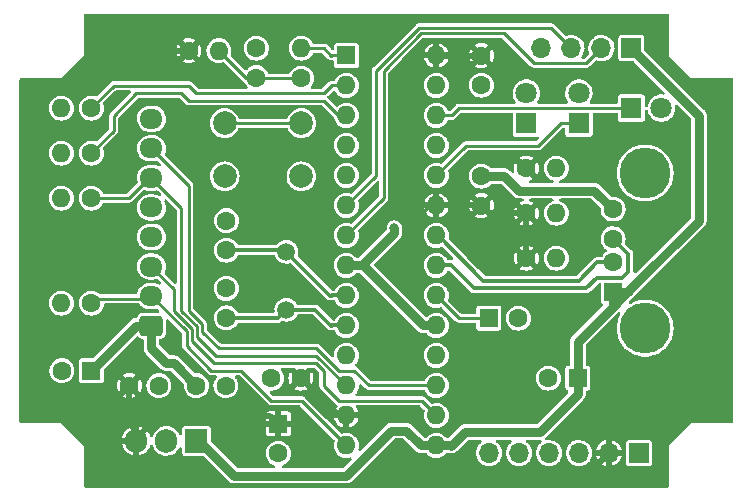
<source format=gtl>
G04 #@! TF.GenerationSoftware,KiCad,Pcbnew,(6.0.6)*
G04 #@! TF.CreationDate,2023-05-14T15:30:47+09:00*
G04 #@! TF.ProjectId,USBKeyboard4S1,5553424b-6579-4626-9f61-72643453312e,0.1*
G04 #@! TF.SameCoordinates,Original*
G04 #@! TF.FileFunction,Copper,L1,Top*
G04 #@! TF.FilePolarity,Positive*
%FSLAX46Y46*%
G04 Gerber Fmt 4.6, Leading zero omitted, Abs format (unit mm)*
G04 Created by KiCad (PCBNEW (6.0.6)) date 2023-05-14 15:30:47*
%MOMM*%
%LPD*%
G01*
G04 APERTURE LIST*
G04 Aperture macros list*
%AMRoundRect*
0 Rectangle with rounded corners*
0 $1 Rounding radius*
0 $2 $3 $4 $5 $6 $7 $8 $9 X,Y pos of 4 corners*
0 Add a 4 corners polygon primitive as box body*
4,1,4,$2,$3,$4,$5,$6,$7,$8,$9,$2,$3,0*
0 Add four circle primitives for the rounded corners*
1,1,$1+$1,$2,$3*
1,1,$1+$1,$4,$5*
1,1,$1+$1,$6,$7*
1,1,$1+$1,$8,$9*
0 Add four rect primitives between the rounded corners*
20,1,$1+$1,$2,$3,$4,$5,0*
20,1,$1+$1,$4,$5,$6,$7,0*
20,1,$1+$1,$6,$7,$8,$9,0*
20,1,$1+$1,$8,$9,$2,$3,0*%
G04 Aperture macros list end*
G04 #@! TA.AperFunction,ComponentPad*
%ADD10R,1.700000X1.700000*%
G04 #@! TD*
G04 #@! TA.AperFunction,ComponentPad*
%ADD11O,1.700000X1.700000*%
G04 #@! TD*
G04 #@! TA.AperFunction,ComponentPad*
%ADD12R,1.905000X2.000000*%
G04 #@! TD*
G04 #@! TA.AperFunction,ComponentPad*
%ADD13O,1.905000X2.000000*%
G04 #@! TD*
G04 #@! TA.AperFunction,ComponentPad*
%ADD14C,1.600000*%
G04 #@! TD*
G04 #@! TA.AperFunction,ComponentPad*
%ADD15R,1.600000X1.600000*%
G04 #@! TD*
G04 #@! TA.AperFunction,ComponentPad*
%ADD16R,1.800000X1.800000*%
G04 #@! TD*
G04 #@! TA.AperFunction,ComponentPad*
%ADD17C,1.800000*%
G04 #@! TD*
G04 #@! TA.AperFunction,ComponentPad*
%ADD18O,1.600000X1.600000*%
G04 #@! TD*
G04 #@! TA.AperFunction,ComponentPad*
%ADD19C,1.500000*%
G04 #@! TD*
G04 #@! TA.AperFunction,ComponentPad*
%ADD20R,1.500000X1.600000*%
G04 #@! TD*
G04 #@! TA.AperFunction,ComponentPad*
%ADD21C,4.300000*%
G04 #@! TD*
G04 #@! TA.AperFunction,ComponentPad*
%ADD22C,2.000000*%
G04 #@! TD*
G04 #@! TA.AperFunction,ComponentPad*
%ADD23RoundRect,0.250000X0.725000X-0.600000X0.725000X0.600000X-0.725000X0.600000X-0.725000X-0.600000X0*%
G04 #@! TD*
G04 #@! TA.AperFunction,ComponentPad*
%ADD24O,1.950000X1.700000*%
G04 #@! TD*
G04 #@! TA.AperFunction,ViaPad*
%ADD25C,0.800000*%
G04 #@! TD*
G04 #@! TA.AperFunction,Conductor*
%ADD26C,0.500000*%
G04 #@! TD*
G04 #@! TA.AperFunction,Conductor*
%ADD27C,0.300000*%
G04 #@! TD*
G04 #@! TA.AperFunction,Conductor*
%ADD28C,0.800000*%
G04 #@! TD*
G04 #@! TA.AperFunction,Conductor*
%ADD29C,0.250000*%
G04 #@! TD*
G04 #@! TA.AperFunction,Conductor*
%ADD30C,0.200000*%
G04 #@! TD*
G04 #@! TA.AperFunction,Conductor*
%ADD31C,0.350000*%
G04 #@! TD*
G04 APERTURE END LIST*
D10*
X157480000Y-69215000D03*
D11*
X154940000Y-69215000D03*
X152400000Y-69215000D03*
X149860000Y-69215000D03*
D12*
X120650000Y-102470000D03*
D13*
X118110000Y-102470000D03*
X115570000Y-102470000D03*
D14*
X117475000Y-97790000D03*
X114975000Y-97790000D03*
D15*
X127595000Y-101029888D03*
D14*
X127595000Y-103529888D03*
D16*
X148590000Y-75565000D03*
D17*
X148590000Y-73025000D03*
D14*
X123150000Y-97790000D03*
X120650000Y-97790000D03*
X120015000Y-69440000D03*
D18*
X122555000Y-69440000D03*
D14*
X111760000Y-74295000D03*
D18*
X109220000Y-74295000D03*
D19*
X128270000Y-91360000D03*
X128270000Y-86460000D03*
D14*
X129500000Y-97155000D03*
X127000000Y-97155000D03*
D10*
X158115000Y-103505000D03*
D11*
X155575000Y-103505000D03*
X153035000Y-103505000D03*
X150495000Y-103505000D03*
X147955000Y-103505000D03*
X145415000Y-103505000D03*
D14*
X129540000Y-71755000D03*
D18*
X129540000Y-69215000D03*
D14*
X144780000Y-69850000D03*
X144780000Y-72350000D03*
D15*
X152947380Y-97155000D03*
D14*
X150447380Y-97155000D03*
D20*
X155930000Y-89860000D03*
D14*
X155930000Y-87360000D03*
X155930000Y-85360000D03*
X155930000Y-82860000D03*
D21*
X158640000Y-92930000D03*
X158640000Y-79790000D03*
D14*
X144780000Y-82550000D03*
X144780000Y-80050000D03*
X111760000Y-90805000D03*
D18*
X109220000Y-90805000D03*
D15*
X145415000Y-92075000D03*
D14*
X147915000Y-92075000D03*
X148590000Y-79375000D03*
D18*
X151130000Y-79375000D03*
D16*
X157480000Y-74295000D03*
D17*
X160020000Y-74295000D03*
D15*
X133350000Y-69835000D03*
D18*
X133350000Y-72375000D03*
X133350000Y-74915000D03*
X133350000Y-77455000D03*
X133350000Y-79995000D03*
X133350000Y-82535000D03*
X133350000Y-85075000D03*
X133350000Y-87615000D03*
X133350000Y-90155000D03*
X133350000Y-92695000D03*
X133350000Y-95235000D03*
X133350000Y-97775000D03*
X133350000Y-100315000D03*
X133350000Y-102855000D03*
X140970000Y-102855000D03*
X140970000Y-100315000D03*
X140970000Y-97775000D03*
X140970000Y-95235000D03*
X140970000Y-92695000D03*
X140970000Y-90155000D03*
X140970000Y-87615000D03*
X140970000Y-85075000D03*
X140970000Y-82535000D03*
X140970000Y-79995000D03*
X140970000Y-77455000D03*
X140970000Y-74915000D03*
X140970000Y-72375000D03*
X140970000Y-69835000D03*
D15*
X111760000Y-96520000D03*
D14*
X109260000Y-96520000D03*
X111760000Y-78105000D03*
D18*
X109220000Y-78105000D03*
D14*
X148590000Y-86995000D03*
D18*
X151130000Y-86995000D03*
D14*
X123190000Y-83820000D03*
X123190000Y-86320000D03*
X125730000Y-69215000D03*
X125730000Y-71715000D03*
X111760000Y-81915000D03*
D18*
X109220000Y-81915000D03*
D22*
X129540000Y-80065000D03*
X123040000Y-80065000D03*
X123040000Y-75565000D03*
X129540000Y-75565000D03*
D16*
X153035000Y-75565000D03*
D17*
X153035000Y-73025000D03*
D14*
X148590000Y-83185000D03*
D18*
X151130000Y-83185000D03*
D14*
X123190000Y-89555000D03*
X123190000Y-92055000D03*
D23*
X116840000Y-92710000D03*
D24*
X116840000Y-90210000D03*
X116840000Y-87710000D03*
X116840000Y-85210000D03*
X116840000Y-82710000D03*
X116840000Y-80210000D03*
X116840000Y-77710000D03*
X116840000Y-75210000D03*
D25*
X130810000Y-93345000D03*
X160655000Y-84455000D03*
X146304000Y-75692000D03*
X137795000Y-92456000D03*
X135890000Y-69850000D03*
X137795000Y-103505000D03*
X162560000Y-86360000D03*
X137795000Y-89154000D03*
X149225000Y-100330000D03*
X152400000Y-100965000D03*
X137414000Y-84455000D03*
D26*
X144765000Y-82535000D02*
X144780000Y-82550000D01*
D27*
X149225000Y-100330000D02*
X147701000Y-100330000D01*
X140335000Y-96520000D02*
X137795000Y-93980000D01*
X155575000Y-100965000D02*
X155575000Y-103505000D01*
D26*
X106680000Y-97536000D02*
X106680000Y-74168000D01*
X143510000Y-78740000D02*
X142875000Y-79375000D01*
D27*
X131445000Y-93980000D02*
X130810000Y-93345000D01*
D26*
X135890000Y-67310000D02*
X135890000Y-69850000D01*
X142875000Y-82520000D02*
X142860000Y-82535000D01*
D27*
X160260000Y-84060000D02*
X160655000Y-84455000D01*
D26*
X140970000Y-82535000D02*
X142860000Y-82535000D01*
X139700000Y-105410000D02*
X153670000Y-105410000D01*
D27*
X153670000Y-85090000D02*
X154700000Y-84060000D01*
X137795000Y-93980000D02*
X137795000Y-92456000D01*
D26*
X132700000Y-100315000D02*
X132080000Y-99695000D01*
X122145000Y-67310000D02*
X135890000Y-67310000D01*
X144780000Y-82550000D02*
X145415000Y-83185000D01*
X114975000Y-97790000D02*
X113070000Y-99695000D01*
X115570000Y-102470000D02*
X115570000Y-101600000D01*
X145415000Y-83185000D02*
X148590000Y-83185000D01*
D27*
X143891000Y-96520000D02*
X140335000Y-96520000D01*
D26*
X137795000Y-103505000D02*
X139700000Y-105410000D01*
X140985000Y-69850000D02*
X140970000Y-69835000D01*
X126895112Y-100330000D02*
X117475000Y-100330000D01*
X142875000Y-79375000D02*
X142875000Y-82520000D01*
X153670000Y-105410000D02*
X155575000Y-103505000D01*
X148590000Y-86995000D02*
X148590000Y-83185000D01*
D27*
X154700000Y-84060000D02*
X160260000Y-84060000D01*
D26*
X111760000Y-72390000D02*
X114710000Y-69440000D01*
X147955000Y-78740000D02*
X143510000Y-78740000D01*
X120015000Y-69440000D02*
X122145000Y-67310000D01*
X132080000Y-99695000D02*
X132040000Y-99695000D01*
X115570000Y-102235000D02*
X115570000Y-102470000D01*
X114975000Y-100925000D02*
X114975000Y-97790000D01*
X142860000Y-82535000D02*
X144765000Y-82535000D01*
X108458000Y-72390000D02*
X111760000Y-72390000D01*
X148590000Y-79375000D02*
X147955000Y-78740000D01*
D27*
X138430000Y-84582000D02*
X140477000Y-82535000D01*
X136271000Y-93980000D02*
X131445000Y-93980000D01*
D26*
X114710000Y-69440000D02*
X120015000Y-69440000D01*
D27*
X162560000Y-86360000D02*
X163195000Y-86995000D01*
X137795000Y-92456000D02*
X136271000Y-93980000D01*
X147701000Y-100330000D02*
X143891000Y-96520000D01*
X148590000Y-83185000D02*
X150495000Y-85090000D01*
D26*
X144780000Y-69850000D02*
X140985000Y-69850000D01*
D27*
X163195000Y-93345000D02*
X155575000Y-100965000D01*
D26*
X108839000Y-99695000D02*
X106680000Y-97536000D01*
X117475000Y-100330000D02*
X115570000Y-102235000D01*
X115570000Y-101600000D02*
X114935000Y-100965000D01*
X106680000Y-74168000D02*
X108458000Y-72390000D01*
X114935000Y-100965000D02*
X114975000Y-100925000D01*
X113070000Y-99695000D02*
X108839000Y-99695000D01*
D27*
X155575000Y-100965000D02*
X152400000Y-100965000D01*
D26*
X132040000Y-99695000D02*
X129500000Y-97155000D01*
D27*
X150495000Y-85090000D02*
X153670000Y-85090000D01*
X163195000Y-86995000D02*
X163195000Y-93345000D01*
D26*
X133350000Y-100315000D02*
X132700000Y-100315000D01*
X127595000Y-101029888D02*
X126895112Y-100330000D01*
D27*
X138430000Y-88519000D02*
X138430000Y-84582000D01*
X140477000Y-82535000D02*
X140970000Y-82535000D01*
X137795000Y-89154000D02*
X138430000Y-88519000D01*
D28*
X139851075Y-92695000D02*
X134771075Y-87615000D01*
X154350000Y-81280000D02*
X155930000Y-82860000D01*
X134635000Y-87615000D02*
X133350000Y-87615000D01*
X137414000Y-84455000D02*
X137414000Y-84836000D01*
X144780000Y-80050000D02*
X146725000Y-80050000D01*
X134771075Y-87615000D02*
X133350000Y-87615000D01*
X137414000Y-84836000D02*
X134635000Y-87615000D01*
X146725000Y-80050000D02*
X147955000Y-81280000D01*
X140970000Y-92695000D02*
X139851075Y-92695000D01*
X147955000Y-81280000D02*
X154350000Y-81280000D01*
D29*
X145415000Y-92075000D02*
X142890000Y-92075000D01*
X142890000Y-92075000D02*
X140970000Y-90155000D01*
D28*
X155930000Y-91085000D02*
X155575000Y-91440000D01*
X152947380Y-98512620D02*
X149733000Y-101727000D01*
X142225000Y-102855000D02*
X140970000Y-102855000D01*
X118110000Y-95885000D02*
X118745000Y-95885000D01*
X152947380Y-94067620D02*
X152947380Y-97155000D01*
X133350000Y-105410000D02*
X137160000Y-101600000D01*
X111760000Y-96520000D02*
X115570000Y-92710000D01*
X155575000Y-91440000D02*
X157480000Y-89535000D01*
X157155000Y-89860000D02*
X155930000Y-89860000D01*
X163195000Y-83820000D02*
X163195000Y-74930000D01*
X157480000Y-89535000D02*
X163195000Y-83820000D01*
X123825000Y-105410000D02*
X133350000Y-105410000D01*
X152947380Y-97155000D02*
X152947380Y-98512620D01*
X116840000Y-94615000D02*
X118110000Y-95885000D01*
X142240000Y-102870000D02*
X142225000Y-102855000D01*
X163195000Y-74930000D02*
X157480000Y-69215000D01*
X118745000Y-95885000D02*
X120650000Y-97790000D01*
X115570000Y-92710000D02*
X116840000Y-92710000D01*
X137160000Y-101600000D02*
X138430000Y-101600000D01*
X138430000Y-101600000D02*
X139685000Y-102855000D01*
X149733000Y-101727000D02*
X143383000Y-101727000D01*
X139685000Y-102855000D02*
X140970000Y-102855000D01*
X120885000Y-102470000D02*
X123825000Y-105410000D01*
X155575000Y-91440000D02*
X152947380Y-94067620D01*
X157480000Y-89535000D02*
X157155000Y-89860000D01*
X116840000Y-92710000D02*
X116840000Y-94615000D01*
X155930000Y-89860000D02*
X155930000Y-91085000D01*
X143383000Y-101727000D02*
X142240000Y-102870000D01*
X120650000Y-102470000D02*
X120885000Y-102470000D01*
D29*
X125095000Y-71755000D02*
X124870000Y-71755000D01*
X125730000Y-71715000D02*
X125135000Y-71715000D01*
X129540000Y-71755000D02*
X125770000Y-71755000D01*
X125135000Y-71715000D02*
X125095000Y-71755000D01*
X124870000Y-71755000D02*
X122555000Y-69440000D01*
X123040000Y-75565000D02*
X129540000Y-75565000D01*
X125770000Y-71755000D02*
X125730000Y-71715000D01*
X132080000Y-90170000D02*
X131980000Y-90170000D01*
X132095000Y-90155000D02*
X132080000Y-90170000D01*
D27*
X131980000Y-90170000D02*
X128270000Y-86460000D01*
X133350000Y-90155000D02*
X132095000Y-90155000D01*
D29*
X128130000Y-86320000D02*
X128270000Y-86460000D01*
D27*
X123190000Y-86320000D02*
X128130000Y-86320000D01*
X123190000Y-92055000D02*
X127575000Y-92055000D01*
X127575000Y-92055000D02*
X128270000Y-91360000D01*
X130730000Y-91360000D02*
X128270000Y-91360000D01*
X132080000Y-92710000D02*
X130730000Y-91360000D01*
D29*
X132095000Y-92695000D02*
X132080000Y-92710000D01*
D27*
X133350000Y-92695000D02*
X132095000Y-92695000D01*
D29*
X143495000Y-77470000D02*
X149606000Y-77470000D01*
X149606000Y-77470000D02*
X151511000Y-75565000D01*
X140970000Y-79995000D02*
X143495000Y-77470000D01*
X151511000Y-75565000D02*
X153035000Y-75565000D01*
X142255000Y-74915000D02*
X140970000Y-74915000D01*
X142875000Y-74295000D02*
X142255000Y-74915000D01*
X157480000Y-74295000D02*
X142875000Y-74295000D01*
X124460000Y-96520000D02*
X127000000Y-99060000D01*
X121920000Y-96520000D02*
X124460000Y-96520000D01*
X129555000Y-99060000D02*
X133350000Y-102855000D01*
X119815001Y-93185001D02*
X119815001Y-94415001D01*
X112141000Y-90424000D02*
X111760000Y-90805000D01*
X116840000Y-90210000D02*
X116626000Y-90424000D01*
X119815001Y-94415001D02*
X121920000Y-96520000D01*
X127000000Y-99060000D02*
X129555000Y-99060000D01*
X116626000Y-90424000D02*
X112141000Y-90424000D01*
X116840000Y-90210000D02*
X119815001Y-93185001D01*
X122118089Y-95885000D02*
X120265001Y-94031912D01*
X139715000Y-99060000D02*
X132715000Y-99060000D01*
X118745000Y-89615000D02*
X116840000Y-87710000D01*
X120265001Y-94031912D02*
X120265001Y-92960001D01*
X132715000Y-99060000D02*
X131445000Y-97790000D01*
X120265001Y-92960001D02*
X118745000Y-91440000D01*
X140970000Y-100315000D02*
X139715000Y-99060000D01*
X131445000Y-97790000D02*
X131445000Y-96522792D01*
X130807208Y-95885000D02*
X122118089Y-95885000D01*
X131445000Y-96522792D02*
X130807208Y-95885000D01*
X118745000Y-91440000D02*
X118745000Y-89615000D01*
X132730000Y-74915000D02*
X133350000Y-74915000D01*
X131445000Y-73660000D02*
X132715000Y-74930000D01*
X120015000Y-73660000D02*
X131445000Y-73660000D01*
X113665000Y-76200000D02*
X113665000Y-74930000D01*
X111760000Y-78105000D02*
X113665000Y-76200000D01*
X132715000Y-74930000D02*
X132730000Y-74915000D01*
X119380000Y-73025000D02*
X120015000Y-73660000D01*
X115570000Y-73025000D02*
X119380000Y-73025000D01*
X113665000Y-74930000D02*
X115570000Y-73025000D01*
X120015000Y-72390000D02*
X120650000Y-73025000D01*
X132095000Y-72375000D02*
X133350000Y-72375000D01*
X131445000Y-73025000D02*
X132095000Y-72375000D01*
X113665000Y-72390000D02*
X120015000Y-72390000D01*
X120650000Y-73025000D02*
X131445000Y-73025000D01*
X111760000Y-74295000D02*
X113665000Y-72390000D01*
X119380000Y-91438604D02*
X119380000Y-82750000D01*
X114935000Y-81915000D02*
X116640000Y-80210000D01*
X122317573Y-95250000D02*
X120715001Y-93647428D01*
X133333604Y-97775000D02*
X130808604Y-95250000D01*
X116640000Y-80210000D02*
X116840000Y-80210000D01*
X130808604Y-95250000D02*
X122317573Y-95250000D01*
X120715001Y-93647428D02*
X120715001Y-92773605D01*
X133350000Y-97775000D02*
X133333604Y-97775000D01*
X111760000Y-81915000D02*
X114935000Y-81915000D01*
X119380000Y-82750000D02*
X116840000Y-80210000D01*
X120715001Y-92773605D02*
X119380000Y-91438604D01*
X130810000Y-94615000D02*
X122556396Y-94615000D01*
X133357500Y-96512500D02*
X133350000Y-96520000D01*
X133350000Y-96520000D02*
X132715000Y-96520000D01*
X121165001Y-92587209D02*
X120015000Y-91437208D01*
X132715000Y-96520000D02*
X130810000Y-94615000D01*
X120015000Y-80885000D02*
X116840000Y-77710000D01*
X122556396Y-94615000D02*
X121165001Y-93223605D01*
X140970000Y-97775000D02*
X135255000Y-97775000D01*
X135255000Y-97775000D02*
X133992500Y-96512500D01*
X120015000Y-91437208D02*
X120015000Y-80885000D01*
X121165001Y-93223605D02*
X121165001Y-92587209D01*
X133992500Y-96512500D02*
X133357500Y-96512500D01*
D30*
X155660000Y-87630000D02*
X155930000Y-87360000D01*
D31*
X155390000Y-87360000D02*
X154575000Y-87360000D01*
X153035000Y-88900000D02*
X144907000Y-88900000D01*
X141082000Y-85075000D02*
X140970000Y-85075000D01*
X154575000Y-87360000D02*
X153035000Y-88900000D01*
X144907000Y-88900000D02*
X141082000Y-85075000D01*
X155660000Y-87630000D02*
X155390000Y-87360000D01*
X153670000Y-89535000D02*
X154559000Y-88646000D01*
X142225000Y-87615000D02*
X144145000Y-89535000D01*
X154559000Y-88646000D02*
X156718000Y-88646000D01*
X140970000Y-87615000D02*
X142225000Y-87615000D01*
X157226000Y-86656000D02*
X155930000Y-85360000D01*
X144145000Y-89535000D02*
X153670000Y-89535000D01*
X156718000Y-88646000D02*
X157226000Y-88138000D01*
X157226000Y-88138000D02*
X157226000Y-86656000D01*
D29*
X133350000Y-69835000D02*
X132095000Y-69835000D01*
X132095000Y-69835000D02*
X132080000Y-69850000D01*
X131445000Y-69215000D02*
X129540000Y-69215000D01*
X132080000Y-69850000D02*
X131445000Y-69215000D01*
X135875000Y-80010000D02*
X135890000Y-80010000D01*
X152400000Y-69215000D02*
X150680000Y-67495000D01*
X135890000Y-71120000D02*
X139515000Y-67495000D01*
X135890000Y-80010000D02*
X135890000Y-71120000D01*
X139515000Y-67495000D02*
X150680000Y-67495000D01*
X133350000Y-82535000D02*
X135875000Y-80010000D01*
X136525000Y-71121396D02*
X136525000Y-81900000D01*
X146685000Y-67945000D02*
X139701396Y-67945000D01*
X136525000Y-81900000D02*
X133350000Y-85075000D01*
X154940000Y-69215000D02*
X153670000Y-70485000D01*
X149225000Y-70485000D02*
X146685000Y-67945000D01*
X153670000Y-70485000D02*
X149225000Y-70485000D01*
X139701396Y-67945000D02*
X136525000Y-71121396D01*
G04 #@! TA.AperFunction,Conductor*
G36*
X160597121Y-66314502D02*
G01*
X160643614Y-66368158D01*
X160655000Y-66420500D01*
X160655000Y-69850000D01*
X162560000Y-71755000D01*
X165989500Y-71755000D01*
X166057621Y-71775002D01*
X166104114Y-71828658D01*
X166115500Y-71881000D01*
X166115500Y-100839000D01*
X166095498Y-100907121D01*
X166041842Y-100953614D01*
X165989500Y-100965000D01*
X162560000Y-100965000D01*
X160655000Y-102870000D01*
X160655000Y-106299500D01*
X160634998Y-106367621D01*
X160581342Y-106414114D01*
X160529000Y-106425500D01*
X111251000Y-106425500D01*
X111182879Y-106405498D01*
X111136386Y-106351842D01*
X111125000Y-106299500D01*
X111125000Y-102870000D01*
X110993339Y-102738339D01*
X114379165Y-102738339D01*
X114380190Y-102743872D01*
X114437242Y-102946164D01*
X114441364Y-102956903D01*
X114534327Y-103145415D01*
X114540337Y-103155222D01*
X114666101Y-103323641D01*
X114673790Y-103332181D01*
X114828143Y-103474863D01*
X114837268Y-103481864D01*
X115015031Y-103594024D01*
X115025278Y-103599245D01*
X115220503Y-103677132D01*
X115231530Y-103680398D01*
X115298230Y-103693665D01*
X115311106Y-103692513D01*
X115316000Y-103677360D01*
X115316000Y-102742115D01*
X115311525Y-102726876D01*
X115310135Y-102725671D01*
X115302452Y-102724000D01*
X114395421Y-102724000D01*
X114380876Y-102728271D01*
X114379165Y-102738339D01*
X110993339Y-102738339D01*
X110453012Y-102198012D01*
X114381562Y-102198012D01*
X114384005Y-102212431D01*
X114396746Y-102216000D01*
X115297885Y-102216000D01*
X115313124Y-102211525D01*
X115314329Y-102210135D01*
X115316000Y-102202452D01*
X115316000Y-101259991D01*
X115312194Y-101247029D01*
X115297279Y-101245093D01*
X115262091Y-101251140D01*
X115250974Y-101254118D01*
X115053782Y-101326866D01*
X115043400Y-101331818D01*
X114862764Y-101439285D01*
X114853455Y-101446049D01*
X114695425Y-101584637D01*
X114687515Y-101592972D01*
X114557386Y-101758041D01*
X114551118Y-101767692D01*
X114453256Y-101953698D01*
X114448851Y-101964332D01*
X114386522Y-102165063D01*
X114384130Y-102176317D01*
X114381562Y-102198012D01*
X110453012Y-102198012D01*
X109220000Y-100965000D01*
X105790500Y-100965000D01*
X105722379Y-100944998D01*
X105675886Y-100891342D01*
X105664500Y-100839000D01*
X105664500Y-100757773D01*
X126541000Y-100757773D01*
X126545475Y-100773012D01*
X126546865Y-100774217D01*
X126554548Y-100775888D01*
X127322885Y-100775888D01*
X127338124Y-100771413D01*
X127339329Y-100770023D01*
X127341000Y-100762340D01*
X127341000Y-100757773D01*
X127849000Y-100757773D01*
X127853475Y-100773012D01*
X127854865Y-100774217D01*
X127862548Y-100775888D01*
X128630884Y-100775888D01*
X128646123Y-100771413D01*
X128647328Y-100770023D01*
X128648999Y-100762340D01*
X128648999Y-100211060D01*
X128647791Y-100198800D01*
X128636685Y-100142957D01*
X128627367Y-100120461D01*
X128585017Y-100057080D01*
X128567808Y-100039871D01*
X128504425Y-99997520D01*
X128481934Y-99988204D01*
X128426085Y-99977095D01*
X128413830Y-99975888D01*
X127867115Y-99975888D01*
X127851876Y-99980363D01*
X127850671Y-99981753D01*
X127849000Y-99989436D01*
X127849000Y-100757773D01*
X127341000Y-100757773D01*
X127341000Y-99994004D01*
X127336525Y-99978765D01*
X127335135Y-99977560D01*
X127327452Y-99975889D01*
X126776172Y-99975889D01*
X126763912Y-99977097D01*
X126708069Y-99988203D01*
X126685573Y-99997521D01*
X126622192Y-100039871D01*
X126604983Y-100057080D01*
X126562632Y-100120463D01*
X126553316Y-100142954D01*
X126542207Y-100198803D01*
X126541000Y-100211058D01*
X126541000Y-100757773D01*
X105664500Y-100757773D01*
X105664500Y-98692938D01*
X114436892Y-98692938D01*
X114441801Y-98699496D01*
X114545612Y-98757514D01*
X114556851Y-98762424D01*
X114741715Y-98822490D01*
X114753689Y-98825123D01*
X114946708Y-98848139D01*
X114958957Y-98848396D01*
X115152769Y-98833483D01*
X115164849Y-98831352D01*
X115352061Y-98779081D01*
X115363494Y-98774647D01*
X115504749Y-98703294D01*
X115515033Y-98693649D01*
X115512795Y-98687005D01*
X114987812Y-98162022D01*
X114973868Y-98154408D01*
X114972035Y-98154539D01*
X114965420Y-98158790D01*
X114443652Y-98680558D01*
X114436892Y-98692938D01*
X105664500Y-98692938D01*
X105664500Y-97781357D01*
X113916519Y-97781357D01*
X113932783Y-97975049D01*
X113934997Y-97987108D01*
X113988576Y-98173961D01*
X113993089Y-98185358D01*
X114061984Y-98319414D01*
X114071701Y-98329632D01*
X114078502Y-98327288D01*
X114602978Y-97802812D01*
X114609356Y-97791132D01*
X115339408Y-97791132D01*
X115339539Y-97792965D01*
X115343790Y-97799580D01*
X115865401Y-98321191D01*
X115877781Y-98327951D01*
X115884515Y-98322910D01*
X115939490Y-98226138D01*
X115944483Y-98214922D01*
X116005834Y-98030494D01*
X116008554Y-98018523D01*
X116033244Y-97823075D01*
X116033736Y-97816048D01*
X116034051Y-97793523D01*
X116033756Y-97786494D01*
X116032649Y-97775206D01*
X116415501Y-97775206D01*
X116418519Y-97811146D01*
X116430997Y-97959732D01*
X116432806Y-97981278D01*
X116489807Y-98180066D01*
X116492625Y-98185548D01*
X116492626Y-98185552D01*
X116581514Y-98358509D01*
X116581517Y-98358513D01*
X116584334Y-98363995D01*
X116712786Y-98526061D01*
X116717479Y-98530055D01*
X116717480Y-98530056D01*
X116846352Y-98639734D01*
X116870271Y-98660091D01*
X117050789Y-98760980D01*
X117247466Y-98824884D01*
X117452809Y-98849370D01*
X117458944Y-98848898D01*
X117458946Y-98848898D01*
X117652856Y-98833977D01*
X117652860Y-98833976D01*
X117658998Y-98833504D01*
X117858178Y-98777892D01*
X117863682Y-98775112D01*
X117863684Y-98775111D01*
X118037262Y-98687431D01*
X118037264Y-98687430D01*
X118042763Y-98684652D01*
X118205722Y-98557334D01*
X118209748Y-98552670D01*
X118209751Y-98552667D01*
X118336819Y-98405457D01*
X118336820Y-98405455D01*
X118340848Y-98400789D01*
X118442995Y-98220979D01*
X118479195Y-98112156D01*
X118506325Y-98030601D01*
X118506326Y-98030598D01*
X118508270Y-98024753D01*
X118534189Y-97819586D01*
X118534602Y-97790000D01*
X118514422Y-97584189D01*
X118454651Y-97386217D01*
X118393254Y-97270746D01*
X118360459Y-97209067D01*
X118360457Y-97209064D01*
X118357565Y-97203625D01*
X118353674Y-97198855D01*
X118353672Y-97198851D01*
X118230758Y-97048143D01*
X118230755Y-97048140D01*
X118226863Y-97043368D01*
X118214503Y-97033143D01*
X118072271Y-96915478D01*
X118072266Y-96915475D01*
X118067522Y-96911550D01*
X118062103Y-96908620D01*
X118062100Y-96908618D01*
X117891032Y-96816122D01*
X117891027Y-96816120D01*
X117885612Y-96813192D01*
X117688063Y-96752040D01*
X117681938Y-96751396D01*
X117681937Y-96751396D01*
X117488526Y-96731068D01*
X117488524Y-96731068D01*
X117482397Y-96730424D01*
X117356229Y-96741906D01*
X117282591Y-96748607D01*
X117282590Y-96748607D01*
X117276450Y-96749166D01*
X117078066Y-96807554D01*
X117072601Y-96810411D01*
X116900261Y-96900508D01*
X116900257Y-96900511D01*
X116894801Y-96903363D01*
X116733635Y-97032943D01*
X116600708Y-97191360D01*
X116501082Y-97372578D01*
X116438553Y-97569696D01*
X116437867Y-97575813D01*
X116437866Y-97575817D01*
X116417159Y-97760428D01*
X116415501Y-97775206D01*
X116032649Y-97775206D01*
X116014531Y-97590419D01*
X116012148Y-97578384D01*
X115955968Y-97392308D01*
X115951294Y-97380967D01*
X115887577Y-97261133D01*
X115877717Y-97251052D01*
X115870589Y-97253621D01*
X115347022Y-97777188D01*
X115339408Y-97791132D01*
X114609356Y-97791132D01*
X114610592Y-97788868D01*
X114610461Y-97787035D01*
X114606210Y-97780420D01*
X114084247Y-97258457D01*
X114071867Y-97251697D01*
X114065479Y-97256479D01*
X114004510Y-97367381D01*
X113999682Y-97378645D01*
X113940906Y-97563931D01*
X113938358Y-97575920D01*
X113916690Y-97769088D01*
X113916519Y-97781357D01*
X105664500Y-97781357D01*
X105664500Y-96505206D01*
X108200501Y-96505206D01*
X108201618Y-96518507D01*
X108209864Y-96616697D01*
X108217806Y-96711278D01*
X108274807Y-96910066D01*
X108277625Y-96915548D01*
X108277626Y-96915552D01*
X108366514Y-97088509D01*
X108366517Y-97088513D01*
X108369334Y-97093995D01*
X108497786Y-97256061D01*
X108502479Y-97260055D01*
X108502480Y-97260056D01*
X108647554Y-97383523D01*
X108655271Y-97390091D01*
X108835789Y-97490980D01*
X109032466Y-97554884D01*
X109237809Y-97579370D01*
X109243944Y-97578898D01*
X109243946Y-97578898D01*
X109437856Y-97563977D01*
X109437860Y-97563976D01*
X109443998Y-97563504D01*
X109643178Y-97507892D01*
X109648682Y-97505112D01*
X109648684Y-97505111D01*
X109822262Y-97417431D01*
X109822264Y-97417430D01*
X109827763Y-97414652D01*
X109990722Y-97287334D01*
X109994748Y-97282670D01*
X109994751Y-97282667D01*
X110121819Y-97135457D01*
X110121820Y-97135455D01*
X110125848Y-97130789D01*
X110189954Y-97017943D01*
X110224950Y-96956340D01*
X110224952Y-96956336D01*
X110227995Y-96950979D01*
X110270948Y-96821855D01*
X110291325Y-96760601D01*
X110291326Y-96760598D01*
X110293270Y-96754753D01*
X110319189Y-96549586D01*
X110319602Y-96520000D01*
X110299422Y-96314189D01*
X110239651Y-96116217D01*
X110166807Y-95979217D01*
X110145459Y-95939067D01*
X110145457Y-95939064D01*
X110142565Y-95933625D01*
X110138674Y-95928855D01*
X110138672Y-95928851D01*
X110015758Y-95778143D01*
X110015755Y-95778140D01*
X110011863Y-95773368D01*
X110004966Y-95767662D01*
X109857271Y-95645478D01*
X109857266Y-95645475D01*
X109852522Y-95641550D01*
X109847103Y-95638620D01*
X109847100Y-95638618D01*
X109676032Y-95546122D01*
X109676027Y-95546120D01*
X109670612Y-95543192D01*
X109473063Y-95482040D01*
X109466938Y-95481396D01*
X109466937Y-95481396D01*
X109273526Y-95461068D01*
X109273524Y-95461068D01*
X109267397Y-95460424D01*
X109150380Y-95471073D01*
X109067591Y-95478607D01*
X109067590Y-95478607D01*
X109061450Y-95479166D01*
X108863066Y-95537554D01*
X108857601Y-95540411D01*
X108685261Y-95630508D01*
X108685257Y-95630511D01*
X108679801Y-95633363D01*
X108518635Y-95762943D01*
X108385708Y-95921360D01*
X108286082Y-96102578D01*
X108223553Y-96299696D01*
X108222867Y-96305813D01*
X108222866Y-96305817D01*
X108204435Y-96470135D01*
X108200501Y-96505206D01*
X105664500Y-96505206D01*
X105664500Y-90790206D01*
X108160501Y-90790206D01*
X108163932Y-90831062D01*
X108177128Y-90988199D01*
X108177806Y-90996278D01*
X108234807Y-91195066D01*
X108237625Y-91200548D01*
X108237626Y-91200552D01*
X108326514Y-91373509D01*
X108326517Y-91373513D01*
X108329334Y-91378995D01*
X108457786Y-91541061D01*
X108462479Y-91545055D01*
X108462480Y-91545056D01*
X108607305Y-91668311D01*
X108615271Y-91675091D01*
X108795789Y-91775980D01*
X108992466Y-91839884D01*
X109197809Y-91864370D01*
X109203944Y-91863898D01*
X109203946Y-91863898D01*
X109397856Y-91848977D01*
X109397860Y-91848976D01*
X109403998Y-91848504D01*
X109603178Y-91792892D01*
X109608682Y-91790112D01*
X109608684Y-91790111D01*
X109782262Y-91702431D01*
X109782264Y-91702430D01*
X109787763Y-91699652D01*
X109950722Y-91572334D01*
X109954748Y-91567670D01*
X109954751Y-91567667D01*
X110081819Y-91420457D01*
X110081820Y-91420455D01*
X110085848Y-91415789D01*
X110143543Y-91314229D01*
X110184950Y-91241340D01*
X110184952Y-91241336D01*
X110187995Y-91235979D01*
X110232619Y-91101832D01*
X110251325Y-91045601D01*
X110251326Y-91045598D01*
X110253270Y-91039753D01*
X110279189Y-90834586D01*
X110279602Y-90805000D01*
X110278151Y-90790206D01*
X110700501Y-90790206D01*
X110703932Y-90831062D01*
X110717128Y-90988199D01*
X110717806Y-90996278D01*
X110774807Y-91195066D01*
X110777625Y-91200548D01*
X110777626Y-91200552D01*
X110866514Y-91373509D01*
X110866517Y-91373513D01*
X110869334Y-91378995D01*
X110997786Y-91541061D01*
X111002479Y-91545055D01*
X111002480Y-91545056D01*
X111147305Y-91668311D01*
X111155271Y-91675091D01*
X111335789Y-91775980D01*
X111532466Y-91839884D01*
X111737809Y-91864370D01*
X111743944Y-91863898D01*
X111743946Y-91863898D01*
X111937856Y-91848977D01*
X111937860Y-91848976D01*
X111943998Y-91848504D01*
X112143178Y-91792892D01*
X112148682Y-91790112D01*
X112148684Y-91790111D01*
X112322262Y-91702431D01*
X112322264Y-91702430D01*
X112327763Y-91699652D01*
X112490722Y-91572334D01*
X112494748Y-91567670D01*
X112494751Y-91567667D01*
X112621819Y-91420457D01*
X112621820Y-91420455D01*
X112625848Y-91415789D01*
X112683543Y-91314229D01*
X112724950Y-91241340D01*
X112724952Y-91241336D01*
X112727995Y-91235979D01*
X112772619Y-91101832D01*
X112791325Y-91045601D01*
X112791326Y-91045598D01*
X112793270Y-91039753D01*
X112794047Y-91033607D01*
X112798789Y-90996068D01*
X112809194Y-90913707D01*
X112837575Y-90848631D01*
X112896634Y-90809230D01*
X112934199Y-90803500D01*
X115716723Y-90803500D01*
X115784844Y-90823502D01*
X115819492Y-90856599D01*
X115846772Y-90895056D01*
X115868813Y-90926128D01*
X115875096Y-90934986D01*
X115959123Y-91015424D01*
X116022788Y-91076370D01*
X116027340Y-91080728D01*
X116032375Y-91083979D01*
X116199360Y-91191800D01*
X116199363Y-91191801D01*
X116204397Y-91195052D01*
X116399878Y-91273834D01*
X116522693Y-91297818D01*
X116602283Y-91313361D01*
X116602286Y-91313361D01*
X116606729Y-91314229D01*
X116612270Y-91314500D01*
X117017659Y-91314500D01*
X117174806Y-91299507D01*
X117271649Y-91271096D01*
X117342644Y-91271113D01*
X117396212Y-91302906D01*
X117483711Y-91390405D01*
X117517737Y-91452717D01*
X117512672Y-91523532D01*
X117470125Y-91580368D01*
X117403605Y-91605179D01*
X117394616Y-91605500D01*
X116067244Y-91605500D01*
X116063848Y-91605869D01*
X116063847Y-91605869D01*
X116013403Y-91611349D01*
X116013402Y-91611349D01*
X116005552Y-91612202D01*
X115998159Y-91614974D01*
X115998157Y-91614974D01*
X115959954Y-91629296D01*
X115870236Y-91662929D01*
X115863057Y-91668309D01*
X115863054Y-91668311D01*
X115796498Y-91718192D01*
X115754596Y-91749596D01*
X115749215Y-91756776D01*
X115673311Y-91858054D01*
X115673309Y-91858057D01*
X115667929Y-91865236D01*
X115634518Y-91954363D01*
X115626680Y-91975270D01*
X115584039Y-92032035D01*
X115512656Y-92056979D01*
X115480541Y-92057988D01*
X115474719Y-92058171D01*
X115474718Y-92058171D01*
X115466800Y-92058420D01*
X115446385Y-92064351D01*
X115427027Y-92068360D01*
X115423333Y-92068827D01*
X115413805Y-92070030D01*
X115413803Y-92070030D01*
X115405939Y-92071024D01*
X115398567Y-92073943D01*
X115398566Y-92073943D01*
X115363283Y-92087912D01*
X115352056Y-92091756D01*
X115308002Y-92104555D01*
X115291918Y-92114067D01*
X115289703Y-92115377D01*
X115271954Y-92124072D01*
X115252186Y-92131899D01*
X115245770Y-92136560D01*
X115245769Y-92136561D01*
X115215075Y-92158862D01*
X115205151Y-92165381D01*
X115172488Y-92184697D01*
X115172483Y-92184701D01*
X115165665Y-92188733D01*
X115150639Y-92203759D01*
X115135605Y-92216600D01*
X115118403Y-92229098D01*
X115092726Y-92260136D01*
X115089154Y-92264454D01*
X115081164Y-92273234D01*
X111925802Y-95428595D01*
X111863490Y-95462621D01*
X111836707Y-95465500D01*
X111036068Y-95465501D01*
X110934934Y-95465501D01*
X110899182Y-95472612D01*
X110872874Y-95477844D01*
X110872872Y-95477845D01*
X110860699Y-95480266D01*
X110850379Y-95487161D01*
X110850378Y-95487162D01*
X110789985Y-95527516D01*
X110776516Y-95536516D01*
X110720266Y-95620699D01*
X110705500Y-95694933D01*
X110705501Y-97345066D01*
X110710702Y-97371217D01*
X110715013Y-97392888D01*
X110720266Y-97419301D01*
X110776516Y-97503484D01*
X110860699Y-97559734D01*
X110934933Y-97574500D01*
X111759866Y-97574500D01*
X112585066Y-97574499D01*
X112620818Y-97567388D01*
X112647126Y-97562156D01*
X112647128Y-97562155D01*
X112659301Y-97559734D01*
X112669621Y-97552839D01*
X112669622Y-97552838D01*
X112733168Y-97510377D01*
X112743484Y-97503484D01*
X112799734Y-97419301D01*
X112814500Y-97345067D01*
X112814499Y-96887012D01*
X114435730Y-96887012D01*
X114438183Y-96893973D01*
X114962188Y-97417978D01*
X114976132Y-97425592D01*
X114977965Y-97425461D01*
X114984580Y-97421210D01*
X115506777Y-96899013D01*
X115513537Y-96886633D01*
X115508878Y-96880410D01*
X115390836Y-96816585D01*
X115379531Y-96811833D01*
X115193849Y-96754354D01*
X115181836Y-96751888D01*
X114988522Y-96731570D01*
X114976254Y-96731485D01*
X114782683Y-96749101D01*
X114770634Y-96751399D01*
X114584163Y-96806281D01*
X114572795Y-96810874D01*
X114445879Y-96877224D01*
X114435730Y-96887012D01*
X112814499Y-96887012D01*
X112814499Y-96443294D01*
X112834501Y-96375173D01*
X112851404Y-96354199D01*
X115557844Y-93647759D01*
X115620156Y-93613733D01*
X115690971Y-93618798D01*
X115742436Y-93657303D01*
X115742865Y-93656874D01*
X115745841Y-93659850D01*
X115747765Y-93661290D01*
X115754596Y-93670404D01*
X115761776Y-93675785D01*
X115863054Y-93751689D01*
X115863057Y-93751691D01*
X115870236Y-93757071D01*
X115929698Y-93779362D01*
X115998157Y-93805026D01*
X115998159Y-93805026D01*
X116005552Y-93807798D01*
X116013402Y-93808651D01*
X116013403Y-93808651D01*
X116021714Y-93809554D01*
X116067244Y-93814500D01*
X116067234Y-93814588D01*
X116133261Y-93837927D01*
X116176780Y-93894022D01*
X116185500Y-93940081D01*
X116185500Y-94533479D01*
X116184947Y-94545220D01*
X116183226Y-94552917D01*
X116183475Y-94560843D01*
X116183475Y-94560844D01*
X116185438Y-94623307D01*
X116185500Y-94627265D01*
X116185500Y-94656178D01*
X116185995Y-94660097D01*
X116185995Y-94660099D01*
X116186049Y-94660525D01*
X116186978Y-94672339D01*
X116187560Y-94690847D01*
X116188420Y-94718200D01*
X116190631Y-94725810D01*
X116194351Y-94738615D01*
X116198360Y-94757973D01*
X116201024Y-94779061D01*
X116203943Y-94786433D01*
X116203943Y-94786434D01*
X116217910Y-94821712D01*
X116221755Y-94832941D01*
X116234555Y-94876999D01*
X116238592Y-94883825D01*
X116245377Y-94895298D01*
X116254072Y-94913045D01*
X116261899Y-94932814D01*
X116283009Y-94961869D01*
X116288861Y-94969924D01*
X116295378Y-94979846D01*
X116314693Y-95012506D01*
X116314696Y-95012510D01*
X116318733Y-95019336D01*
X116333762Y-95034365D01*
X116346602Y-95049398D01*
X116359098Y-95066597D01*
X116394462Y-95095852D01*
X116403228Y-95103831D01*
X117589543Y-96290145D01*
X117597464Y-96298849D01*
X117601691Y-96305510D01*
X117607469Y-96310936D01*
X117607470Y-96310937D01*
X117653053Y-96353742D01*
X117655895Y-96356497D01*
X117676316Y-96376918D01*
X117679771Y-96379598D01*
X117688791Y-96387302D01*
X117722237Y-96418710D01*
X117729181Y-96422527D01*
X117729183Y-96422529D01*
X117740866Y-96428952D01*
X117757390Y-96439807D01*
X117767916Y-96447972D01*
X117767922Y-96447975D01*
X117774184Y-96452833D01*
X117816288Y-96471053D01*
X117826937Y-96476270D01*
X117867147Y-96498375D01*
X117887742Y-96503663D01*
X117906437Y-96510064D01*
X117909407Y-96511349D01*
X117925949Y-96518507D01*
X117971260Y-96525683D01*
X117982883Y-96528091D01*
X118019640Y-96537529D01*
X118019641Y-96537529D01*
X118027317Y-96539500D01*
X118048574Y-96539500D01*
X118068284Y-96541051D01*
X118089278Y-96544376D01*
X118097170Y-96543630D01*
X118134948Y-96540059D01*
X118146805Y-96539500D01*
X118421707Y-96539500D01*
X118489828Y-96559502D01*
X118510802Y-96576405D01*
X119559634Y-97625237D01*
X119593660Y-97687549D01*
X119595754Y-97728375D01*
X119590501Y-97775206D01*
X119593519Y-97811146D01*
X119605997Y-97959732D01*
X119607806Y-97981278D01*
X119664807Y-98180066D01*
X119667625Y-98185548D01*
X119667626Y-98185552D01*
X119756514Y-98358509D01*
X119756517Y-98358513D01*
X119759334Y-98363995D01*
X119887786Y-98526061D01*
X119892479Y-98530055D01*
X119892480Y-98530056D01*
X120021352Y-98639734D01*
X120045271Y-98660091D01*
X120225789Y-98760980D01*
X120422466Y-98824884D01*
X120627809Y-98849370D01*
X120633944Y-98848898D01*
X120633946Y-98848898D01*
X120827856Y-98833977D01*
X120827860Y-98833976D01*
X120833998Y-98833504D01*
X121033178Y-98777892D01*
X121038682Y-98775112D01*
X121038684Y-98775111D01*
X121212262Y-98687431D01*
X121212264Y-98687430D01*
X121217763Y-98684652D01*
X121380722Y-98557334D01*
X121384748Y-98552670D01*
X121384751Y-98552667D01*
X121511819Y-98405457D01*
X121511820Y-98405455D01*
X121515848Y-98400789D01*
X121617995Y-98220979D01*
X121654195Y-98112156D01*
X121681325Y-98030601D01*
X121681326Y-98030598D01*
X121683270Y-98024753D01*
X121709189Y-97819586D01*
X121709602Y-97790000D01*
X121689422Y-97584189D01*
X121629651Y-97386217D01*
X121568254Y-97270746D01*
X121535459Y-97209067D01*
X121535457Y-97209064D01*
X121532565Y-97203625D01*
X121528674Y-97198855D01*
X121528672Y-97198851D01*
X121405758Y-97048143D01*
X121405755Y-97048140D01*
X121401863Y-97043368D01*
X121389503Y-97033143D01*
X121247271Y-96915478D01*
X121247266Y-96915475D01*
X121242522Y-96911550D01*
X121237103Y-96908620D01*
X121237100Y-96908618D01*
X121066032Y-96816122D01*
X121066027Y-96816120D01*
X121060612Y-96813192D01*
X120863063Y-96752040D01*
X120856938Y-96751396D01*
X120856937Y-96751396D01*
X120663526Y-96731068D01*
X120663524Y-96731068D01*
X120657397Y-96730424D01*
X120586598Y-96736867D01*
X120516945Y-96723121D01*
X120486084Y-96700481D01*
X119265455Y-95479852D01*
X119257535Y-95471148D01*
X119253309Y-95464490D01*
X119201962Y-95416272D01*
X119199121Y-95413518D01*
X119178684Y-95393081D01*
X119175226Y-95390399D01*
X119166204Y-95382693D01*
X119149620Y-95367120D01*
X119132763Y-95351290D01*
X119114133Y-95341048D01*
X119097616Y-95330198D01*
X119087082Y-95322027D01*
X119087081Y-95322026D01*
X119080816Y-95317167D01*
X119038714Y-95298948D01*
X119028054Y-95293726D01*
X119026763Y-95293017D01*
X118987853Y-95271625D01*
X118967258Y-95266337D01*
X118948572Y-95259940D01*
X118929051Y-95251492D01*
X118921221Y-95250252D01*
X118921218Y-95250251D01*
X118898308Y-95246623D01*
X118883729Y-95244314D01*
X118872121Y-95241910D01*
X118841596Y-95234072D01*
X118835360Y-95232471D01*
X118835359Y-95232471D01*
X118827683Y-95230500D01*
X118806426Y-95230500D01*
X118786716Y-95228949D01*
X118773552Y-95226864D01*
X118773551Y-95226864D01*
X118765722Y-95225624D01*
X118757830Y-95226370D01*
X118720052Y-95229941D01*
X118708195Y-95230500D01*
X118433293Y-95230500D01*
X118365172Y-95210498D01*
X118344198Y-95193595D01*
X117531405Y-94380802D01*
X117497379Y-94318490D01*
X117494500Y-94291707D01*
X117494500Y-93940081D01*
X117514502Y-93871960D01*
X117568158Y-93825467D01*
X117612726Y-93814500D01*
X117612756Y-93814500D01*
X117658286Y-93809554D01*
X117666597Y-93808651D01*
X117666598Y-93808651D01*
X117674448Y-93807798D01*
X117681841Y-93805026D01*
X117681843Y-93805026D01*
X117750302Y-93779362D01*
X117809764Y-93757071D01*
X117816943Y-93751691D01*
X117816946Y-93751689D01*
X117918224Y-93675785D01*
X117925404Y-93670404D01*
X117954840Y-93631128D01*
X118006689Y-93561946D01*
X118006691Y-93561943D01*
X118012071Y-93554764D01*
X118062798Y-93419448D01*
X118069500Y-93357756D01*
X118069500Y-92280384D01*
X118089502Y-92212263D01*
X118143158Y-92165770D01*
X118213432Y-92155666D01*
X118278012Y-92185160D01*
X118284595Y-92191289D01*
X119398596Y-93305290D01*
X119432622Y-93367602D01*
X119435501Y-93394385D01*
X119435501Y-94361081D01*
X119432952Y-94385029D01*
X119432873Y-94386694D01*
X119430681Y-94396877D01*
X119431905Y-94407218D01*
X119434628Y-94430224D01*
X119434978Y-94436155D01*
X119435073Y-94436147D01*
X119435501Y-94441325D01*
X119435501Y-94446525D01*
X119436355Y-94451654D01*
X119436355Y-94451657D01*
X119438670Y-94465566D01*
X119439507Y-94471444D01*
X119439820Y-94474084D01*
X119445531Y-94522342D01*
X119449494Y-94530594D01*
X119450997Y-94539627D01*
X119455944Y-94548796D01*
X119455945Y-94548798D01*
X119475335Y-94584733D01*
X119478032Y-94590026D01*
X119496786Y-94629083D01*
X119496789Y-94629087D01*
X119500220Y-94636233D01*
X119503815Y-94640509D01*
X119505738Y-94642432D01*
X119507510Y-94644364D01*
X119507553Y-94644443D01*
X119507429Y-94644556D01*
X119507905Y-94645096D01*
X119510991Y-94650815D01*
X119518636Y-94657882D01*
X119550587Y-94687417D01*
X119554153Y-94690847D01*
X121613522Y-96750216D01*
X121628664Y-96768964D01*
X121629779Y-96770189D01*
X121635429Y-96778940D01*
X121643607Y-96785387D01*
X121643609Y-96785389D01*
X121661800Y-96799729D01*
X121666244Y-96803678D01*
X121666306Y-96803604D01*
X121670263Y-96806957D01*
X121673944Y-96810638D01*
X121689654Y-96821865D01*
X121694380Y-96825413D01*
X121734647Y-96857156D01*
X121743284Y-96860189D01*
X121750734Y-96865513D01*
X121760710Y-96868497D01*
X121760711Y-96868497D01*
X121776046Y-96873083D01*
X121799849Y-96880202D01*
X121805486Y-96882034D01*
X121846367Y-96896390D01*
X121853851Y-96899018D01*
X121859416Y-96899500D01*
X121862124Y-96899500D01*
X121864758Y-96899614D01*
X121864856Y-96899643D01*
X121864849Y-96899807D01*
X121865553Y-96899851D01*
X121871778Y-96901713D01*
X121925635Y-96899597D01*
X121930582Y-96899500D01*
X122250399Y-96899500D01*
X122318520Y-96919502D01*
X122365013Y-96973158D01*
X122375117Y-97043432D01*
X122346921Y-97106491D01*
X122275708Y-97191360D01*
X122176082Y-97372578D01*
X122113553Y-97569696D01*
X122112867Y-97575813D01*
X122112866Y-97575817D01*
X122092159Y-97760428D01*
X122090501Y-97775206D01*
X122093519Y-97811146D01*
X122105997Y-97959732D01*
X122107806Y-97981278D01*
X122164807Y-98180066D01*
X122167625Y-98185548D01*
X122167626Y-98185552D01*
X122256514Y-98358509D01*
X122256517Y-98358513D01*
X122259334Y-98363995D01*
X122387786Y-98526061D01*
X122392479Y-98530055D01*
X122392480Y-98530056D01*
X122521352Y-98639734D01*
X122545271Y-98660091D01*
X122725789Y-98760980D01*
X122922466Y-98824884D01*
X123127809Y-98849370D01*
X123133944Y-98848898D01*
X123133946Y-98848898D01*
X123327856Y-98833977D01*
X123327860Y-98833976D01*
X123333998Y-98833504D01*
X123533178Y-98777892D01*
X123538682Y-98775112D01*
X123538684Y-98775111D01*
X123712262Y-98687431D01*
X123712264Y-98687430D01*
X123717763Y-98684652D01*
X123880722Y-98557334D01*
X123884748Y-98552670D01*
X123884751Y-98552667D01*
X124011819Y-98405457D01*
X124011820Y-98405455D01*
X124015848Y-98400789D01*
X124117995Y-98220979D01*
X124154195Y-98112156D01*
X124181325Y-98030601D01*
X124181326Y-98030598D01*
X124183270Y-98024753D01*
X124209189Y-97819586D01*
X124209602Y-97790000D01*
X124189422Y-97584189D01*
X124129651Y-97386217D01*
X124068254Y-97270746D01*
X124035459Y-97209067D01*
X124035457Y-97209064D01*
X124032565Y-97203625D01*
X124028671Y-97198850D01*
X124028668Y-97198846D01*
X123952240Y-97105135D01*
X123924686Y-97039704D01*
X123936882Y-96969762D01*
X123984954Y-96917517D01*
X124049883Y-96899500D01*
X124250616Y-96899500D01*
X124318737Y-96919502D01*
X124339711Y-96936405D01*
X125517018Y-98113713D01*
X126693524Y-99290219D01*
X126708661Y-99308961D01*
X126709779Y-99310190D01*
X126715429Y-99318940D01*
X126739851Y-99338192D01*
X126741799Y-99339728D01*
X126746241Y-99343676D01*
X126746303Y-99343603D01*
X126750268Y-99346963D01*
X126753943Y-99350638D01*
X126758165Y-99353655D01*
X126758171Y-99353660D01*
X126769650Y-99361862D01*
X126774391Y-99365421D01*
X126814647Y-99397156D01*
X126823284Y-99400189D01*
X126830734Y-99405513D01*
X126840710Y-99408497D01*
X126840711Y-99408497D01*
X126856046Y-99413083D01*
X126879849Y-99420202D01*
X126885486Y-99422034D01*
X126926367Y-99436390D01*
X126933851Y-99439018D01*
X126939416Y-99439500D01*
X126942124Y-99439500D01*
X126944758Y-99439614D01*
X126944856Y-99439643D01*
X126944849Y-99439807D01*
X126945553Y-99439851D01*
X126951778Y-99441713D01*
X127005635Y-99439597D01*
X127010582Y-99439500D01*
X129345616Y-99439500D01*
X129413737Y-99459502D01*
X129434711Y-99476405D01*
X132326680Y-102368375D01*
X132360706Y-102430687D01*
X132357687Y-102495566D01*
X132313553Y-102634696D01*
X132312867Y-102640813D01*
X132312866Y-102640817D01*
X132298491Y-102768972D01*
X132290501Y-102840206D01*
X132307806Y-103046278D01*
X132364807Y-103245066D01*
X132367625Y-103250548D01*
X132367626Y-103250552D01*
X132456514Y-103423509D01*
X132456517Y-103423513D01*
X132459334Y-103428995D01*
X132587786Y-103591061D01*
X132592479Y-103595055D01*
X132592480Y-103595056D01*
X132727227Y-103709734D01*
X132745271Y-103725091D01*
X132925789Y-103825980D01*
X133122466Y-103889884D01*
X133327809Y-103914370D01*
X133333944Y-103913898D01*
X133333946Y-103913898D01*
X133527856Y-103898977D01*
X133527860Y-103898976D01*
X133533998Y-103898504D01*
X133628982Y-103871984D01*
X133699971Y-103872930D01*
X133759180Y-103912106D01*
X133787810Y-103977074D01*
X133776771Y-104047207D01*
X133751960Y-104082437D01*
X133115802Y-104718595D01*
X133053490Y-104752621D01*
X133026707Y-104755500D01*
X128036465Y-104755500D01*
X127968344Y-104735498D01*
X127921851Y-104681842D01*
X127911747Y-104611568D01*
X127941241Y-104546988D01*
X127979655Y-104517034D01*
X128157262Y-104427319D01*
X128157264Y-104427318D01*
X128162763Y-104424540D01*
X128325722Y-104297222D01*
X128329748Y-104292558D01*
X128329751Y-104292555D01*
X128456819Y-104145345D01*
X128456820Y-104145343D01*
X128460848Y-104140677D01*
X128553146Y-103978205D01*
X128559950Y-103966228D01*
X128559952Y-103966224D01*
X128562995Y-103960867D01*
X128607232Y-103827884D01*
X128626325Y-103770489D01*
X128626326Y-103770486D01*
X128628270Y-103764641D01*
X128654189Y-103559474D01*
X128654602Y-103529888D01*
X128634422Y-103324077D01*
X128574651Y-103126105D01*
X128500321Y-102986310D01*
X128480459Y-102948955D01*
X128480457Y-102948952D01*
X128477565Y-102943513D01*
X128473674Y-102938743D01*
X128473672Y-102938739D01*
X128350758Y-102788031D01*
X128350755Y-102788028D01*
X128346863Y-102783256D01*
X128339966Y-102777550D01*
X128192271Y-102655366D01*
X128192266Y-102655363D01*
X128187522Y-102651438D01*
X128182103Y-102648508D01*
X128182100Y-102648506D01*
X128011032Y-102556010D01*
X128011027Y-102556008D01*
X128005612Y-102553080D01*
X127808063Y-102491928D01*
X127801938Y-102491284D01*
X127801937Y-102491284D01*
X127608526Y-102470956D01*
X127608524Y-102470956D01*
X127602397Y-102470312D01*
X127476229Y-102481794D01*
X127402591Y-102488495D01*
X127402590Y-102488495D01*
X127396450Y-102489054D01*
X127198066Y-102547442D01*
X127192601Y-102550299D01*
X127020261Y-102640396D01*
X127020257Y-102640399D01*
X127014801Y-102643251D01*
X127010001Y-102647111D01*
X127010000Y-102647111D01*
X127004618Y-102651438D01*
X126853635Y-102772831D01*
X126720708Y-102931248D01*
X126621082Y-103112466D01*
X126558553Y-103309584D01*
X126557867Y-103315701D01*
X126557866Y-103315705D01*
X126537048Y-103501305D01*
X126535501Y-103515094D01*
X126536596Y-103528135D01*
X126550497Y-103693665D01*
X126552806Y-103721166D01*
X126554505Y-103727091D01*
X126607997Y-103913641D01*
X126609807Y-103919954D01*
X126612625Y-103925436D01*
X126612626Y-103925440D01*
X126701514Y-104098397D01*
X126701517Y-104098401D01*
X126704334Y-104103883D01*
X126832786Y-104265949D01*
X126837479Y-104269943D01*
X126837480Y-104269944D01*
X126974007Y-104386137D01*
X126990271Y-104399979D01*
X127170789Y-104500868D01*
X127176649Y-104502772D01*
X127197870Y-104509667D01*
X127256475Y-104549740D01*
X127284113Y-104615136D01*
X127272006Y-104685093D01*
X127224001Y-104737400D01*
X127158934Y-104755500D01*
X124148293Y-104755500D01*
X124080172Y-104735498D01*
X124059198Y-104718595D01*
X121893905Y-102553302D01*
X121859879Y-102490990D01*
X121857000Y-102464207D01*
X121856999Y-101848716D01*
X126541001Y-101848716D01*
X126542209Y-101860976D01*
X126553315Y-101916819D01*
X126562633Y-101939315D01*
X126604983Y-102002696D01*
X126622192Y-102019905D01*
X126685575Y-102062256D01*
X126708066Y-102071572D01*
X126763915Y-102082681D01*
X126776170Y-102083888D01*
X127322885Y-102083888D01*
X127338124Y-102079413D01*
X127339329Y-102078023D01*
X127341000Y-102070340D01*
X127341000Y-102065772D01*
X127849000Y-102065772D01*
X127853475Y-102081011D01*
X127854865Y-102082216D01*
X127862548Y-102083887D01*
X128413828Y-102083887D01*
X128426088Y-102082679D01*
X128481931Y-102071573D01*
X128504427Y-102062255D01*
X128567808Y-102019905D01*
X128585017Y-102002696D01*
X128627368Y-101939313D01*
X128636684Y-101916822D01*
X128647793Y-101860973D01*
X128649000Y-101848718D01*
X128649000Y-101302003D01*
X128644525Y-101286764D01*
X128643135Y-101285559D01*
X128635452Y-101283888D01*
X127867115Y-101283888D01*
X127851876Y-101288363D01*
X127850671Y-101289753D01*
X127849000Y-101297436D01*
X127849000Y-102065772D01*
X127341000Y-102065772D01*
X127341000Y-101302003D01*
X127336525Y-101286764D01*
X127335135Y-101285559D01*
X127327452Y-101283888D01*
X126559116Y-101283888D01*
X126543877Y-101288363D01*
X126542672Y-101289753D01*
X126541001Y-101297436D01*
X126541001Y-101848716D01*
X121856999Y-101848716D01*
X121856999Y-101451123D01*
X121856999Y-101444934D01*
X121847918Y-101399277D01*
X121844656Y-101382874D01*
X121844655Y-101382872D01*
X121842234Y-101370699D01*
X121834086Y-101358504D01*
X121792877Y-101296832D01*
X121785984Y-101286516D01*
X121701801Y-101230266D01*
X121627567Y-101215500D01*
X120650159Y-101215500D01*
X119672434Y-101215501D01*
X119636682Y-101222612D01*
X119610374Y-101227844D01*
X119610372Y-101227845D01*
X119598199Y-101230266D01*
X119587879Y-101237161D01*
X119587878Y-101237162D01*
X119529491Y-101276176D01*
X119514016Y-101286516D01*
X119457766Y-101370699D01*
X119443000Y-101444933D01*
X119443000Y-101856520D01*
X119422998Y-101924641D01*
X119369342Y-101971134D01*
X119299068Y-101981238D01*
X119234488Y-101951744D01*
X119203274Y-101910764D01*
X119155532Y-101810670D01*
X119155531Y-101810668D01*
X119153115Y-101805603D01*
X119149837Y-101801041D01*
X119030663Y-101635193D01*
X119030661Y-101635191D01*
X119027386Y-101630633D01*
X118872660Y-101480693D01*
X118774304Y-101414600D01*
X118698488Y-101363654D01*
X118698487Y-101363654D01*
X118693827Y-101360522D01*
X118496540Y-101273919D01*
X118314710Y-101230266D01*
X118292492Y-101224932D01*
X118292491Y-101224932D01*
X118287035Y-101223622D01*
X118203078Y-101218781D01*
X118077541Y-101211542D01*
X118077538Y-101211542D01*
X118071934Y-101211219D01*
X117858036Y-101237103D01*
X117775028Y-101262640D01*
X117657465Y-101298807D01*
X117657461Y-101298809D01*
X117652103Y-101300457D01*
X117647123Y-101303027D01*
X117647119Y-101303029D01*
X117509814Y-101373898D01*
X117460643Y-101399277D01*
X117456195Y-101402690D01*
X117408503Y-101439285D01*
X117289708Y-101530439D01*
X117144702Y-101689799D01*
X117141721Y-101694550D01*
X117141721Y-101694551D01*
X117036318Y-101862578D01*
X117030208Y-101872318D01*
X116955479Y-102058213D01*
X116911515Y-102113954D01*
X116844390Y-102137079D01*
X116775419Y-102120242D01*
X116726499Y-102068790D01*
X116717305Y-102045415D01*
X116702758Y-101993836D01*
X116698636Y-101983097D01*
X116605673Y-101794585D01*
X116599663Y-101784778D01*
X116473899Y-101616359D01*
X116466210Y-101607819D01*
X116311857Y-101465137D01*
X116302732Y-101458136D01*
X116124969Y-101345976D01*
X116114722Y-101340755D01*
X115919497Y-101262868D01*
X115908470Y-101259602D01*
X115841770Y-101246335D01*
X115828894Y-101247487D01*
X115824000Y-101262640D01*
X115824000Y-103680009D01*
X115827806Y-103692971D01*
X115842721Y-103694907D01*
X115877909Y-103688860D01*
X115889026Y-103685882D01*
X116086218Y-103613134D01*
X116096600Y-103608182D01*
X116277236Y-103500715D01*
X116286545Y-103493951D01*
X116444575Y-103355363D01*
X116452485Y-103347028D01*
X116582614Y-103181959D01*
X116588882Y-103172308D01*
X116686744Y-102986302D01*
X116691152Y-102975661D01*
X116718803Y-102886612D01*
X116758106Y-102827487D01*
X116823135Y-102798997D01*
X116893244Y-102810187D01*
X116946174Y-102857504D01*
X116960669Y-102890728D01*
X116974128Y-102939927D01*
X116976540Y-102944985D01*
X116976542Y-102944989D01*
X117056424Y-103112466D01*
X117066885Y-103134397D01*
X117070162Y-103138958D01*
X117070163Y-103138959D01*
X117188550Y-103303711D01*
X117192614Y-103309367D01*
X117240078Y-103355363D01*
X117341183Y-103453340D01*
X117347340Y-103459307D01*
X117409840Y-103501305D01*
X117507198Y-103566727D01*
X117526173Y-103579478D01*
X117723460Y-103666081D01*
X117843531Y-103694907D01*
X117915375Y-103712155D01*
X117932965Y-103716378D01*
X118014822Y-103721098D01*
X118142459Y-103728458D01*
X118142462Y-103728458D01*
X118148066Y-103728781D01*
X118361964Y-103702897D01*
X118481635Y-103666081D01*
X118562535Y-103641193D01*
X118562539Y-103641191D01*
X118567897Y-103639543D01*
X118572877Y-103636973D01*
X118572881Y-103636971D01*
X118754374Y-103543295D01*
X118754375Y-103543295D01*
X118759357Y-103540723D01*
X118805913Y-103505000D01*
X118925848Y-103412971D01*
X118930292Y-103409561D01*
X119045158Y-103283325D01*
X119071525Y-103254348D01*
X119071527Y-103254345D01*
X119075298Y-103250201D01*
X119082392Y-103238892D01*
X119186809Y-103072438D01*
X119186811Y-103072434D01*
X119189792Y-103067682D01*
X119200095Y-103042053D01*
X119244061Y-102986310D01*
X119311185Y-102963185D01*
X119380157Y-102980022D01*
X119429077Y-103031474D01*
X119443001Y-103089050D01*
X119443001Y-103495066D01*
X119449233Y-103526400D01*
X119455111Y-103555950D01*
X119457766Y-103569301D01*
X119464661Y-103579621D01*
X119464662Y-103579622D01*
X119493202Y-103622334D01*
X119514016Y-103653484D01*
X119598199Y-103709734D01*
X119672433Y-103724500D01*
X119835803Y-103724500D01*
X121161706Y-103724499D01*
X121229827Y-103744501D01*
X121250801Y-103761404D01*
X123304545Y-105815148D01*
X123312465Y-105823852D01*
X123316691Y-105830510D01*
X123322468Y-105835935D01*
X123368037Y-105878727D01*
X123370879Y-105881482D01*
X123391316Y-105901919D01*
X123394770Y-105904598D01*
X123403795Y-105912306D01*
X123437237Y-105943710D01*
X123455867Y-105953952D01*
X123472384Y-105964802D01*
X123489184Y-105977833D01*
X123519651Y-105991017D01*
X123531286Y-105996052D01*
X123541947Y-106001274D01*
X123582147Y-106023375D01*
X123602742Y-106028663D01*
X123621428Y-106035060D01*
X123640949Y-106043508D01*
X123648779Y-106044748D01*
X123648782Y-106044749D01*
X123671692Y-106048377D01*
X123686271Y-106050686D01*
X123697879Y-106053090D01*
X123728404Y-106060928D01*
X123734640Y-106062529D01*
X123734641Y-106062529D01*
X123742317Y-106064500D01*
X123763574Y-106064500D01*
X123783284Y-106066051D01*
X123796448Y-106068136D01*
X123796449Y-106068136D01*
X123804278Y-106069376D01*
X123812170Y-106068630D01*
X123849948Y-106065059D01*
X123861805Y-106064500D01*
X133268479Y-106064500D01*
X133280220Y-106065053D01*
X133287917Y-106066774D01*
X133295843Y-106066525D01*
X133295844Y-106066525D01*
X133358307Y-106064562D01*
X133362265Y-106064500D01*
X133391178Y-106064500D01*
X133395097Y-106064005D01*
X133395099Y-106064005D01*
X133395525Y-106063951D01*
X133407339Y-106063022D01*
X133445281Y-106061829D01*
X133445282Y-106061829D01*
X133453200Y-106061580D01*
X133473615Y-106055649D01*
X133492973Y-106051640D01*
X133496667Y-106051173D01*
X133506195Y-106049970D01*
X133506197Y-106049970D01*
X133514061Y-106048976D01*
X133521434Y-106046057D01*
X133556712Y-106032090D01*
X133567941Y-106028245D01*
X133577919Y-106025346D01*
X133611999Y-106015445D01*
X133630298Y-106004623D01*
X133648045Y-105995928D01*
X133667814Y-105988101D01*
X133704927Y-105961137D01*
X133714846Y-105954622D01*
X133747506Y-105935307D01*
X133747510Y-105935304D01*
X133754336Y-105931267D01*
X133769365Y-105916238D01*
X133784399Y-105903397D01*
X133795183Y-105895562D01*
X133801597Y-105890902D01*
X133830852Y-105855538D01*
X133838831Y-105846772D01*
X137394198Y-102291405D01*
X137456510Y-102257379D01*
X137483293Y-102254500D01*
X138106707Y-102254500D01*
X138174828Y-102274502D01*
X138195802Y-102291405D01*
X139164545Y-103260148D01*
X139172465Y-103268852D01*
X139176691Y-103275510D01*
X139182468Y-103280935D01*
X139228037Y-103323727D01*
X139230879Y-103326482D01*
X139251316Y-103346919D01*
X139254770Y-103349598D01*
X139263795Y-103357306D01*
X139297237Y-103388710D01*
X139315867Y-103398952D01*
X139332384Y-103409802D01*
X139336470Y-103412971D01*
X139349184Y-103422833D01*
X139363424Y-103428995D01*
X139391286Y-103441052D01*
X139401947Y-103446274D01*
X139442147Y-103468375D01*
X139462742Y-103473663D01*
X139481428Y-103480060D01*
X139500949Y-103488508D01*
X139508779Y-103489748D01*
X139508782Y-103489749D01*
X139531692Y-103493377D01*
X139546271Y-103495686D01*
X139557879Y-103498090D01*
X139584791Y-103505000D01*
X139594640Y-103507529D01*
X139594641Y-103507529D01*
X139602317Y-103509500D01*
X139623574Y-103509500D01*
X139643284Y-103511051D01*
X139656448Y-103513136D01*
X139656449Y-103513136D01*
X139664278Y-103514376D01*
X139672170Y-103513630D01*
X139677396Y-103513136D01*
X139709948Y-103510059D01*
X139721805Y-103509500D01*
X140082231Y-103509500D01*
X140150352Y-103529502D01*
X140180976Y-103557235D01*
X140207786Y-103591061D01*
X140212479Y-103595055D01*
X140212480Y-103595056D01*
X140347227Y-103709734D01*
X140365271Y-103725091D01*
X140545789Y-103825980D01*
X140742466Y-103889884D01*
X140947809Y-103914370D01*
X140953944Y-103913898D01*
X140953946Y-103913898D01*
X141147856Y-103898977D01*
X141147860Y-103898976D01*
X141153998Y-103898504D01*
X141353178Y-103842892D01*
X141358682Y-103840112D01*
X141358684Y-103840111D01*
X141532262Y-103752431D01*
X141532264Y-103752430D01*
X141537763Y-103749652D01*
X141700722Y-103622334D01*
X141704748Y-103617670D01*
X141704751Y-103617667D01*
X141760424Y-103553169D01*
X141820077Y-103514672D01*
X141855805Y-103509500D01*
X142083867Y-103509500D01*
X142103578Y-103511051D01*
X142113402Y-103512607D01*
X142121175Y-103514091D01*
X142177917Y-103526774D01*
X142185841Y-103526525D01*
X142185842Y-103526525D01*
X142186210Y-103526513D01*
X142186820Y-103526494D01*
X142210487Y-103527984D01*
X142219278Y-103529376D01*
X142227171Y-103528630D01*
X142227174Y-103528630D01*
X142277171Y-103523904D01*
X142285070Y-103523407D01*
X142335280Y-103521829D01*
X142335281Y-103521829D01*
X142343200Y-103521580D01*
X142350806Y-103519370D01*
X142350808Y-103519370D01*
X142351754Y-103519095D01*
X142375046Y-103514652D01*
X142376021Y-103514560D01*
X142376022Y-103514560D01*
X142383910Y-103513814D01*
X142438626Y-103494115D01*
X142446146Y-103491672D01*
X142501999Y-103475445D01*
X142508822Y-103471410D01*
X142509668Y-103470910D01*
X142531122Y-103460815D01*
X142532035Y-103460486D01*
X142532036Y-103460486D01*
X142539498Y-103457799D01*
X142546057Y-103453342D01*
X142546060Y-103453340D01*
X142587598Y-103425111D01*
X142594280Y-103420870D01*
X142644336Y-103391267D01*
X142650633Y-103384970D01*
X142668904Y-103369854D01*
X142669712Y-103369305D01*
X142669715Y-103369303D01*
X142676268Y-103364849D01*
X142682918Y-103357307D01*
X142714729Y-103321224D01*
X142720148Y-103315455D01*
X143617198Y-102418405D01*
X143679510Y-102384379D01*
X143706293Y-102381500D01*
X144687337Y-102381500D01*
X144755458Y-102401502D01*
X144801951Y-102455158D01*
X144812055Y-102525432D01*
X144782561Y-102590012D01*
X144764077Y-102606977D01*
X144763010Y-102607612D01*
X144758672Y-102611416D01*
X144758671Y-102611417D01*
X144628390Y-102725671D01*
X144610392Y-102741455D01*
X144484720Y-102900869D01*
X144482031Y-102905980D01*
X144482029Y-102905983D01*
X144434128Y-102997027D01*
X144390203Y-103080515D01*
X144373472Y-103134397D01*
X144334426Y-103260148D01*
X144330007Y-103274378D01*
X144306148Y-103475964D01*
X144319424Y-103678522D01*
X144320845Y-103684118D01*
X144320846Y-103684123D01*
X144367927Y-103869502D01*
X144369392Y-103875269D01*
X144371809Y-103880512D01*
X144408853Y-103960867D01*
X144454377Y-104059616D01*
X144571533Y-104225389D01*
X144716938Y-104367035D01*
X144721742Y-104370245D01*
X144745523Y-104386135D01*
X144885720Y-104479812D01*
X144891023Y-104482090D01*
X144891026Y-104482092D01*
X145048482Y-104549740D01*
X145072228Y-104559942D01*
X145131669Y-104573392D01*
X145264579Y-104603467D01*
X145264584Y-104603468D01*
X145270216Y-104604742D01*
X145275987Y-104604969D01*
X145275989Y-104604969D01*
X145335756Y-104607317D01*
X145473053Y-104612712D01*
X145580348Y-104597155D01*
X145668231Y-104584413D01*
X145668236Y-104584412D01*
X145673945Y-104583584D01*
X145679409Y-104581729D01*
X145679414Y-104581728D01*
X145860693Y-104520192D01*
X145860698Y-104520190D01*
X145866165Y-104518334D01*
X145872019Y-104515056D01*
X145941470Y-104476161D01*
X146043276Y-104419147D01*
X146059368Y-104405764D01*
X146194913Y-104293031D01*
X146199345Y-104289345D01*
X146256734Y-104220343D01*
X146325453Y-104137718D01*
X146325455Y-104137715D01*
X146329147Y-104133276D01*
X146388845Y-104026677D01*
X146425510Y-103961208D01*
X146425511Y-103961206D01*
X146428334Y-103956165D01*
X146430190Y-103950698D01*
X146430192Y-103950693D01*
X146491728Y-103769414D01*
X146491729Y-103769409D01*
X146493584Y-103763945D01*
X146494412Y-103758236D01*
X146494413Y-103758231D01*
X146514793Y-103617667D01*
X146522712Y-103563053D01*
X146524232Y-103505000D01*
X146511814Y-103369854D01*
X146506187Y-103308613D01*
X146506186Y-103308610D01*
X146505658Y-103302859D01*
X146499475Y-103280935D01*
X146452125Y-103113046D01*
X146452124Y-103113044D01*
X146450557Y-103107487D01*
X146444699Y-103095607D01*
X146363331Y-102930609D01*
X146360776Y-102925428D01*
X146239320Y-102762779D01*
X146118872Y-102651438D01*
X146094503Y-102628911D01*
X146090258Y-102624987D01*
X146072941Y-102614061D01*
X146026004Y-102560795D01*
X146015315Y-102490608D01*
X146044270Y-102425783D01*
X146103674Y-102386904D01*
X146140178Y-102381500D01*
X147227337Y-102381500D01*
X147295458Y-102401502D01*
X147341951Y-102455158D01*
X147352055Y-102525432D01*
X147322561Y-102590012D01*
X147304077Y-102606977D01*
X147303010Y-102607612D01*
X147298672Y-102611416D01*
X147298671Y-102611417D01*
X147168390Y-102725671D01*
X147150392Y-102741455D01*
X147024720Y-102900869D01*
X147022031Y-102905980D01*
X147022029Y-102905983D01*
X146974128Y-102997027D01*
X146930203Y-103080515D01*
X146913472Y-103134397D01*
X146874426Y-103260148D01*
X146870007Y-103274378D01*
X146846148Y-103475964D01*
X146859424Y-103678522D01*
X146860845Y-103684118D01*
X146860846Y-103684123D01*
X146907927Y-103869502D01*
X146909392Y-103875269D01*
X146911809Y-103880512D01*
X146948853Y-103960867D01*
X146994377Y-104059616D01*
X147111533Y-104225389D01*
X147256938Y-104367035D01*
X147261742Y-104370245D01*
X147285523Y-104386135D01*
X147425720Y-104479812D01*
X147431023Y-104482090D01*
X147431026Y-104482092D01*
X147588482Y-104549740D01*
X147612228Y-104559942D01*
X147671669Y-104573392D01*
X147804579Y-104603467D01*
X147804584Y-104603468D01*
X147810216Y-104604742D01*
X147815987Y-104604969D01*
X147815989Y-104604969D01*
X147875756Y-104607317D01*
X148013053Y-104612712D01*
X148120348Y-104597155D01*
X148208231Y-104584413D01*
X148208236Y-104584412D01*
X148213945Y-104583584D01*
X148219409Y-104581729D01*
X148219414Y-104581728D01*
X148400693Y-104520192D01*
X148400698Y-104520190D01*
X148406165Y-104518334D01*
X148412019Y-104515056D01*
X148481470Y-104476161D01*
X148583276Y-104419147D01*
X148599368Y-104405764D01*
X148734913Y-104293031D01*
X148739345Y-104289345D01*
X148796734Y-104220343D01*
X148865453Y-104137718D01*
X148865455Y-104137715D01*
X148869147Y-104133276D01*
X148928845Y-104026677D01*
X148965510Y-103961208D01*
X148965511Y-103961206D01*
X148968334Y-103956165D01*
X148970190Y-103950698D01*
X148970192Y-103950693D01*
X149031728Y-103769414D01*
X149031729Y-103769409D01*
X149033584Y-103763945D01*
X149034412Y-103758236D01*
X149034413Y-103758231D01*
X149054793Y-103617667D01*
X149062712Y-103563053D01*
X149064232Y-103505000D01*
X149051814Y-103369854D01*
X149046187Y-103308613D01*
X149046186Y-103308610D01*
X149045658Y-103302859D01*
X149039475Y-103280935D01*
X148992125Y-103113046D01*
X148992124Y-103113044D01*
X148990557Y-103107487D01*
X148984699Y-103095607D01*
X148903331Y-102930609D01*
X148900776Y-102925428D01*
X148779320Y-102762779D01*
X148658872Y-102651438D01*
X148634503Y-102628911D01*
X148630258Y-102624987D01*
X148612941Y-102614061D01*
X148566004Y-102560795D01*
X148555315Y-102490608D01*
X148584270Y-102425783D01*
X148643674Y-102386904D01*
X148680178Y-102381500D01*
X149651479Y-102381500D01*
X149663220Y-102382053D01*
X149670917Y-102383774D01*
X149678843Y-102383525D01*
X149678844Y-102383525D01*
X149741307Y-102381562D01*
X149745265Y-102381500D01*
X149767337Y-102381500D01*
X149835458Y-102401502D01*
X149881951Y-102455158D01*
X149892055Y-102525432D01*
X149862561Y-102590012D01*
X149844077Y-102606977D01*
X149843010Y-102607612D01*
X149838672Y-102611416D01*
X149838671Y-102611417D01*
X149708390Y-102725671D01*
X149690392Y-102741455D01*
X149564720Y-102900869D01*
X149562031Y-102905980D01*
X149562029Y-102905983D01*
X149514128Y-102997027D01*
X149470203Y-103080515D01*
X149453472Y-103134397D01*
X149414426Y-103260148D01*
X149410007Y-103274378D01*
X149386148Y-103475964D01*
X149399424Y-103678522D01*
X149400845Y-103684118D01*
X149400846Y-103684123D01*
X149447927Y-103869502D01*
X149449392Y-103875269D01*
X149451809Y-103880512D01*
X149488853Y-103960867D01*
X149534377Y-104059616D01*
X149651533Y-104225389D01*
X149796938Y-104367035D01*
X149801742Y-104370245D01*
X149825523Y-104386135D01*
X149965720Y-104479812D01*
X149971023Y-104482090D01*
X149971026Y-104482092D01*
X150128482Y-104549740D01*
X150152228Y-104559942D01*
X150211669Y-104573392D01*
X150344579Y-104603467D01*
X150344584Y-104603468D01*
X150350216Y-104604742D01*
X150355987Y-104604969D01*
X150355989Y-104604969D01*
X150415756Y-104607317D01*
X150553053Y-104612712D01*
X150660348Y-104597155D01*
X150748231Y-104584413D01*
X150748236Y-104584412D01*
X150753945Y-104583584D01*
X150759409Y-104581729D01*
X150759414Y-104581728D01*
X150940693Y-104520192D01*
X150940698Y-104520190D01*
X150946165Y-104518334D01*
X150952019Y-104515056D01*
X151021470Y-104476161D01*
X151123276Y-104419147D01*
X151139368Y-104405764D01*
X151274913Y-104293031D01*
X151279345Y-104289345D01*
X151336734Y-104220343D01*
X151405453Y-104137718D01*
X151405455Y-104137715D01*
X151409147Y-104133276D01*
X151468845Y-104026677D01*
X151505510Y-103961208D01*
X151505511Y-103961206D01*
X151508334Y-103956165D01*
X151510190Y-103950698D01*
X151510192Y-103950693D01*
X151571728Y-103769414D01*
X151571729Y-103769409D01*
X151573584Y-103763945D01*
X151574412Y-103758236D01*
X151574413Y-103758231D01*
X151594793Y-103617667D01*
X151602712Y-103563053D01*
X151604232Y-103505000D01*
X151601564Y-103475964D01*
X151926148Y-103475964D01*
X151939424Y-103678522D01*
X151940845Y-103684118D01*
X151940846Y-103684123D01*
X151987927Y-103869502D01*
X151989392Y-103875269D01*
X151991809Y-103880512D01*
X152028853Y-103960867D01*
X152074377Y-104059616D01*
X152191533Y-104225389D01*
X152336938Y-104367035D01*
X152341742Y-104370245D01*
X152365523Y-104386135D01*
X152505720Y-104479812D01*
X152511023Y-104482090D01*
X152511026Y-104482092D01*
X152668482Y-104549740D01*
X152692228Y-104559942D01*
X152751669Y-104573392D01*
X152884579Y-104603467D01*
X152884584Y-104603468D01*
X152890216Y-104604742D01*
X152895987Y-104604969D01*
X152895989Y-104604969D01*
X152955756Y-104607317D01*
X153093053Y-104612712D01*
X153200348Y-104597155D01*
X153288231Y-104584413D01*
X153288236Y-104584412D01*
X153293945Y-104583584D01*
X153299409Y-104581729D01*
X153299414Y-104581728D01*
X153480693Y-104520192D01*
X153480698Y-104520190D01*
X153486165Y-104518334D01*
X153492019Y-104515056D01*
X153561470Y-104476161D01*
X153663276Y-104419147D01*
X153679368Y-104405764D01*
X153814913Y-104293031D01*
X153819345Y-104289345D01*
X153876734Y-104220343D01*
X153945453Y-104137718D01*
X153945455Y-104137715D01*
X153949147Y-104133276D01*
X154008845Y-104026677D01*
X154045510Y-103961208D01*
X154045511Y-103961206D01*
X154048334Y-103956165D01*
X154050190Y-103950698D01*
X154050192Y-103950693D01*
X154110863Y-103771962D01*
X154503671Y-103771962D01*
X154528443Y-103869502D01*
X154532284Y-103880348D01*
X154612394Y-104054120D01*
X154618145Y-104064081D01*
X154728579Y-104220343D01*
X154736057Y-104229098D01*
X154873114Y-104362612D01*
X154882058Y-104369855D01*
X155041156Y-104476161D01*
X155051266Y-104481651D01*
X155227077Y-104557185D01*
X155238020Y-104560740D01*
X155303332Y-104575519D01*
X155317405Y-104574630D01*
X155320828Y-104565681D01*
X155829000Y-104565681D01*
X155832966Y-104579187D01*
X155841672Y-104580433D01*
X156020497Y-104519730D01*
X156030994Y-104515056D01*
X156197958Y-104421552D01*
X156207430Y-104415042D01*
X156354553Y-104292682D01*
X156362682Y-104284553D01*
X156485042Y-104137430D01*
X156491552Y-104127958D01*
X156585056Y-103960994D01*
X156589730Y-103950497D01*
X156650443Y-103771644D01*
X156649210Y-103762993D01*
X156635642Y-103759000D01*
X155847115Y-103759000D01*
X155831876Y-103763475D01*
X155830671Y-103764865D01*
X155829000Y-103772548D01*
X155829000Y-104565681D01*
X155320828Y-104565681D01*
X155321000Y-104565232D01*
X155321000Y-103777115D01*
X155316525Y-103761876D01*
X155315135Y-103760671D01*
X155307452Y-103759000D01*
X154518494Y-103759000D01*
X154504963Y-103762973D01*
X154503671Y-103771962D01*
X154110863Y-103771962D01*
X154111728Y-103769414D01*
X154111729Y-103769409D01*
X154113584Y-103763945D01*
X154114412Y-103758236D01*
X154114413Y-103758231D01*
X154134793Y-103617667D01*
X154142712Y-103563053D01*
X154144232Y-103505000D01*
X154131814Y-103369854D01*
X154126187Y-103308613D01*
X154126186Y-103308610D01*
X154125658Y-103302859D01*
X154119475Y-103280935D01*
X154110130Y-103247799D01*
X154502943Y-103247799D01*
X154509675Y-103251000D01*
X155302885Y-103251000D01*
X155318124Y-103246525D01*
X155319329Y-103245135D01*
X155321000Y-103237452D01*
X155321000Y-103232885D01*
X155829000Y-103232885D01*
X155833475Y-103248124D01*
X155834865Y-103249329D01*
X155842548Y-103251000D01*
X156632398Y-103251000D01*
X156645929Y-103247027D01*
X156647098Y-103238892D01*
X156611658Y-103113231D01*
X156607533Y-103102484D01*
X156522903Y-102930871D01*
X156516893Y-102921063D01*
X156402400Y-102767739D01*
X156394710Y-102759199D01*
X156254872Y-102629933D01*
X157010500Y-102629933D01*
X157010501Y-104380066D01*
X157025266Y-104454301D01*
X157032161Y-104464620D01*
X157032162Y-104464622D01*
X157072516Y-104525015D01*
X157081516Y-104538484D01*
X157165699Y-104594734D01*
X157239933Y-104609500D01*
X158114858Y-104609500D01*
X158990066Y-104609499D01*
X159025818Y-104602388D01*
X159052126Y-104597156D01*
X159052128Y-104597155D01*
X159064301Y-104594734D01*
X159074621Y-104587839D01*
X159074622Y-104587838D01*
X159138168Y-104545377D01*
X159148484Y-104538484D01*
X159204734Y-104454301D01*
X159219500Y-104380067D01*
X159219499Y-102629934D01*
X159204734Y-102555699D01*
X159187853Y-102530434D01*
X159155377Y-102481832D01*
X159148484Y-102471516D01*
X159064301Y-102415266D01*
X158990067Y-102400500D01*
X158115142Y-102400500D01*
X157239934Y-102400501D01*
X157204182Y-102407612D01*
X157177874Y-102412844D01*
X157177872Y-102412845D01*
X157165699Y-102415266D01*
X157155379Y-102422161D01*
X157155378Y-102422162D01*
X157114228Y-102449658D01*
X157081516Y-102471516D01*
X157025266Y-102555699D01*
X157010500Y-102629933D01*
X156254872Y-102629933D01*
X156254192Y-102629304D01*
X156245067Y-102622303D01*
X156083236Y-102520195D01*
X156072989Y-102514974D01*
X155895260Y-102444068D01*
X155884232Y-102440801D01*
X155846769Y-102433350D01*
X155833894Y-102434502D01*
X155829000Y-102449658D01*
X155829000Y-103232885D01*
X155321000Y-103232885D01*
X155321000Y-102446500D01*
X155317194Y-102433538D01*
X155302279Y-102431602D01*
X155293732Y-102433071D01*
X155282620Y-102436048D01*
X155103095Y-102502279D01*
X155092717Y-102507229D01*
X154928273Y-102605063D01*
X154918961Y-102611829D01*
X154775097Y-102737994D01*
X154767180Y-102746337D01*
X154648718Y-102896605D01*
X154642450Y-102906256D01*
X154553358Y-103075592D01*
X154548953Y-103086227D01*
X154503162Y-103233698D01*
X154502943Y-103247799D01*
X154110130Y-103247799D01*
X154072125Y-103113046D01*
X154072124Y-103113044D01*
X154070557Y-103107487D01*
X154064699Y-103095607D01*
X153983331Y-102930609D01*
X153980776Y-102925428D01*
X153859320Y-102762779D01*
X153738872Y-102651438D01*
X153714503Y-102628911D01*
X153710258Y-102624987D01*
X153705375Y-102621906D01*
X153705371Y-102621903D01*
X153552473Y-102525432D01*
X153538581Y-102516667D01*
X153350039Y-102441446D01*
X153344379Y-102440320D01*
X153344375Y-102440319D01*
X153156613Y-102402971D01*
X153156610Y-102402971D01*
X153150946Y-102401844D01*
X153145171Y-102401768D01*
X153145167Y-102401768D01*
X153043793Y-102400441D01*
X152947971Y-102399187D01*
X152942274Y-102400166D01*
X152942273Y-102400166D01*
X152814271Y-102422161D01*
X152747910Y-102433564D01*
X152557463Y-102503824D01*
X152383010Y-102607612D01*
X152378670Y-102611418D01*
X152378666Y-102611421D01*
X152248390Y-102725671D01*
X152230392Y-102741455D01*
X152104720Y-102900869D01*
X152102031Y-102905980D01*
X152102029Y-102905983D01*
X152054128Y-102997027D01*
X152010203Y-103080515D01*
X151993472Y-103134397D01*
X151954426Y-103260148D01*
X151950007Y-103274378D01*
X151926148Y-103475964D01*
X151601564Y-103475964D01*
X151591814Y-103369854D01*
X151586187Y-103308613D01*
X151586186Y-103308610D01*
X151585658Y-103302859D01*
X151579475Y-103280935D01*
X151532125Y-103113046D01*
X151532124Y-103113044D01*
X151530557Y-103107487D01*
X151524699Y-103095607D01*
X151443331Y-102930609D01*
X151440776Y-102925428D01*
X151319320Y-102762779D01*
X151198872Y-102651438D01*
X151174503Y-102628911D01*
X151170258Y-102624987D01*
X151165375Y-102621906D01*
X151165371Y-102621903D01*
X151012473Y-102525432D01*
X150998581Y-102516667D01*
X150810039Y-102441446D01*
X150804379Y-102440320D01*
X150804375Y-102440319D01*
X150616613Y-102402971D01*
X150616610Y-102402971D01*
X150610946Y-102401844D01*
X150605171Y-102401768D01*
X150605167Y-102401768D01*
X150503793Y-102400441D01*
X150407971Y-102399187D01*
X150402274Y-102400166D01*
X150402273Y-102400166D01*
X150296733Y-102418301D01*
X150226209Y-102410124D01*
X150171301Y-102365117D01*
X150149442Y-102297569D01*
X150167573Y-102228926D01*
X150184569Y-102207922D01*
X150184597Y-102207902D01*
X150213852Y-102172538D01*
X150221831Y-102163772D01*
X153352528Y-99033075D01*
X153361232Y-99025155D01*
X153367890Y-99020929D01*
X153416108Y-98969582D01*
X153418862Y-98966741D01*
X153439299Y-98946304D01*
X153441981Y-98942846D01*
X153449687Y-98933824D01*
X153475662Y-98906163D01*
X153481090Y-98900383D01*
X153491331Y-98881754D01*
X153502180Y-98865236D01*
X153515213Y-98848435D01*
X153521615Y-98833641D01*
X153533435Y-98806328D01*
X153538650Y-98795682D01*
X153560755Y-98755473D01*
X153566043Y-98734878D01*
X153572440Y-98716192D01*
X153580888Y-98696671D01*
X153588065Y-98651356D01*
X153590473Y-98639734D01*
X153599908Y-98602988D01*
X153599909Y-98602979D01*
X153601880Y-98595303D01*
X153601880Y-98574052D01*
X153603431Y-98554341D01*
X153605517Y-98541171D01*
X153606757Y-98533342D01*
X153602439Y-98487660D01*
X153601880Y-98475805D01*
X153601880Y-98335499D01*
X153621882Y-98267378D01*
X153675538Y-98220885D01*
X153727880Y-98209499D01*
X153772446Y-98209499D01*
X153810632Y-98201904D01*
X153834506Y-98197156D01*
X153834508Y-98197155D01*
X153846681Y-98194734D01*
X153857001Y-98187839D01*
X153857002Y-98187838D01*
X153920548Y-98145377D01*
X153930864Y-98138484D01*
X153987114Y-98054301D01*
X154001880Y-97980067D01*
X154001879Y-96329934D01*
X153992402Y-96282284D01*
X153989536Y-96267874D01*
X153989535Y-96267872D01*
X153987114Y-96255699D01*
X153966302Y-96224551D01*
X153937757Y-96181832D01*
X153930864Y-96171516D01*
X153846681Y-96115266D01*
X153772447Y-96100500D01*
X153727880Y-96100500D01*
X153659759Y-96080498D01*
X153613266Y-96026842D01*
X153601880Y-95974500D01*
X153601880Y-94390913D01*
X153621882Y-94322792D01*
X153638785Y-94301818D01*
X156335148Y-91605455D01*
X156343853Y-91597534D01*
X156350510Y-91593309D01*
X156352031Y-91591689D01*
X156414941Y-91564683D01*
X156484965Y-91576393D01*
X156537542Y-91624103D01*
X156555979Y-91692663D01*
X156536396Y-91757293D01*
X156528755Y-91769333D01*
X156527071Y-91772912D01*
X156527067Y-91772919D01*
X156419951Y-92000552D01*
X156399932Y-92043094D01*
X156398706Y-92046866D01*
X156398706Y-92046867D01*
X156384383Y-92090950D01*
X156306437Y-92330843D01*
X156249744Y-92628040D01*
X156230746Y-92930000D01*
X156249744Y-93231960D01*
X156306437Y-93529157D01*
X156312027Y-93546360D01*
X156385961Y-93773906D01*
X156399932Y-93816906D01*
X156401619Y-93820491D01*
X156401621Y-93820496D01*
X156527067Y-94087081D01*
X156527071Y-94087088D01*
X156528755Y-94090667D01*
X156530879Y-94094013D01*
X156530879Y-94094014D01*
X156537486Y-94104425D01*
X156690873Y-94346124D01*
X156883729Y-94579248D01*
X156967466Y-94657882D01*
X157031699Y-94718200D01*
X157104284Y-94786362D01*
X157349057Y-94964200D01*
X157352526Y-94966107D01*
X157352529Y-94966109D01*
X157588511Y-95095841D01*
X157614190Y-95109958D01*
X157825432Y-95193595D01*
X157877174Y-95214081D01*
X157895500Y-95221337D01*
X158188551Y-95296579D01*
X158488722Y-95334500D01*
X158791278Y-95334500D01*
X159091449Y-95296579D01*
X159384500Y-95221337D01*
X159402827Y-95214081D01*
X159454568Y-95193595D01*
X159665810Y-95109958D01*
X159691489Y-95095841D01*
X159927471Y-94966109D01*
X159927474Y-94966107D01*
X159930943Y-94964200D01*
X160175716Y-94786362D01*
X160248302Y-94718200D01*
X160312534Y-94657882D01*
X160396271Y-94579248D01*
X160589127Y-94346124D01*
X160742514Y-94104425D01*
X160749121Y-94094014D01*
X160749121Y-94094013D01*
X160751245Y-94090667D01*
X160752929Y-94087088D01*
X160752933Y-94087081D01*
X160878379Y-93820496D01*
X160878381Y-93820491D01*
X160880068Y-93816906D01*
X160894040Y-93773906D01*
X160967973Y-93546360D01*
X160973563Y-93529157D01*
X161030256Y-93231960D01*
X161049254Y-92930000D01*
X161030256Y-92628040D01*
X160973563Y-92330843D01*
X160895617Y-92090950D01*
X160881294Y-92046867D01*
X160881294Y-92046866D01*
X160880068Y-92043094D01*
X160860049Y-92000552D01*
X160752933Y-91772919D01*
X160752929Y-91772912D01*
X160751245Y-91769333D01*
X160589127Y-91513876D01*
X160396271Y-91280752D01*
X160204984Y-91101122D01*
X160178603Y-91076349D01*
X160178602Y-91076349D01*
X160175716Y-91073638D01*
X160171827Y-91070812D01*
X160047706Y-90980633D01*
X159930943Y-90895800D01*
X159917945Y-90888654D01*
X159669272Y-90751945D01*
X159669269Y-90751944D01*
X159665810Y-90750042D01*
X159391112Y-90641281D01*
X159388170Y-90640116D01*
X159388169Y-90640116D01*
X159384500Y-90638663D01*
X159091449Y-90563421D01*
X158791278Y-90525500D01*
X158488722Y-90525500D01*
X158188551Y-90563421D01*
X157895500Y-90638663D01*
X157891831Y-90640116D01*
X157891830Y-90640116D01*
X157888888Y-90641281D01*
X157614190Y-90750042D01*
X157610731Y-90751944D01*
X157610728Y-90751945D01*
X157449118Y-90840791D01*
X157379787Y-90856080D01*
X157313196Y-90831459D01*
X157270488Y-90774745D01*
X157265221Y-90703944D01*
X157299322Y-90641281D01*
X157574365Y-90366238D01*
X157589399Y-90353397D01*
X157591043Y-90352203D01*
X157606597Y-90340902D01*
X157635852Y-90305538D01*
X157643831Y-90296772D01*
X163600148Y-84340455D01*
X163608852Y-84332535D01*
X163615510Y-84328309D01*
X163663728Y-84276962D01*
X163666482Y-84274121D01*
X163686919Y-84253684D01*
X163689601Y-84250226D01*
X163697307Y-84241204D01*
X163709253Y-84228483D01*
X163728710Y-84207763D01*
X163738951Y-84189134D01*
X163749800Y-84172616D01*
X163762833Y-84155815D01*
X163781054Y-84113709D01*
X163786269Y-84103064D01*
X163808375Y-84062853D01*
X163813660Y-84042269D01*
X163820066Y-84023557D01*
X163825362Y-84011321D01*
X163825363Y-84011317D01*
X163828508Y-84004050D01*
X163831846Y-83982978D01*
X163835685Y-83958735D01*
X163838093Y-83947109D01*
X163847529Y-83910360D01*
X163847529Y-83910359D01*
X163849500Y-83902683D01*
X163849500Y-83881431D01*
X163851051Y-83861720D01*
X163853137Y-83848550D01*
X163854377Y-83840721D01*
X163850059Y-83795039D01*
X163849500Y-83783184D01*
X163849500Y-75011539D01*
X163850054Y-74999782D01*
X163851775Y-74992084D01*
X163849562Y-74921675D01*
X163849500Y-74917718D01*
X163849500Y-74888822D01*
X163848953Y-74884488D01*
X163848021Y-74872653D01*
X163847920Y-74869416D01*
X163846580Y-74826800D01*
X163840649Y-74806385D01*
X163836640Y-74787026D01*
X163834970Y-74773805D01*
X163834970Y-74773803D01*
X163833976Y-74765939D01*
X163830775Y-74757854D01*
X163817088Y-74723283D01*
X163813243Y-74712054D01*
X163800445Y-74668002D01*
X163789622Y-74649700D01*
X163780927Y-74631952D01*
X163776020Y-74619558D01*
X163776020Y-74619557D01*
X163773101Y-74612186D01*
X163746137Y-74575073D01*
X163739619Y-74565151D01*
X163720303Y-74532488D01*
X163720299Y-74532483D01*
X163716267Y-74525665D01*
X163701241Y-74510639D01*
X163688400Y-74495605D01*
X163680562Y-74484817D01*
X163675902Y-74478403D01*
X163640545Y-74449153D01*
X163631766Y-74441164D01*
X158621405Y-69430802D01*
X158587379Y-69368490D01*
X158584500Y-69341707D01*
X158584499Y-68346123D01*
X158584499Y-68339934D01*
X158569734Y-68265699D01*
X158552853Y-68240434D01*
X158520377Y-68191832D01*
X158513484Y-68181516D01*
X158429301Y-68125266D01*
X158355067Y-68110500D01*
X157480142Y-68110500D01*
X156604934Y-68110501D01*
X156569182Y-68117612D01*
X156542874Y-68122844D01*
X156542872Y-68122845D01*
X156530699Y-68125266D01*
X156520379Y-68132161D01*
X156520378Y-68132162D01*
X156485565Y-68155424D01*
X156446516Y-68181516D01*
X156390266Y-68265699D01*
X156375500Y-68339933D01*
X156375501Y-70090066D01*
X156380612Y-70115764D01*
X156385943Y-70142564D01*
X156390266Y-70164301D01*
X156397161Y-70174621D01*
X156397162Y-70174622D01*
X156434408Y-70230364D01*
X156446516Y-70248484D01*
X156530699Y-70304734D01*
X156604933Y-70319500D01*
X156716636Y-70319500D01*
X157606706Y-70319499D01*
X157674827Y-70339501D01*
X157695801Y-70356404D01*
X160272045Y-72932648D01*
X160306071Y-72994960D01*
X160301006Y-73065775D01*
X160258459Y-73122611D01*
X160191939Y-73147422D01*
X160158369Y-73145322D01*
X160146863Y-73143033D01*
X160146859Y-73143033D01*
X160141195Y-73141906D01*
X160135420Y-73141830D01*
X160135416Y-73141830D01*
X160028804Y-73140434D01*
X159929031Y-73139128D01*
X159923334Y-73140107D01*
X159923333Y-73140107D01*
X159725610Y-73174082D01*
X159719913Y-73175061D01*
X159520846Y-73248501D01*
X159515885Y-73251453D01*
X159515884Y-73251453D01*
X159343463Y-73354032D01*
X159343460Y-73354034D01*
X159338495Y-73356988D01*
X159334155Y-73360794D01*
X159334151Y-73360797D01*
X159261510Y-73424502D01*
X159178968Y-73496890D01*
X159175393Y-73501425D01*
X159175392Y-73501426D01*
X159089618Y-73610230D01*
X159047607Y-73663520D01*
X158948812Y-73851299D01*
X158922695Y-73935411D01*
X158892201Y-74033618D01*
X158885891Y-74053938D01*
X158885212Y-74059675D01*
X158884011Y-74065325D01*
X158881914Y-74064879D01*
X158857743Y-74121486D01*
X158798988Y-74161341D01*
X158728014Y-74163104D01*
X158667353Y-74126216D01*
X158636265Y-74062387D01*
X158634499Y-74041364D01*
X158634499Y-73369934D01*
X158624208Y-73318192D01*
X158622156Y-73307874D01*
X158622155Y-73307872D01*
X158619734Y-73295699D01*
X158609579Y-73280500D01*
X158570377Y-73221832D01*
X158563484Y-73211516D01*
X158479301Y-73155266D01*
X158405067Y-73140500D01*
X157480150Y-73140500D01*
X156554934Y-73140501D01*
X156526643Y-73146128D01*
X156492874Y-73152844D01*
X156492872Y-73152845D01*
X156480699Y-73155266D01*
X156470379Y-73162161D01*
X156470378Y-73162162D01*
X156412839Y-73200609D01*
X156396516Y-73211516D01*
X156389623Y-73221832D01*
X156366855Y-73255907D01*
X156340266Y-73295699D01*
X156325500Y-73369933D01*
X156325500Y-73789500D01*
X156305498Y-73857621D01*
X156251842Y-73904114D01*
X156199500Y-73915500D01*
X154064770Y-73915500D01*
X153996649Y-73895498D01*
X153950156Y-73841842D01*
X153940052Y-73771568D01*
X153967897Y-73708930D01*
X153986832Y-73686164D01*
X153986835Y-73686160D01*
X153990530Y-73681717D01*
X153993354Y-73676674D01*
X153993357Y-73676670D01*
X154091383Y-73501632D01*
X154091384Y-73501630D01*
X154094207Y-73496589D01*
X154137200Y-73369934D01*
X154160554Y-73301136D01*
X154160555Y-73301131D01*
X154162410Y-73295667D01*
X154164610Y-73280500D01*
X154182767Y-73155266D01*
X154192857Y-73085681D01*
X154194446Y-73025000D01*
X154177737Y-72843158D01*
X154175560Y-72819462D01*
X154175559Y-72819459D01*
X154175031Y-72813708D01*
X154172972Y-72806405D01*
X154119004Y-72615051D01*
X154119003Y-72615049D01*
X154117436Y-72609492D01*
X154114548Y-72603634D01*
X154026145Y-72424372D01*
X154023590Y-72419191D01*
X154015301Y-72408090D01*
X153900089Y-72253803D01*
X153900088Y-72253802D01*
X153896636Y-72249179D01*
X153872524Y-72226890D01*
X153745066Y-72109069D01*
X153745063Y-72109067D01*
X153740826Y-72105150D01*
X153561377Y-71991926D01*
X153364300Y-71913300D01*
X153358643Y-71912175D01*
X153358637Y-71912173D01*
X153161863Y-71873033D01*
X153161859Y-71873033D01*
X153156195Y-71871906D01*
X153150420Y-71871830D01*
X153150416Y-71871830D01*
X153043804Y-71870434D01*
X152944031Y-71869128D01*
X152938334Y-71870107D01*
X152938333Y-71870107D01*
X152740610Y-71904082D01*
X152734913Y-71905061D01*
X152535846Y-71978501D01*
X152530885Y-71981453D01*
X152530884Y-71981453D01*
X152358463Y-72084032D01*
X152358460Y-72084034D01*
X152353495Y-72086988D01*
X152349155Y-72090794D01*
X152349151Y-72090797D01*
X152266493Y-72163287D01*
X152193968Y-72226890D01*
X152190393Y-72231425D01*
X152190392Y-72231426D01*
X152073592Y-72379586D01*
X152062607Y-72393520D01*
X151963812Y-72581299D01*
X151962100Y-72586813D01*
X151904643Y-72771856D01*
X151900891Y-72783938D01*
X151875951Y-72994649D01*
X151889829Y-73206377D01*
X151942058Y-73412031D01*
X152030890Y-73604723D01*
X152034223Y-73609439D01*
X152110084Y-73716780D01*
X152133065Y-73783954D01*
X152116081Y-73852889D01*
X152064523Y-73901699D01*
X152007187Y-73915500D01*
X149619770Y-73915500D01*
X149551649Y-73895498D01*
X149505156Y-73841842D01*
X149495052Y-73771568D01*
X149522897Y-73708930D01*
X149541832Y-73686164D01*
X149541835Y-73686160D01*
X149545530Y-73681717D01*
X149548354Y-73676674D01*
X149548357Y-73676670D01*
X149646383Y-73501632D01*
X149646384Y-73501630D01*
X149649207Y-73496589D01*
X149692200Y-73369934D01*
X149715554Y-73301136D01*
X149715555Y-73301131D01*
X149717410Y-73295667D01*
X149719610Y-73280500D01*
X149737767Y-73155266D01*
X149747857Y-73085681D01*
X149749446Y-73025000D01*
X149732737Y-72843158D01*
X149730560Y-72819462D01*
X149730559Y-72819459D01*
X149730031Y-72813708D01*
X149727972Y-72806405D01*
X149674004Y-72615051D01*
X149674003Y-72615049D01*
X149672436Y-72609492D01*
X149669548Y-72603634D01*
X149581145Y-72424372D01*
X149578590Y-72419191D01*
X149570301Y-72408090D01*
X149455089Y-72253803D01*
X149455088Y-72253802D01*
X149451636Y-72249179D01*
X149427524Y-72226890D01*
X149300066Y-72109069D01*
X149300063Y-72109067D01*
X149295826Y-72105150D01*
X149116377Y-71991926D01*
X148919300Y-71913300D01*
X148913643Y-71912175D01*
X148913637Y-71912173D01*
X148716863Y-71873033D01*
X148716859Y-71873033D01*
X148711195Y-71871906D01*
X148705420Y-71871830D01*
X148705416Y-71871830D01*
X148598804Y-71870434D01*
X148499031Y-71869128D01*
X148493334Y-71870107D01*
X148493333Y-71870107D01*
X148295610Y-71904082D01*
X148289913Y-71905061D01*
X148090846Y-71978501D01*
X148085885Y-71981453D01*
X148085884Y-71981453D01*
X147913463Y-72084032D01*
X147913460Y-72084034D01*
X147908495Y-72086988D01*
X147904155Y-72090794D01*
X147904151Y-72090797D01*
X147821493Y-72163287D01*
X147748968Y-72226890D01*
X147745393Y-72231425D01*
X147745392Y-72231426D01*
X147628592Y-72379586D01*
X147617607Y-72393520D01*
X147518812Y-72581299D01*
X147517100Y-72586813D01*
X147459643Y-72771856D01*
X147455891Y-72783938D01*
X147430951Y-72994649D01*
X147444829Y-73206377D01*
X147497058Y-73412031D01*
X147585890Y-73604723D01*
X147589223Y-73609439D01*
X147665084Y-73716780D01*
X147688065Y-73783954D01*
X147671081Y-73852889D01*
X147619523Y-73901699D01*
X147562187Y-73915500D01*
X142928920Y-73915500D01*
X142904973Y-73912951D01*
X142903307Y-73912872D01*
X142893124Y-73910680D01*
X142882782Y-73911904D01*
X142882779Y-73911904D01*
X142859787Y-73914626D01*
X142853846Y-73914977D01*
X142853854Y-73915072D01*
X142848674Y-73915500D01*
X142843476Y-73915500D01*
X142838354Y-73916353D01*
X142838349Y-73916353D01*
X142824427Y-73918671D01*
X142818550Y-73919508D01*
X142812049Y-73920277D01*
X142777997Y-73924307D01*
X142777995Y-73924308D01*
X142767659Y-73925531D01*
X142759410Y-73929492D01*
X142750374Y-73930996D01*
X142741205Y-73935943D01*
X142741203Y-73935944D01*
X142705240Y-73955348D01*
X142699951Y-73958043D01*
X142660915Y-73976788D01*
X142653768Y-73980220D01*
X142649492Y-73983814D01*
X142647552Y-73985754D01*
X142645641Y-73987507D01*
X142645551Y-73987556D01*
X142645439Y-73987433D01*
X142644904Y-73987905D01*
X142639186Y-73990990D01*
X142632119Y-73998635D01*
X142602584Y-74030586D01*
X142599154Y-74034152D01*
X142134711Y-74498595D01*
X142072399Y-74532621D01*
X142045616Y-74535500D01*
X142038270Y-74535500D01*
X141970149Y-74515498D01*
X141927019Y-74468653D01*
X141855459Y-74334067D01*
X141855457Y-74334064D01*
X141852565Y-74328625D01*
X141848674Y-74323855D01*
X141848672Y-74323851D01*
X141725758Y-74173143D01*
X141725755Y-74173140D01*
X141721863Y-74168368D01*
X141710549Y-74159008D01*
X141567271Y-74040478D01*
X141567264Y-74040473D01*
X141562522Y-74036550D01*
X141557103Y-74033620D01*
X141557100Y-74033618D01*
X141386032Y-73941122D01*
X141386027Y-73941120D01*
X141380612Y-73938192D01*
X141183063Y-73877040D01*
X141176938Y-73876396D01*
X141176937Y-73876396D01*
X140983526Y-73856068D01*
X140983524Y-73856068D01*
X140977397Y-73855424D01*
X140851229Y-73866906D01*
X140777591Y-73873607D01*
X140777590Y-73873607D01*
X140771450Y-73874166D01*
X140573066Y-73932554D01*
X140567601Y-73935411D01*
X140395261Y-74025508D01*
X140395257Y-74025511D01*
X140389801Y-74028363D01*
X140385001Y-74032223D01*
X140385000Y-74032223D01*
X140373631Y-74041364D01*
X140228635Y-74157943D01*
X140095708Y-74316360D01*
X139996082Y-74497578D01*
X139994219Y-74503451D01*
X139947826Y-74649703D01*
X139933553Y-74694696D01*
X139932867Y-74700813D01*
X139932866Y-74700817D01*
X139918735Y-74826800D01*
X139910501Y-74900206D01*
X139911743Y-74915000D01*
X139927122Y-75098128D01*
X139927806Y-75106278D01*
X139984807Y-75305066D01*
X139987625Y-75310548D01*
X139987626Y-75310552D01*
X140076514Y-75483509D01*
X140076517Y-75483513D01*
X140079334Y-75488995D01*
X140207786Y-75651061D01*
X140212479Y-75655055D01*
X140212480Y-75655056D01*
X140357171Y-75778197D01*
X140365271Y-75785091D01*
X140545789Y-75885980D01*
X140742466Y-75949884D01*
X140947809Y-75974370D01*
X140953944Y-75973898D01*
X140953946Y-75973898D01*
X141147856Y-75958977D01*
X141147860Y-75958976D01*
X141153998Y-75958504D01*
X141353178Y-75902892D01*
X141358682Y-75900112D01*
X141358684Y-75900111D01*
X141532262Y-75812431D01*
X141532264Y-75812430D01*
X141537763Y-75809652D01*
X141700722Y-75682334D01*
X141704748Y-75677670D01*
X141704751Y-75677667D01*
X141831819Y-75530457D01*
X141831820Y-75530455D01*
X141835848Y-75525789D01*
X141895630Y-75420554D01*
X141931017Y-75358263D01*
X141982057Y-75308912D01*
X142040573Y-75294500D01*
X142201080Y-75294500D01*
X142225028Y-75297049D01*
X142226693Y-75297128D01*
X142236876Y-75299320D01*
X142247217Y-75298096D01*
X142270223Y-75295373D01*
X142276154Y-75295023D01*
X142276146Y-75294928D01*
X142281324Y-75294500D01*
X142286524Y-75294500D01*
X142291653Y-75293646D01*
X142291656Y-75293646D01*
X142305565Y-75291331D01*
X142311443Y-75290494D01*
X142352001Y-75285694D01*
X142352002Y-75285694D01*
X142362341Y-75284470D01*
X142370593Y-75280507D01*
X142379626Y-75279004D01*
X142388795Y-75274057D01*
X142388797Y-75274056D01*
X142424732Y-75254666D01*
X142430025Y-75251969D01*
X142469082Y-75233215D01*
X142469086Y-75233212D01*
X142476232Y-75229781D01*
X142480508Y-75226186D01*
X142482431Y-75224263D01*
X142484363Y-75222491D01*
X142484442Y-75222448D01*
X142484555Y-75222572D01*
X142485095Y-75222096D01*
X142490814Y-75219010D01*
X142527417Y-75179413D01*
X142530846Y-75175848D01*
X142995289Y-74711405D01*
X143057601Y-74677379D01*
X143084384Y-74674500D01*
X147309500Y-74674500D01*
X147377621Y-74694502D01*
X147424114Y-74748158D01*
X147435500Y-74800500D01*
X147435501Y-76490066D01*
X147450266Y-76564301D01*
X147457161Y-76574620D01*
X147457162Y-76574622D01*
X147487432Y-76619923D01*
X147506516Y-76648484D01*
X147590699Y-76704734D01*
X147664933Y-76719500D01*
X147671120Y-76719500D01*
X149515066Y-76719499D01*
X149515066Y-76722265D01*
X149573113Y-76733291D01*
X149624627Y-76782146D01*
X149641550Y-76851096D01*
X149618510Y-76918250D01*
X149604772Y-76934534D01*
X149485711Y-77053595D01*
X149423399Y-77087621D01*
X149396616Y-77090500D01*
X143548920Y-77090500D01*
X143524973Y-77087951D01*
X143523307Y-77087872D01*
X143513124Y-77085680D01*
X143502782Y-77086904D01*
X143502779Y-77086904D01*
X143479787Y-77089626D01*
X143473846Y-77089977D01*
X143473854Y-77090072D01*
X143468674Y-77090500D01*
X143463476Y-77090500D01*
X143458354Y-77091353D01*
X143458349Y-77091353D01*
X143444427Y-77093671D01*
X143438550Y-77094508D01*
X143432049Y-77095277D01*
X143397997Y-77099307D01*
X143397995Y-77099308D01*
X143387659Y-77100531D01*
X143379410Y-77104492D01*
X143370374Y-77105996D01*
X143361205Y-77110943D01*
X143361203Y-77110944D01*
X143325240Y-77130348D01*
X143319951Y-77133043D01*
X143280915Y-77151788D01*
X143273768Y-77155220D01*
X143269492Y-77158814D01*
X143267552Y-77160754D01*
X143265641Y-77162507D01*
X143265551Y-77162556D01*
X143265439Y-77162433D01*
X143264904Y-77162905D01*
X143259186Y-77165990D01*
X143252119Y-77173635D01*
X143222584Y-77205586D01*
X143219154Y-77209152D01*
X141456886Y-78971420D01*
X141394574Y-79005446D01*
X141330534Y-79002690D01*
X141183063Y-78957040D01*
X141176938Y-78956396D01*
X141176937Y-78956396D01*
X140983526Y-78936068D01*
X140983524Y-78936068D01*
X140977397Y-78935424D01*
X140851229Y-78946906D01*
X140777591Y-78953607D01*
X140777590Y-78953607D01*
X140771450Y-78954166D01*
X140573066Y-79012554D01*
X140567601Y-79015411D01*
X140395261Y-79105508D01*
X140395257Y-79105511D01*
X140389801Y-79108363D01*
X140228635Y-79237943D01*
X140095708Y-79396360D01*
X139996082Y-79577578D01*
X139933553Y-79774696D01*
X139932867Y-79780813D01*
X139932866Y-79780817D01*
X139924904Y-79851803D01*
X139910501Y-79980206D01*
X139911743Y-79995000D01*
X139925247Y-80155800D01*
X139927806Y-80186278D01*
X139984807Y-80385066D01*
X139987625Y-80390548D01*
X139987626Y-80390552D01*
X140076514Y-80563509D01*
X140076517Y-80563513D01*
X140079334Y-80568995D01*
X140207786Y-80731061D01*
X140212479Y-80735055D01*
X140212480Y-80735056D01*
X140322344Y-80828557D01*
X140365271Y-80865091D01*
X140545789Y-80965980D01*
X140742466Y-81029884D01*
X140947809Y-81054370D01*
X140953944Y-81053898D01*
X140953946Y-81053898D01*
X141147856Y-81038977D01*
X141147860Y-81038976D01*
X141153998Y-81038504D01*
X141353178Y-80982892D01*
X141358682Y-80980112D01*
X141358684Y-80980111D01*
X141532262Y-80892431D01*
X141532264Y-80892430D01*
X141537763Y-80889652D01*
X141700722Y-80762334D01*
X141704748Y-80757670D01*
X141704751Y-80757667D01*
X141831819Y-80610457D01*
X141831820Y-80610455D01*
X141835848Y-80605789D01*
X141901403Y-80490392D01*
X141934950Y-80431340D01*
X141934952Y-80431336D01*
X141937995Y-80425979D01*
X141997168Y-80248096D01*
X142001325Y-80235601D01*
X142001326Y-80235598D01*
X142003270Y-80229753D01*
X142027847Y-80035206D01*
X143720501Y-80035206D01*
X143721017Y-80041349D01*
X143732672Y-80180136D01*
X143737806Y-80241278D01*
X143794807Y-80440066D01*
X143797625Y-80445548D01*
X143797626Y-80445552D01*
X143886514Y-80618509D01*
X143886517Y-80618513D01*
X143889334Y-80623995D01*
X144017786Y-80786061D01*
X144022479Y-80790055D01*
X144022480Y-80790056D01*
X144142771Y-80892431D01*
X144175271Y-80920091D01*
X144355789Y-81020980D01*
X144552466Y-81084884D01*
X144757809Y-81109370D01*
X144763944Y-81108898D01*
X144763946Y-81108898D01*
X144957856Y-81093977D01*
X144957860Y-81093976D01*
X144963998Y-81093504D01*
X145163178Y-81037892D01*
X145168682Y-81035112D01*
X145168684Y-81035111D01*
X145342262Y-80947431D01*
X145342264Y-80947430D01*
X145347763Y-80944652D01*
X145510722Y-80817334D01*
X145514748Y-80812670D01*
X145514751Y-80812667D01*
X145570424Y-80748169D01*
X145630077Y-80709672D01*
X145665805Y-80704500D01*
X146401707Y-80704500D01*
X146469828Y-80724502D01*
X146490802Y-80741405D01*
X147434545Y-81685148D01*
X147442465Y-81693852D01*
X147446691Y-81700510D01*
X147452468Y-81705935D01*
X147498037Y-81748727D01*
X147500879Y-81751482D01*
X147521316Y-81771919D01*
X147524570Y-81774443D01*
X147524770Y-81774598D01*
X147533795Y-81782306D01*
X147567237Y-81813710D01*
X147574183Y-81817529D01*
X147574185Y-81817530D01*
X147579056Y-81820207D01*
X147585866Y-81823951D01*
X147602384Y-81834800D01*
X147619185Y-81847833D01*
X147626462Y-81850982D01*
X147661291Y-81866054D01*
X147671936Y-81871269D01*
X147712147Y-81893375D01*
X147719829Y-81895347D01*
X147719828Y-81895347D01*
X147732731Y-81898660D01*
X147751439Y-81905065D01*
X147770950Y-81913508D01*
X147778780Y-81914748D01*
X147778786Y-81914750D01*
X147816266Y-81920687D01*
X147827888Y-81923093D01*
X147864638Y-81932529D01*
X147864642Y-81932530D01*
X147872317Y-81934500D01*
X147893568Y-81934500D01*
X147913278Y-81936051D01*
X147934278Y-81939377D01*
X147979960Y-81935059D01*
X147991815Y-81934500D01*
X148231226Y-81934500D01*
X148299347Y-81954502D01*
X148345840Y-82008158D01*
X148355944Y-82078432D01*
X148326450Y-82143012D01*
X148266801Y-82181374D01*
X148199163Y-82201281D01*
X148187795Y-82205874D01*
X148060879Y-82272224D01*
X148050730Y-82282012D01*
X148053183Y-82288973D01*
X148577188Y-82812978D01*
X148591132Y-82820592D01*
X148592965Y-82820461D01*
X148599580Y-82816210D01*
X149121777Y-82294013D01*
X149128537Y-82281633D01*
X149123878Y-82275410D01*
X149005836Y-82211585D01*
X148994531Y-82206833D01*
X148910643Y-82180865D01*
X148851483Y-82141614D01*
X148822936Y-82076609D01*
X148834065Y-82006490D01*
X148881336Y-81953519D01*
X148947902Y-81934500D01*
X150769457Y-81934500D01*
X150837578Y-81954502D01*
X150884071Y-82008158D01*
X150894175Y-82078432D01*
X150864681Y-82143012D01*
X150805032Y-82181373D01*
X150771181Y-82191336D01*
X150733066Y-82202554D01*
X150727601Y-82205411D01*
X150555261Y-82295508D01*
X150555257Y-82295511D01*
X150549801Y-82298363D01*
X150388635Y-82427943D01*
X150255708Y-82586360D01*
X150156082Y-82767578D01*
X150093553Y-82964696D01*
X150092867Y-82970813D01*
X150092866Y-82970817D01*
X150078013Y-83103235D01*
X150070501Y-83170206D01*
X150071992Y-83187965D01*
X150085525Y-83349111D01*
X150087806Y-83376278D01*
X150144807Y-83575066D01*
X150147625Y-83580548D01*
X150147626Y-83580552D01*
X150236514Y-83753509D01*
X150236517Y-83753513D01*
X150239334Y-83758995D01*
X150367786Y-83921061D01*
X150372479Y-83925055D01*
X150372480Y-83925056D01*
X150508610Y-84040911D01*
X150525271Y-84055091D01*
X150705789Y-84155980D01*
X150902466Y-84219884D01*
X151107809Y-84244370D01*
X151113944Y-84243898D01*
X151113946Y-84243898D01*
X151307856Y-84228977D01*
X151307860Y-84228976D01*
X151313998Y-84228504D01*
X151513178Y-84172892D01*
X151518682Y-84170112D01*
X151518684Y-84170111D01*
X151692262Y-84082431D01*
X151692264Y-84082430D01*
X151697763Y-84079652D01*
X151860722Y-83952334D01*
X151864748Y-83947670D01*
X151864751Y-83947667D01*
X151991819Y-83800457D01*
X151991820Y-83800455D01*
X151995848Y-83795789D01*
X152084365Y-83639972D01*
X152094950Y-83621340D01*
X152094952Y-83621336D01*
X152097995Y-83615979D01*
X152148786Y-83463294D01*
X152161325Y-83425601D01*
X152161326Y-83425598D01*
X152163270Y-83419753D01*
X152189189Y-83214586D01*
X152189602Y-83185000D01*
X152169422Y-82979189D01*
X152109651Y-82781217D01*
X152039807Y-82649860D01*
X152015459Y-82604067D01*
X152015457Y-82604064D01*
X152012565Y-82598625D01*
X152008674Y-82593855D01*
X152008672Y-82593851D01*
X151885758Y-82443143D01*
X151885755Y-82443140D01*
X151881863Y-82438368D01*
X151874966Y-82432662D01*
X151727271Y-82310478D01*
X151727266Y-82310475D01*
X151722522Y-82306550D01*
X151717103Y-82303620D01*
X151717100Y-82303618D01*
X151546032Y-82211122D01*
X151546027Y-82211120D01*
X151540612Y-82208192D01*
X151452333Y-82180865D01*
X151393173Y-82141614D01*
X151364626Y-82076609D01*
X151375755Y-82006490D01*
X151423026Y-81953519D01*
X151489592Y-81934500D01*
X154026707Y-81934500D01*
X154094828Y-81954502D01*
X154115802Y-81971405D01*
X154839634Y-82695237D01*
X154873660Y-82757549D01*
X154875754Y-82798375D01*
X154870501Y-82845206D01*
X154872764Y-82872158D01*
X154881690Y-82978442D01*
X154887806Y-83051278D01*
X154944807Y-83250066D01*
X154947625Y-83255548D01*
X154947626Y-83255552D01*
X155036514Y-83428509D01*
X155036517Y-83428513D01*
X155039334Y-83433995D01*
X155167786Y-83596061D01*
X155172479Y-83600055D01*
X155172480Y-83600056D01*
X155318857Y-83724632D01*
X155325271Y-83730091D01*
X155505789Y-83830980D01*
X155702466Y-83894884D01*
X155907809Y-83919370D01*
X155913944Y-83918898D01*
X155913946Y-83918898D01*
X156107856Y-83903977D01*
X156107860Y-83903976D01*
X156113998Y-83903504D01*
X156313178Y-83847892D01*
X156318682Y-83845112D01*
X156318684Y-83845111D01*
X156492262Y-83757431D01*
X156492264Y-83757430D01*
X156497763Y-83754652D01*
X156660722Y-83627334D01*
X156664748Y-83622670D01*
X156664751Y-83622667D01*
X156791819Y-83475457D01*
X156791820Y-83475455D01*
X156795848Y-83470789D01*
X156864971Y-83349111D01*
X156894950Y-83296340D01*
X156894952Y-83296336D01*
X156897995Y-83290979D01*
X156944740Y-83150457D01*
X156961325Y-83100601D01*
X156961326Y-83100598D01*
X156963270Y-83094753D01*
X156989189Y-82889586D01*
X156989602Y-82860000D01*
X156969422Y-82654189D01*
X156909651Y-82456217D01*
X156853397Y-82350419D01*
X156815459Y-82279067D01*
X156815457Y-82279064D01*
X156812565Y-82273625D01*
X156808674Y-82268855D01*
X156808672Y-82268851D01*
X156685758Y-82118143D01*
X156685755Y-82118140D01*
X156681863Y-82113368D01*
X156668512Y-82102323D01*
X156527271Y-81985478D01*
X156527266Y-81985475D01*
X156522522Y-81981550D01*
X156517103Y-81978620D01*
X156517100Y-81978618D01*
X156346032Y-81886122D01*
X156346027Y-81886120D01*
X156340612Y-81883192D01*
X156143063Y-81822040D01*
X156136938Y-81821396D01*
X156136937Y-81821396D01*
X155943526Y-81801068D01*
X155943524Y-81801068D01*
X155937397Y-81800424D01*
X155866598Y-81806867D01*
X155796945Y-81793121D01*
X155766084Y-81770481D01*
X154870455Y-80874852D01*
X154862535Y-80866148D01*
X154858309Y-80859490D01*
X154806962Y-80811272D01*
X154804121Y-80808518D01*
X154783684Y-80788081D01*
X154780226Y-80785399D01*
X154771204Y-80777693D01*
X154759411Y-80766619D01*
X154737763Y-80746290D01*
X154719133Y-80736048D01*
X154702616Y-80725198D01*
X154692082Y-80717027D01*
X154692081Y-80717026D01*
X154685816Y-80712167D01*
X154643714Y-80693948D01*
X154633054Y-80688726D01*
X154631763Y-80688017D01*
X154592853Y-80666625D01*
X154572258Y-80661337D01*
X154553572Y-80654940D01*
X154534051Y-80646492D01*
X154526221Y-80645252D01*
X154526218Y-80645251D01*
X154503308Y-80641623D01*
X154488729Y-80639314D01*
X154477121Y-80636910D01*
X154445641Y-80628827D01*
X154440360Y-80627471D01*
X154440359Y-80627471D01*
X154432683Y-80625500D01*
X154411426Y-80625500D01*
X154391716Y-80623949D01*
X154378552Y-80621864D01*
X154378551Y-80621864D01*
X154370722Y-80620624D01*
X154362830Y-80621370D01*
X154325052Y-80624941D01*
X154313195Y-80625500D01*
X151492443Y-80625500D01*
X151424322Y-80605498D01*
X151377829Y-80551842D01*
X151367725Y-80481568D01*
X151397219Y-80416988D01*
X151458559Y-80378142D01*
X151507234Y-80364552D01*
X151507238Y-80364551D01*
X151513178Y-80362892D01*
X151518682Y-80360112D01*
X151518684Y-80360111D01*
X151692262Y-80272431D01*
X151692264Y-80272430D01*
X151697763Y-80269652D01*
X151860722Y-80142334D01*
X151864748Y-80137670D01*
X151864751Y-80137667D01*
X151991819Y-79990457D01*
X151991820Y-79990455D01*
X151995848Y-79985789D01*
X152058950Y-79874711D01*
X152094950Y-79811340D01*
X152094952Y-79811336D01*
X152097995Y-79805979D01*
X152103310Y-79790000D01*
X156230746Y-79790000D01*
X156249744Y-80091960D01*
X156306437Y-80389157D01*
X156344036Y-80504875D01*
X156396592Y-80666625D01*
X156399932Y-80676906D01*
X156401619Y-80680491D01*
X156401621Y-80680496D01*
X156527067Y-80947081D01*
X156527071Y-80947088D01*
X156528755Y-80950667D01*
X156690873Y-81206124D01*
X156883729Y-81439248D01*
X157104284Y-81646362D01*
X157107486Y-81648689D01*
X157107488Y-81648690D01*
X157186279Y-81705935D01*
X157349057Y-81824200D01*
X157352526Y-81826107D01*
X157352529Y-81826109D01*
X157607261Y-81966149D01*
X157614190Y-81969958D01*
X157736684Y-82018457D01*
X157876934Y-82073986D01*
X157895500Y-82081337D01*
X158188551Y-82156579D01*
X158488722Y-82194500D01*
X158791278Y-82194500D01*
X159091449Y-82156579D01*
X159384500Y-82081337D01*
X159403067Y-82073986D01*
X159543316Y-82018457D01*
X159665810Y-81969958D01*
X159672739Y-81966149D01*
X159927471Y-81826109D01*
X159927474Y-81826107D01*
X159930943Y-81824200D01*
X160093721Y-81705935D01*
X160172512Y-81648690D01*
X160172514Y-81648689D01*
X160175716Y-81646362D01*
X160396271Y-81439248D01*
X160589127Y-81206124D01*
X160751245Y-80950667D01*
X160752929Y-80947088D01*
X160752933Y-80947081D01*
X160878379Y-80680496D01*
X160878381Y-80680491D01*
X160880068Y-80676906D01*
X160883409Y-80666625D01*
X160935964Y-80504875D01*
X160973563Y-80389157D01*
X161030256Y-80091960D01*
X161049254Y-79790000D01*
X161030256Y-79488040D01*
X160973563Y-79190843D01*
X160912344Y-79002431D01*
X160881294Y-78906867D01*
X160881294Y-78906866D01*
X160880068Y-78903094D01*
X160867379Y-78876128D01*
X160752933Y-78632919D01*
X160752929Y-78632912D01*
X160751245Y-78629333D01*
X160747012Y-78622662D01*
X160669471Y-78500478D01*
X160589127Y-78373876D01*
X160396271Y-78140752D01*
X160175716Y-77933638D01*
X160136743Y-77905322D01*
X160059910Y-77849500D01*
X159930943Y-77755800D01*
X159908239Y-77743318D01*
X159669272Y-77611945D01*
X159669269Y-77611944D01*
X159665810Y-77610042D01*
X159384500Y-77498663D01*
X159091449Y-77423421D01*
X158791278Y-77385500D01*
X158488722Y-77385500D01*
X158188551Y-77423421D01*
X157895500Y-77498663D01*
X157614190Y-77610042D01*
X157610731Y-77611944D01*
X157610728Y-77611945D01*
X157371762Y-77743318D01*
X157349057Y-77755800D01*
X157220090Y-77849500D01*
X157143258Y-77905322D01*
X157104284Y-77933638D01*
X156883729Y-78140752D01*
X156690873Y-78373876D01*
X156610529Y-78500478D01*
X156532989Y-78622662D01*
X156528755Y-78629333D01*
X156527071Y-78632912D01*
X156527067Y-78632919D01*
X156412621Y-78876128D01*
X156399932Y-78903094D01*
X156398706Y-78906866D01*
X156398706Y-78906867D01*
X156367656Y-79002431D01*
X156306437Y-79190843D01*
X156249744Y-79488040D01*
X156230746Y-79790000D01*
X152103310Y-79790000D01*
X152153724Y-79638451D01*
X152161325Y-79615601D01*
X152161326Y-79615598D01*
X152163270Y-79609753D01*
X152189189Y-79404586D01*
X152189602Y-79375000D01*
X152169422Y-79169189D01*
X152109651Y-78971217D01*
X152040446Y-78841061D01*
X152015459Y-78794067D01*
X152015457Y-78794064D01*
X152012565Y-78788625D01*
X152008674Y-78783855D01*
X152008672Y-78783851D01*
X151885758Y-78633143D01*
X151885755Y-78633140D01*
X151881863Y-78628368D01*
X151874966Y-78622662D01*
X151727271Y-78500478D01*
X151727266Y-78500475D01*
X151722522Y-78496550D01*
X151717103Y-78493620D01*
X151717100Y-78493618D01*
X151546032Y-78401122D01*
X151546027Y-78401120D01*
X151540612Y-78398192D01*
X151343063Y-78337040D01*
X151336938Y-78336396D01*
X151336937Y-78336396D01*
X151143526Y-78316068D01*
X151143524Y-78316068D01*
X151137397Y-78315424D01*
X151031171Y-78325091D01*
X150937591Y-78333607D01*
X150937590Y-78333607D01*
X150931450Y-78334166D01*
X150733066Y-78392554D01*
X150727601Y-78395411D01*
X150555261Y-78485508D01*
X150555257Y-78485511D01*
X150549801Y-78488363D01*
X150388635Y-78617943D01*
X150255708Y-78776360D01*
X150156082Y-78957578D01*
X150093553Y-79154696D01*
X150092867Y-79160813D01*
X150092866Y-79160817D01*
X150076340Y-79308148D01*
X150070501Y-79360206D01*
X150073335Y-79393949D01*
X150087118Y-79558081D01*
X150087806Y-79566278D01*
X150144807Y-79765066D01*
X150147625Y-79770548D01*
X150147626Y-79770552D01*
X150236514Y-79943509D01*
X150236517Y-79943513D01*
X150239334Y-79948995D01*
X150367786Y-80111061D01*
X150525271Y-80245091D01*
X150705789Y-80345980D01*
X150786357Y-80372158D01*
X150809467Y-80379667D01*
X150868073Y-80419740D01*
X150895710Y-80485137D01*
X150883603Y-80555094D01*
X150835597Y-80607400D01*
X150770531Y-80625500D01*
X148950586Y-80625500D01*
X148882465Y-80605498D01*
X148835972Y-80551842D01*
X148825868Y-80481568D01*
X148855362Y-80416988D01*
X148916702Y-80378142D01*
X148967061Y-80364081D01*
X148978494Y-80359647D01*
X149119749Y-80288294D01*
X149130033Y-80278649D01*
X149127795Y-80272005D01*
X148231922Y-79376132D01*
X148954408Y-79376132D01*
X148954539Y-79377965D01*
X148958790Y-79384580D01*
X149480401Y-79906191D01*
X149492781Y-79912951D01*
X149499515Y-79907910D01*
X149554490Y-79811138D01*
X149559483Y-79799922D01*
X149620834Y-79615494D01*
X149623554Y-79603523D01*
X149648244Y-79408075D01*
X149648736Y-79401048D01*
X149649051Y-79378523D01*
X149648756Y-79371494D01*
X149629531Y-79175419D01*
X149627148Y-79163384D01*
X149570968Y-78977308D01*
X149566294Y-78965967D01*
X149502577Y-78846133D01*
X149492717Y-78836052D01*
X149485589Y-78838621D01*
X148962022Y-79362188D01*
X148954408Y-79376132D01*
X148231922Y-79376132D01*
X147699247Y-78843457D01*
X147686867Y-78836697D01*
X147680479Y-78841479D01*
X147619510Y-78952381D01*
X147614682Y-78963645D01*
X147555906Y-79148931D01*
X147553358Y-79160920D01*
X147531690Y-79354088D01*
X147531519Y-79366357D01*
X147547783Y-79560049D01*
X147549997Y-79572108D01*
X147567383Y-79632740D01*
X147566933Y-79703735D01*
X147528171Y-79763217D01*
X147463405Y-79792300D01*
X147393196Y-79781751D01*
X147357169Y-79756566D01*
X147245455Y-79644852D01*
X147237535Y-79636148D01*
X147233309Y-79629490D01*
X147181962Y-79581272D01*
X147179121Y-79578518D01*
X147158684Y-79558081D01*
X147155226Y-79555399D01*
X147146204Y-79547693D01*
X147118541Y-79521716D01*
X147112763Y-79516290D01*
X147094133Y-79506048D01*
X147077616Y-79495198D01*
X147067082Y-79487027D01*
X147067081Y-79487026D01*
X147060816Y-79482167D01*
X147018714Y-79463948D01*
X147008054Y-79458726D01*
X146994655Y-79451360D01*
X146967853Y-79436625D01*
X146947258Y-79431337D01*
X146928572Y-79424940D01*
X146909051Y-79416492D01*
X146901221Y-79415252D01*
X146901218Y-79415251D01*
X146878308Y-79411623D01*
X146863729Y-79409314D01*
X146852121Y-79406910D01*
X146821596Y-79399072D01*
X146815360Y-79397471D01*
X146815359Y-79397471D01*
X146807683Y-79395500D01*
X146786426Y-79395500D01*
X146766716Y-79393949D01*
X146753552Y-79391864D01*
X146753551Y-79391864D01*
X146745722Y-79390624D01*
X146737830Y-79391370D01*
X146700052Y-79394941D01*
X146688195Y-79395500D01*
X145666833Y-79395500D01*
X145598712Y-79375498D01*
X145569190Y-79349135D01*
X145535762Y-79308148D01*
X145535759Y-79308145D01*
X145531863Y-79303368D01*
X145524966Y-79297662D01*
X145377271Y-79175478D01*
X145377266Y-79175475D01*
X145372522Y-79171550D01*
X145367103Y-79168620D01*
X145367100Y-79168618D01*
X145196032Y-79076122D01*
X145196027Y-79076120D01*
X145190612Y-79073192D01*
X144993063Y-79012040D01*
X144986938Y-79011396D01*
X144986937Y-79011396D01*
X144793526Y-78991068D01*
X144793524Y-78991068D01*
X144787397Y-78990424D01*
X144685995Y-78999652D01*
X144587591Y-79008607D01*
X144587590Y-79008607D01*
X144581450Y-79009166D01*
X144383066Y-79067554D01*
X144377601Y-79070411D01*
X144205261Y-79160508D01*
X144205257Y-79160511D01*
X144199801Y-79163363D01*
X144038635Y-79292943D01*
X143905708Y-79451360D01*
X143806082Y-79632578D01*
X143743553Y-79829696D01*
X143742867Y-79835813D01*
X143742866Y-79835817D01*
X143721692Y-80024586D01*
X143720501Y-80035206D01*
X142027847Y-80035206D01*
X142029189Y-80024586D01*
X142029602Y-79995000D01*
X142009422Y-79789189D01*
X141962362Y-79633318D01*
X141961821Y-79562323D01*
X141993889Y-79507805D01*
X143029682Y-78472012D01*
X148050730Y-78472012D01*
X148053183Y-78478973D01*
X148577188Y-79002978D01*
X148591132Y-79010592D01*
X148592965Y-79010461D01*
X148599580Y-79006210D01*
X149121777Y-78484013D01*
X149128537Y-78471633D01*
X149123878Y-78465410D01*
X149005836Y-78401585D01*
X148994531Y-78396833D01*
X148808849Y-78339354D01*
X148796836Y-78336888D01*
X148603522Y-78316570D01*
X148591254Y-78316485D01*
X148397683Y-78334101D01*
X148385634Y-78336399D01*
X148199163Y-78391281D01*
X148187795Y-78395874D01*
X148060879Y-78462224D01*
X148050730Y-78472012D01*
X143029682Y-78472012D01*
X143615289Y-77886405D01*
X143677601Y-77852379D01*
X143704384Y-77849500D01*
X149552080Y-77849500D01*
X149576028Y-77852049D01*
X149577693Y-77852128D01*
X149587876Y-77854320D01*
X149598217Y-77853096D01*
X149621223Y-77850373D01*
X149627154Y-77850023D01*
X149627146Y-77849928D01*
X149632324Y-77849500D01*
X149637524Y-77849500D01*
X149642653Y-77848646D01*
X149642656Y-77848646D01*
X149656565Y-77846331D01*
X149662443Y-77845494D01*
X149703001Y-77840694D01*
X149703002Y-77840694D01*
X149713341Y-77839470D01*
X149721593Y-77835507D01*
X149730626Y-77834004D01*
X149739795Y-77829057D01*
X149739797Y-77829056D01*
X149775732Y-77809666D01*
X149781025Y-77806969D01*
X149820082Y-77788215D01*
X149820086Y-77788212D01*
X149827232Y-77784781D01*
X149831508Y-77781186D01*
X149833431Y-77779263D01*
X149835363Y-77777491D01*
X149835442Y-77777448D01*
X149835555Y-77777572D01*
X149836095Y-77777096D01*
X149841814Y-77774010D01*
X149878417Y-77734413D01*
X149881846Y-77730848D01*
X151631289Y-75981405D01*
X151693601Y-75947379D01*
X151720384Y-75944500D01*
X151754501Y-75944500D01*
X151822622Y-75964502D01*
X151869115Y-76018158D01*
X151880501Y-76070500D01*
X151880501Y-76490066D01*
X151895266Y-76564301D01*
X151902161Y-76574620D01*
X151902162Y-76574622D01*
X151932432Y-76619923D01*
X151951516Y-76648484D01*
X152035699Y-76704734D01*
X152109933Y-76719500D01*
X153034850Y-76719500D01*
X153960066Y-76719499D01*
X153995818Y-76712388D01*
X154022126Y-76707156D01*
X154022128Y-76707155D01*
X154034301Y-76704734D01*
X154044621Y-76697839D01*
X154044622Y-76697838D01*
X154108168Y-76655377D01*
X154118484Y-76648484D01*
X154174734Y-76564301D01*
X154189500Y-76490067D01*
X154189499Y-74800500D01*
X154209501Y-74732379D01*
X154263157Y-74685886D01*
X154315499Y-74674500D01*
X156199501Y-74674500D01*
X156267622Y-74694502D01*
X156314115Y-74748158D01*
X156325501Y-74800500D01*
X156325501Y-75220066D01*
X156330815Y-75246785D01*
X156337813Y-75281966D01*
X156340266Y-75294301D01*
X156347161Y-75304620D01*
X156347162Y-75304622D01*
X156375028Y-75346326D01*
X156396516Y-75378484D01*
X156480699Y-75434734D01*
X156554933Y-75449500D01*
X157479850Y-75449500D01*
X158405066Y-75449499D01*
X158440818Y-75442388D01*
X158467126Y-75437156D01*
X158467128Y-75437155D01*
X158479301Y-75434734D01*
X158489621Y-75427839D01*
X158489622Y-75427838D01*
X158553168Y-75385377D01*
X158563484Y-75378484D01*
X158619734Y-75294301D01*
X158634500Y-75220067D01*
X158634500Y-74538080D01*
X158654502Y-74469959D01*
X158708158Y-74423466D01*
X158778432Y-74413362D01*
X158843012Y-74442856D01*
X158882622Y-74507064D01*
X158927058Y-74682031D01*
X159015890Y-74874723D01*
X159138350Y-75048000D01*
X159178584Y-75087194D01*
X159280375Y-75186354D01*
X159290337Y-75196059D01*
X159295133Y-75199264D01*
X159295136Y-75199266D01*
X159422775Y-75284551D01*
X159466760Y-75313941D01*
X159472063Y-75316219D01*
X159472066Y-75316221D01*
X159574765Y-75360344D01*
X159661711Y-75397699D01*
X159737750Y-75414905D01*
X159863025Y-75443252D01*
X159863030Y-75443253D01*
X159868662Y-75444527D01*
X159874433Y-75444754D01*
X159874435Y-75444754D01*
X159939911Y-75447326D01*
X160080681Y-75452857D01*
X160188974Y-75437155D01*
X160284953Y-75423239D01*
X160284958Y-75423238D01*
X160290667Y-75422410D01*
X160296131Y-75420555D01*
X160296136Y-75420554D01*
X160438706Y-75372158D01*
X160491589Y-75354207D01*
X160496632Y-75351383D01*
X160671670Y-75253357D01*
X160671674Y-75253354D01*
X160676717Y-75250530D01*
X160839852Y-75114852D01*
X160975530Y-74951717D01*
X160978354Y-74946674D01*
X160978357Y-74946670D01*
X161076383Y-74771632D01*
X161076384Y-74771630D01*
X161079207Y-74766589D01*
X161120335Y-74645429D01*
X161145554Y-74571136D01*
X161145555Y-74571131D01*
X161147410Y-74565667D01*
X161151770Y-74535601D01*
X161168028Y-74423466D01*
X161177857Y-74355681D01*
X161179446Y-74295000D01*
X161165304Y-74141096D01*
X161178988Y-74071432D01*
X161228165Y-74020225D01*
X161297219Y-74003733D01*
X161364228Y-74027193D01*
X161379870Y-74040473D01*
X162503595Y-75164198D01*
X162537621Y-75226510D01*
X162540500Y-75253293D01*
X162540500Y-83496708D01*
X162520498Y-83564829D01*
X162503595Y-83585803D01*
X157871405Y-88217992D01*
X157809093Y-88252018D01*
X157738278Y-88246953D01*
X157681442Y-88204406D01*
X157656631Y-88137886D01*
X157656407Y-88123949D01*
X157657358Y-88099746D01*
X157657728Y-88090337D01*
X157655913Y-88083494D01*
X157655500Y-88075981D01*
X157655500Y-86688969D01*
X157656373Y-86674159D01*
X157659030Y-86651709D01*
X157660137Y-86642357D01*
X157658029Y-86630812D01*
X157650103Y-86587417D01*
X157649453Y-86583511D01*
X157642550Y-86537595D01*
X157641150Y-86528283D01*
X157638169Y-86522076D01*
X157636933Y-86515306D01*
X157632593Y-86506950D01*
X157632590Y-86506943D01*
X157611179Y-86465727D01*
X157609441Y-86462250D01*
X157585243Y-86411859D01*
X157580571Y-86406804D01*
X157577397Y-86400695D01*
X157573284Y-86395879D01*
X157537847Y-86360442D01*
X157534417Y-86356875D01*
X157503968Y-86323935D01*
X157497575Y-86317019D01*
X157491453Y-86313463D01*
X157485848Y-86308443D01*
X156970591Y-85793186D01*
X156936565Y-85730874D01*
X156940128Y-85664321D01*
X156963270Y-85594753D01*
X156989189Y-85389586D01*
X156989602Y-85360000D01*
X156969422Y-85154189D01*
X156909651Y-84956217D01*
X156852549Y-84848823D01*
X156815459Y-84779067D01*
X156815457Y-84779064D01*
X156812565Y-84773625D01*
X156808674Y-84768855D01*
X156808672Y-84768851D01*
X156685758Y-84618143D01*
X156685755Y-84618140D01*
X156681863Y-84613368D01*
X156674966Y-84607662D01*
X156527271Y-84485478D01*
X156527266Y-84485475D01*
X156522522Y-84481550D01*
X156517103Y-84478620D01*
X156517100Y-84478618D01*
X156346032Y-84386122D01*
X156346027Y-84386120D01*
X156340612Y-84383192D01*
X156143063Y-84322040D01*
X156136938Y-84321396D01*
X156136937Y-84321396D01*
X155943526Y-84301068D01*
X155943524Y-84301068D01*
X155937397Y-84300424D01*
X155811229Y-84311906D01*
X155737591Y-84318607D01*
X155737590Y-84318607D01*
X155731450Y-84319166D01*
X155533066Y-84377554D01*
X155527601Y-84380411D01*
X155355261Y-84470508D01*
X155355257Y-84470511D01*
X155349801Y-84473363D01*
X155345001Y-84477223D01*
X155345000Y-84477223D01*
X155335310Y-84485014D01*
X155188635Y-84602943D01*
X155055708Y-84761360D01*
X154956082Y-84942578D01*
X154893553Y-85139696D01*
X154892867Y-85145813D01*
X154892866Y-85145817D01*
X154877586Y-85282040D01*
X154870501Y-85345206D01*
X154871743Y-85360000D01*
X154885767Y-85526992D01*
X154887806Y-85551278D01*
X154944807Y-85750066D01*
X154947625Y-85755548D01*
X154947626Y-85755552D01*
X155036514Y-85928509D01*
X155036517Y-85928513D01*
X155039334Y-85933995D01*
X155167786Y-86096061D01*
X155172479Y-86100055D01*
X155172480Y-86100056D01*
X155286735Y-86197294D01*
X155325271Y-86230091D01*
X155330647Y-86233095D01*
X155330649Y-86233097D01*
X155358612Y-86248725D01*
X155408318Y-86299419D01*
X155422725Y-86368939D01*
X155397261Y-86435211D01*
X155360043Y-86466562D01*
X155360418Y-86467134D01*
X155355695Y-86470225D01*
X155355520Y-86470372D01*
X155355270Y-86470503D01*
X155355263Y-86470507D01*
X155349801Y-86473363D01*
X155345001Y-86477223D01*
X155345000Y-86477223D01*
X155327040Y-86491663D01*
X155188635Y-86602943D01*
X155055708Y-86761360D01*
X155052744Y-86766752D01*
X155052741Y-86766756D01*
X155037037Y-86795322D01*
X155000017Y-86862662D01*
X154998621Y-86865201D01*
X154948275Y-86915260D01*
X154888206Y-86930500D01*
X154607969Y-86930500D01*
X154593159Y-86929627D01*
X154561357Y-86925863D01*
X154552093Y-86927555D01*
X154552092Y-86927555D01*
X154506417Y-86935897D01*
X154502513Y-86936547D01*
X154447283Y-86944850D01*
X154441076Y-86947831D01*
X154434306Y-86949067D01*
X154425950Y-86953407D01*
X154425943Y-86953410D01*
X154384727Y-86974821D01*
X154381250Y-86976559D01*
X154330859Y-87000757D01*
X154325804Y-87005429D01*
X154319695Y-87008603D01*
X154314879Y-87012716D01*
X154279442Y-87048153D01*
X154275876Y-87051582D01*
X154236019Y-87088425D01*
X154232463Y-87094547D01*
X154227443Y-87100152D01*
X152894000Y-88433595D01*
X152831688Y-88467621D01*
X152804905Y-88470500D01*
X145137095Y-88470500D01*
X145068974Y-88450498D01*
X145048000Y-88433595D01*
X144512343Y-87897938D01*
X148051892Y-87897938D01*
X148056801Y-87904496D01*
X148160612Y-87962514D01*
X148171851Y-87967424D01*
X148356715Y-88027490D01*
X148368689Y-88030123D01*
X148561708Y-88053139D01*
X148573957Y-88053396D01*
X148767769Y-88038483D01*
X148779849Y-88036352D01*
X148967061Y-87984081D01*
X148978494Y-87979647D01*
X149119749Y-87908294D01*
X149130033Y-87898649D01*
X149127795Y-87892005D01*
X148602812Y-87367022D01*
X148588868Y-87359408D01*
X148587035Y-87359539D01*
X148580420Y-87363790D01*
X148058652Y-87885558D01*
X148051892Y-87897938D01*
X144512343Y-87897938D01*
X143600762Y-86986357D01*
X147531519Y-86986357D01*
X147547783Y-87180049D01*
X147549997Y-87192108D01*
X147603576Y-87378961D01*
X147608089Y-87390358D01*
X147676984Y-87524414D01*
X147686701Y-87534632D01*
X147693502Y-87532288D01*
X148217978Y-87007812D01*
X148224356Y-86996132D01*
X148954408Y-86996132D01*
X148954539Y-86997965D01*
X148958790Y-87004580D01*
X149480401Y-87526191D01*
X149492781Y-87532951D01*
X149499515Y-87527910D01*
X149554490Y-87431138D01*
X149559483Y-87419922D01*
X149620834Y-87235494D01*
X149623554Y-87223523D01*
X149648244Y-87028075D01*
X149648736Y-87021048D01*
X149649051Y-86998523D01*
X149648756Y-86991494D01*
X149647649Y-86980206D01*
X150070501Y-86980206D01*
X150072819Y-87007812D01*
X150080574Y-87100152D01*
X150087806Y-87186278D01*
X150144807Y-87385066D01*
X150147625Y-87390548D01*
X150147626Y-87390552D01*
X150236514Y-87563509D01*
X150236517Y-87563513D01*
X150239334Y-87568995D01*
X150367786Y-87731061D01*
X150372479Y-87735055D01*
X150372480Y-87735056D01*
X150516829Y-87857906D01*
X150525271Y-87865091D01*
X150705789Y-87965980D01*
X150902466Y-88029884D01*
X151107809Y-88054370D01*
X151113944Y-88053898D01*
X151113946Y-88053898D01*
X151307856Y-88038977D01*
X151307860Y-88038976D01*
X151313998Y-88038504D01*
X151513178Y-87982892D01*
X151518682Y-87980112D01*
X151518684Y-87980111D01*
X151692262Y-87892431D01*
X151692264Y-87892430D01*
X151697763Y-87889652D01*
X151860722Y-87762334D01*
X151864748Y-87757670D01*
X151864751Y-87757667D01*
X151991819Y-87610457D01*
X151991820Y-87610455D01*
X151995848Y-87605789D01*
X152046922Y-87515884D01*
X152094950Y-87431340D01*
X152094952Y-87431336D01*
X152097995Y-87425979D01*
X152163270Y-87229753D01*
X152189189Y-87024586D01*
X152189602Y-86995000D01*
X152169422Y-86789189D01*
X152109651Y-86591217D01*
X152045466Y-86470503D01*
X152015459Y-86414067D01*
X152015457Y-86414064D01*
X152012565Y-86408625D01*
X152008674Y-86403855D01*
X152008672Y-86403851D01*
X151885758Y-86253143D01*
X151885755Y-86253140D01*
X151881863Y-86248368D01*
X151871962Y-86240177D01*
X151727271Y-86120478D01*
X151727266Y-86120475D01*
X151722522Y-86116550D01*
X151717103Y-86113620D01*
X151717100Y-86113618D01*
X151546032Y-86021122D01*
X151546027Y-86021120D01*
X151540612Y-86018192D01*
X151343063Y-85957040D01*
X151336938Y-85956396D01*
X151336937Y-85956396D01*
X151143526Y-85936068D01*
X151143524Y-85936068D01*
X151137397Y-85935424D01*
X151031171Y-85945091D01*
X150937591Y-85953607D01*
X150937590Y-85953607D01*
X150931450Y-85954166D01*
X150733066Y-86012554D01*
X150727601Y-86015411D01*
X150555261Y-86105508D01*
X150555257Y-86105511D01*
X150549801Y-86108363D01*
X150388635Y-86237943D01*
X150255708Y-86396360D01*
X150156082Y-86577578D01*
X150093553Y-86774696D01*
X150092867Y-86780813D01*
X150092866Y-86780817D01*
X150076044Y-86930789D01*
X150070501Y-86980206D01*
X149647649Y-86980206D01*
X149629531Y-86795419D01*
X149627148Y-86783384D01*
X149570968Y-86597308D01*
X149566294Y-86585967D01*
X149502577Y-86466133D01*
X149492717Y-86456052D01*
X149485589Y-86458621D01*
X148962022Y-86982188D01*
X148954408Y-86996132D01*
X148224356Y-86996132D01*
X148225592Y-86993868D01*
X148225461Y-86992035D01*
X148221210Y-86985420D01*
X147699247Y-86463457D01*
X147686867Y-86456697D01*
X147680479Y-86461479D01*
X147619510Y-86572381D01*
X147614682Y-86583645D01*
X147555906Y-86768931D01*
X147553358Y-86780920D01*
X147531690Y-86974088D01*
X147531519Y-86986357D01*
X143600762Y-86986357D01*
X142706417Y-86092012D01*
X148050730Y-86092012D01*
X148053183Y-86098973D01*
X148577188Y-86622978D01*
X148591132Y-86630592D01*
X148592965Y-86630461D01*
X148599580Y-86626210D01*
X149121777Y-86104013D01*
X149128537Y-86091633D01*
X149123878Y-86085410D01*
X149005836Y-86021585D01*
X148994531Y-86016833D01*
X148808849Y-85959354D01*
X148796836Y-85956888D01*
X148603522Y-85936570D01*
X148591254Y-85936485D01*
X148397683Y-85954101D01*
X148385634Y-85956399D01*
X148199163Y-86011281D01*
X148187795Y-86015874D01*
X148060879Y-86082224D01*
X148050730Y-86092012D01*
X142706417Y-86092012D01*
X142037305Y-85422900D01*
X142003279Y-85360588D01*
X142003511Y-85309783D01*
X142003270Y-85309753D01*
X142003520Y-85307771D01*
X142004044Y-85303634D01*
X142022719Y-85155800D01*
X142029189Y-85104586D01*
X142029602Y-85075000D01*
X142009422Y-84869189D01*
X141949651Y-84671217D01*
X141890546Y-84560056D01*
X141855459Y-84494067D01*
X141855457Y-84494064D01*
X141852565Y-84488625D01*
X141848674Y-84483855D01*
X141848672Y-84483851D01*
X141725758Y-84333143D01*
X141725755Y-84333140D01*
X141721863Y-84328368D01*
X141717114Y-84324439D01*
X141567271Y-84200478D01*
X141567266Y-84200475D01*
X141562522Y-84196550D01*
X141557103Y-84193620D01*
X141557100Y-84193618D01*
X141386032Y-84101122D01*
X141386027Y-84101120D01*
X141380612Y-84098192D01*
X141347487Y-84087938D01*
X148051892Y-84087938D01*
X148056801Y-84094496D01*
X148160612Y-84152514D01*
X148171851Y-84157424D01*
X148356715Y-84217490D01*
X148368689Y-84220123D01*
X148561708Y-84243139D01*
X148573957Y-84243396D01*
X148767769Y-84228483D01*
X148779849Y-84226352D01*
X148967061Y-84174081D01*
X148978494Y-84169647D01*
X149119749Y-84098294D01*
X149130033Y-84088649D01*
X149127795Y-84082005D01*
X148602812Y-83557022D01*
X148588868Y-83549408D01*
X148587035Y-83549539D01*
X148580420Y-83553790D01*
X148058652Y-84075558D01*
X148051892Y-84087938D01*
X141347487Y-84087938D01*
X141183063Y-84037040D01*
X141176938Y-84036396D01*
X141176937Y-84036396D01*
X140983526Y-84016068D01*
X140983524Y-84016068D01*
X140977397Y-84015424D01*
X140869402Y-84025252D01*
X140777591Y-84033607D01*
X140777590Y-84033607D01*
X140771450Y-84034166D01*
X140573066Y-84092554D01*
X140567601Y-84095411D01*
X140395261Y-84185508D01*
X140395257Y-84185511D01*
X140389801Y-84188363D01*
X140228635Y-84317943D01*
X140095708Y-84476360D01*
X139996082Y-84657578D01*
X139933553Y-84854696D01*
X139932867Y-84860813D01*
X139932866Y-84860817D01*
X139911888Y-85047840D01*
X139910501Y-85060206D01*
X139911743Y-85075000D01*
X139919874Y-85171816D01*
X139927806Y-85266278D01*
X139984807Y-85465066D01*
X139987625Y-85470548D01*
X139987626Y-85470552D01*
X140076514Y-85643509D01*
X140076517Y-85643513D01*
X140079334Y-85648995D01*
X140207786Y-85811061D01*
X140212479Y-85815055D01*
X140212480Y-85815056D01*
X140353398Y-85934986D01*
X140365271Y-85945091D01*
X140545789Y-86045980D01*
X140742466Y-86109884D01*
X140947809Y-86134370D01*
X140953944Y-86133898D01*
X140953946Y-86133898D01*
X141147856Y-86118977D01*
X141147860Y-86118976D01*
X141153998Y-86118504D01*
X141353178Y-86062892D01*
X141355954Y-86061490D01*
X141425645Y-86055597D01*
X141489555Y-86089959D01*
X142370001Y-86970405D01*
X142404027Y-87032717D01*
X142398962Y-87103532D01*
X142356415Y-87160368D01*
X142289895Y-87185179D01*
X142280906Y-87185500D01*
X142236515Y-87185500D01*
X142231568Y-87185403D01*
X142177337Y-87183272D01*
X142170494Y-87185087D01*
X142162981Y-87185500D01*
X142011685Y-87185500D01*
X141943564Y-87165498D01*
X141900434Y-87118654D01*
X141852565Y-87028625D01*
X141848674Y-87023855D01*
X141848672Y-87023851D01*
X141725758Y-86873143D01*
X141725755Y-86873140D01*
X141721863Y-86868368D01*
X141714966Y-86862662D01*
X141567271Y-86740478D01*
X141567266Y-86740475D01*
X141562522Y-86736550D01*
X141557103Y-86733620D01*
X141557100Y-86733618D01*
X141386032Y-86641122D01*
X141386027Y-86641120D01*
X141380612Y-86638192D01*
X141183063Y-86577040D01*
X141176938Y-86576396D01*
X141176937Y-86576396D01*
X140983526Y-86556068D01*
X140983524Y-86556068D01*
X140977397Y-86555424D01*
X140851229Y-86566906D01*
X140777591Y-86573607D01*
X140777590Y-86573607D01*
X140771450Y-86574166D01*
X140573066Y-86632554D01*
X140567601Y-86635411D01*
X140395261Y-86725508D01*
X140395257Y-86725511D01*
X140389801Y-86728363D01*
X140228635Y-86857943D01*
X140095708Y-87016360D01*
X139996082Y-87197578D01*
X139933553Y-87394696D01*
X139932867Y-87400813D01*
X139932866Y-87400817D01*
X139918803Y-87526191D01*
X139910501Y-87600206D01*
X139927806Y-87806278D01*
X139984807Y-88005066D01*
X139987625Y-88010548D01*
X139987626Y-88010552D01*
X140076514Y-88183509D01*
X140076517Y-88183513D01*
X140079334Y-88188995D01*
X140207786Y-88351061D01*
X140212479Y-88355055D01*
X140212480Y-88355056D01*
X140348127Y-88470500D01*
X140365271Y-88485091D01*
X140545789Y-88585980D01*
X140742466Y-88649884D01*
X140947809Y-88674370D01*
X140953944Y-88673898D01*
X140953946Y-88673898D01*
X141147856Y-88658977D01*
X141147860Y-88658976D01*
X141153998Y-88658504D01*
X141353178Y-88602892D01*
X141358682Y-88600112D01*
X141358684Y-88600111D01*
X141532262Y-88512431D01*
X141532264Y-88512430D01*
X141537763Y-88509652D01*
X141700722Y-88382334D01*
X141704748Y-88377670D01*
X141704751Y-88377667D01*
X141831819Y-88230457D01*
X141831820Y-88230455D01*
X141835848Y-88225789D01*
X141882969Y-88142842D01*
X141896359Y-88119272D01*
X141947399Y-88069921D01*
X142017017Y-88055999D01*
X142083110Y-88081925D01*
X142095010Y-88092414D01*
X142958699Y-88956104D01*
X143817986Y-89815391D01*
X143827841Y-89826480D01*
X143847666Y-89851628D01*
X143855413Y-89856983D01*
X143855415Y-89856984D01*
X143879542Y-89873659D01*
X143891917Y-89882211D01*
X143893585Y-89883364D01*
X143896797Y-89885659D01*
X143941754Y-89918865D01*
X143948251Y-89921147D01*
X143953912Y-89925059D01*
X143962886Y-89927897D01*
X143962888Y-89927898D01*
X143971047Y-89930478D01*
X144006084Y-89941558D01*
X144007140Y-89941892D01*
X144010897Y-89943146D01*
X144054720Y-89958536D01*
X144054728Y-89958538D01*
X144063611Y-89961657D01*
X144070490Y-89961927D01*
X144077053Y-89964003D01*
X144083367Y-89964500D01*
X144133485Y-89964500D01*
X144138431Y-89964597D01*
X144192663Y-89966728D01*
X144199506Y-89964913D01*
X144207019Y-89964500D01*
X153637031Y-89964500D01*
X153651841Y-89965373D01*
X153683643Y-89969137D01*
X153692907Y-89967445D01*
X153692908Y-89967445D01*
X153726080Y-89961386D01*
X153738586Y-89959103D01*
X153742489Y-89958453D01*
X153788405Y-89951550D01*
X153797717Y-89950150D01*
X153803924Y-89947169D01*
X153810694Y-89945933D01*
X153819050Y-89941593D01*
X153819057Y-89941590D01*
X153860273Y-89920179D01*
X153863750Y-89918441D01*
X153914141Y-89894243D01*
X153919196Y-89889571D01*
X153925305Y-89886397D01*
X153930121Y-89882283D01*
X153965546Y-89846858D01*
X153969113Y-89843428D01*
X153969239Y-89843312D01*
X154008981Y-89806575D01*
X154012538Y-89800451D01*
X154017560Y-89794844D01*
X154700001Y-89112404D01*
X154762313Y-89078379D01*
X154789096Y-89075500D01*
X154799500Y-89075500D01*
X154867621Y-89095502D01*
X154914114Y-89149158D01*
X154925500Y-89201500D01*
X154925501Y-89940817D01*
X154925501Y-90685066D01*
X154940266Y-90759301D01*
X154947161Y-90769621D01*
X154947162Y-90769622D01*
X154957454Y-90785024D01*
X154996516Y-90843484D01*
X155006832Y-90850377D01*
X155006833Y-90850378D01*
X155018365Y-90858084D01*
X155063891Y-90912562D01*
X155072737Y-90983006D01*
X155037455Y-91051942D01*
X152542232Y-93547165D01*
X152533528Y-93555085D01*
X152526870Y-93559311D01*
X152521445Y-93565088D01*
X152478653Y-93610657D01*
X152475898Y-93613499D01*
X152455461Y-93633936D01*
X152452782Y-93637390D01*
X152445074Y-93646415D01*
X152413670Y-93679857D01*
X152409853Y-93686800D01*
X152403431Y-93698482D01*
X152392578Y-93715004D01*
X152379547Y-93731804D01*
X152369986Y-93753898D01*
X152361328Y-93773906D01*
X152356106Y-93784566D01*
X152334005Y-93824767D01*
X152328717Y-93845362D01*
X152322320Y-93864048D01*
X152313872Y-93883569D01*
X152312632Y-93891399D01*
X152312631Y-93891402D01*
X152306695Y-93928886D01*
X152304290Y-93940499D01*
X152292880Y-93984937D01*
X152292880Y-94006194D01*
X152291329Y-94025904D01*
X152288004Y-94046898D01*
X152288750Y-94054790D01*
X152292321Y-94092568D01*
X152292880Y-94104425D01*
X152292880Y-95974501D01*
X152272878Y-96042622D01*
X152219222Y-96089115D01*
X152166880Y-96100501D01*
X152122314Y-96100501D01*
X152086562Y-96107612D01*
X152060254Y-96112844D01*
X152060252Y-96112845D01*
X152048079Y-96115266D01*
X152037759Y-96122161D01*
X152037758Y-96122162D01*
X152020817Y-96133482D01*
X151963896Y-96171516D01*
X151907646Y-96255699D01*
X151892880Y-96329933D01*
X151892881Y-97980066D01*
X151894282Y-97987108D01*
X151903386Y-98032881D01*
X151907646Y-98054301D01*
X151914541Y-98064620D01*
X151914542Y-98064622D01*
X151947344Y-98113713D01*
X151963896Y-98138484D01*
X152048079Y-98194734D01*
X152060251Y-98197155D01*
X152071716Y-98201904D01*
X152071273Y-98202974D01*
X152122993Y-98230026D01*
X152158128Y-98291719D01*
X152154331Y-98362614D01*
X152124601Y-98409796D01*
X149498802Y-101035595D01*
X149436490Y-101069621D01*
X149409707Y-101072500D01*
X143464521Y-101072500D01*
X143452780Y-101071947D01*
X143445083Y-101070226D01*
X143437157Y-101070475D01*
X143437156Y-101070475D01*
X143374693Y-101072438D01*
X143370735Y-101072500D01*
X143341822Y-101072500D01*
X143337903Y-101072995D01*
X143337901Y-101072995D01*
X143337475Y-101073049D01*
X143325661Y-101073978D01*
X143287719Y-101075171D01*
X143287718Y-101075171D01*
X143279800Y-101075420D01*
X143259385Y-101081351D01*
X143240027Y-101085360D01*
X143236828Y-101085764D01*
X143226805Y-101087030D01*
X143226803Y-101087030D01*
X143218939Y-101088024D01*
X143211567Y-101090943D01*
X143211566Y-101090943D01*
X143176288Y-101104910D01*
X143165058Y-101108755D01*
X143121001Y-101121555D01*
X143114175Y-101125592D01*
X143102702Y-101132377D01*
X143084955Y-101141072D01*
X143065186Y-101148899D01*
X143030548Y-101174065D01*
X143028076Y-101175861D01*
X143018154Y-101182378D01*
X142985494Y-101201693D01*
X142985490Y-101201696D01*
X142978664Y-101205733D01*
X142963635Y-101220762D01*
X142948602Y-101233602D01*
X142931403Y-101246098D01*
X142902148Y-101281462D01*
X142894169Y-101290228D01*
X142020802Y-102163595D01*
X141958490Y-102197621D01*
X141931707Y-102200500D01*
X141856833Y-102200500D01*
X141788712Y-102180498D01*
X141759190Y-102154135D01*
X141725762Y-102113148D01*
X141725757Y-102113143D01*
X141721863Y-102108368D01*
X141714966Y-102102662D01*
X141567271Y-101980478D01*
X141567266Y-101980475D01*
X141562522Y-101976550D01*
X141557103Y-101973620D01*
X141557100Y-101973618D01*
X141386032Y-101881122D01*
X141386027Y-101881120D01*
X141380612Y-101878192D01*
X141183063Y-101817040D01*
X141176938Y-101816396D01*
X141176937Y-101816396D01*
X140983526Y-101796068D01*
X140983524Y-101796068D01*
X140977397Y-101795424D01*
X140865545Y-101805603D01*
X140777591Y-101813607D01*
X140777590Y-101813607D01*
X140771450Y-101814166D01*
X140573066Y-101872554D01*
X140567601Y-101875411D01*
X140395261Y-101965508D01*
X140395257Y-101965511D01*
X140389801Y-101968363D01*
X140228635Y-102097943D01*
X140184535Y-102150500D01*
X140180347Y-102155491D01*
X140121238Y-102194817D01*
X140083825Y-102200500D01*
X140008293Y-102200500D01*
X139940172Y-102180498D01*
X139919198Y-102163595D01*
X138950455Y-101194852D01*
X138942535Y-101186148D01*
X138938309Y-101179490D01*
X138886962Y-101131272D01*
X138884121Y-101128518D01*
X138863684Y-101108081D01*
X138860226Y-101105399D01*
X138851204Y-101097693D01*
X138844016Y-101090943D01*
X138817763Y-101066290D01*
X138799133Y-101056048D01*
X138782616Y-101045198D01*
X138772082Y-101037027D01*
X138772081Y-101037026D01*
X138765816Y-101032167D01*
X138723714Y-101013948D01*
X138713054Y-101008726D01*
X138706962Y-101005377D01*
X138672853Y-100986625D01*
X138652258Y-100981337D01*
X138633572Y-100974940D01*
X138614051Y-100966492D01*
X138606221Y-100965252D01*
X138606218Y-100965251D01*
X138579526Y-100961024D01*
X138568729Y-100959314D01*
X138557121Y-100956910D01*
X138523086Y-100948171D01*
X138520360Y-100947471D01*
X138520359Y-100947471D01*
X138512683Y-100945500D01*
X138491426Y-100945500D01*
X138471716Y-100943949D01*
X138458552Y-100941864D01*
X138458551Y-100941864D01*
X138450722Y-100940624D01*
X138442830Y-100941370D01*
X138405052Y-100944941D01*
X138393195Y-100945500D01*
X137241521Y-100945500D01*
X137229780Y-100944947D01*
X137222083Y-100943226D01*
X137214157Y-100943475D01*
X137214156Y-100943475D01*
X137151693Y-100945438D01*
X137147735Y-100945500D01*
X137118822Y-100945500D01*
X137114903Y-100945995D01*
X137114901Y-100945995D01*
X137114475Y-100946049D01*
X137102661Y-100946978D01*
X137064719Y-100948171D01*
X137064718Y-100948171D01*
X137056800Y-100948420D01*
X137049189Y-100950631D01*
X137049190Y-100950631D01*
X137036385Y-100954351D01*
X137017027Y-100958360D01*
X137016820Y-100958386D01*
X137003805Y-100960030D01*
X137003803Y-100960030D01*
X136995939Y-100961024D01*
X136988567Y-100963943D01*
X136988566Y-100963943D01*
X136953283Y-100977912D01*
X136942056Y-100981756D01*
X136898002Y-100994555D01*
X136879703Y-101005377D01*
X136861954Y-101014072D01*
X136842186Y-101021899D01*
X136835770Y-101026560D01*
X136835769Y-101026561D01*
X136828053Y-101032167D01*
X136808698Y-101046230D01*
X136805075Y-101048862D01*
X136795151Y-101055381D01*
X136762488Y-101074697D01*
X136762483Y-101074701D01*
X136755665Y-101078733D01*
X136740639Y-101093759D01*
X136725605Y-101106600D01*
X136708403Y-101119098D01*
X136679893Y-101153561D01*
X136679154Y-101154454D01*
X136671164Y-101163234D01*
X134580033Y-103254364D01*
X134517721Y-103288390D01*
X134446905Y-103283325D01*
X134390070Y-103240778D01*
X134365259Y-103174258D01*
X134371380Y-103125497D01*
X134381323Y-103095607D01*
X134381324Y-103095604D01*
X134383270Y-103089753D01*
X134409189Y-102884586D01*
X134409602Y-102855000D01*
X134389422Y-102649189D01*
X134329651Y-102451217D01*
X134258391Y-102317197D01*
X134235459Y-102274067D01*
X134235457Y-102274064D01*
X134232565Y-102268625D01*
X134228674Y-102263855D01*
X134228672Y-102263851D01*
X134105758Y-102113143D01*
X134105755Y-102113140D01*
X134101863Y-102108368D01*
X134094966Y-102102662D01*
X133947271Y-101980478D01*
X133947266Y-101980475D01*
X133942522Y-101976550D01*
X133937103Y-101973620D01*
X133937100Y-101973618D01*
X133766032Y-101881122D01*
X133766027Y-101881120D01*
X133760612Y-101878192D01*
X133563063Y-101817040D01*
X133556938Y-101816396D01*
X133556937Y-101816396D01*
X133363526Y-101796068D01*
X133363524Y-101796068D01*
X133357397Y-101795424D01*
X133245545Y-101805603D01*
X133157591Y-101813607D01*
X133157590Y-101813607D01*
X133151450Y-101814166D01*
X132992405Y-101860976D01*
X132987118Y-101862532D01*
X132916122Y-101862578D01*
X132862448Y-101830754D01*
X131612669Y-100580975D01*
X132329744Y-100580975D01*
X132363576Y-100698959D01*
X132368092Y-100710364D01*
X132456935Y-100883235D01*
X132463587Y-100893556D01*
X132584318Y-101045883D01*
X132592841Y-101054708D01*
X132740865Y-101180686D01*
X132750934Y-101187684D01*
X132920612Y-101282514D01*
X132931851Y-101287424D01*
X133078769Y-101335161D01*
X133092867Y-101335564D01*
X133096000Y-101329192D01*
X133096000Y-101320326D01*
X133604000Y-101320326D01*
X133607973Y-101333857D01*
X133616188Y-101335038D01*
X133727061Y-101304081D01*
X133738494Y-101299647D01*
X133911998Y-101212004D01*
X133922348Y-101205436D01*
X134075519Y-101085764D01*
X134084405Y-101077303D01*
X134211409Y-100930167D01*
X134218483Y-100920138D01*
X134314489Y-100751138D01*
X134319483Y-100739922D01*
X134370623Y-100586190D01*
X134371124Y-100572097D01*
X134364935Y-100569000D01*
X133622115Y-100569000D01*
X133606876Y-100573475D01*
X133605671Y-100574865D01*
X133604000Y-100582548D01*
X133604000Y-101320326D01*
X133096000Y-101320326D01*
X133096000Y-100587115D01*
X133091525Y-100571876D01*
X133090135Y-100570671D01*
X133082452Y-100569000D01*
X132344425Y-100569000D01*
X132330894Y-100572973D01*
X132329744Y-100580975D01*
X131612669Y-100580975D01*
X129861478Y-98829784D01*
X129846336Y-98811036D01*
X129845221Y-98809811D01*
X129839571Y-98801060D01*
X129831393Y-98794613D01*
X129831391Y-98794611D01*
X129813200Y-98780271D01*
X129808759Y-98776325D01*
X129808697Y-98776398D01*
X129804733Y-98773039D01*
X129801056Y-98769362D01*
X129785308Y-98758108D01*
X129780638Y-98754602D01*
X129740353Y-98722844D01*
X129731719Y-98719812D01*
X129724266Y-98714486D01*
X129675150Y-98699797D01*
X129669508Y-98697964D01*
X129628633Y-98683610D01*
X129628632Y-98683610D01*
X129621149Y-98680982D01*
X129615584Y-98680500D01*
X129612876Y-98680500D01*
X129610242Y-98680386D01*
X129610144Y-98680357D01*
X129610151Y-98680193D01*
X129609447Y-98680149D01*
X129603222Y-98678287D01*
X129549365Y-98680403D01*
X129544418Y-98680500D01*
X127209384Y-98680500D01*
X127141263Y-98660498D01*
X127120289Y-98643595D01*
X126905259Y-98428565D01*
X126871233Y-98366253D01*
X126876298Y-98295438D01*
X126918845Y-98238602D01*
X126984687Y-98213841D01*
X127177856Y-98198977D01*
X127177860Y-98198976D01*
X127183998Y-98198504D01*
X127383178Y-98142892D01*
X127388682Y-98140112D01*
X127388684Y-98140111D01*
X127551360Y-98057938D01*
X128961892Y-98057938D01*
X128966801Y-98064496D01*
X129070612Y-98122514D01*
X129081851Y-98127424D01*
X129266715Y-98187490D01*
X129278689Y-98190123D01*
X129471708Y-98213139D01*
X129483957Y-98213396D01*
X129677769Y-98198483D01*
X129689849Y-98196352D01*
X129877061Y-98144081D01*
X129888494Y-98139647D01*
X130029749Y-98068294D01*
X130040033Y-98058649D01*
X130037795Y-98052005D01*
X129512812Y-97527022D01*
X129498868Y-97519408D01*
X129497035Y-97519539D01*
X129490420Y-97523790D01*
X128968652Y-98045558D01*
X128961892Y-98057938D01*
X127551360Y-98057938D01*
X127562262Y-98052431D01*
X127562264Y-98052430D01*
X127567763Y-98049652D01*
X127730722Y-97922334D01*
X127734748Y-97917670D01*
X127734751Y-97917667D01*
X127861819Y-97770457D01*
X127861820Y-97770455D01*
X127865848Y-97765789D01*
X127921334Y-97668116D01*
X127964950Y-97591340D01*
X127964952Y-97591336D01*
X127967995Y-97585979D01*
X128000633Y-97487866D01*
X128031325Y-97395601D01*
X128031326Y-97395598D01*
X128033270Y-97389753D01*
X128059189Y-97184586D01*
X128059602Y-97155000D01*
X128058755Y-97146357D01*
X128441519Y-97146357D01*
X128457783Y-97340049D01*
X128459997Y-97352108D01*
X128513576Y-97538961D01*
X128518089Y-97550358D01*
X128586984Y-97684414D01*
X128596701Y-97694632D01*
X128603502Y-97692288D01*
X129127978Y-97167812D01*
X129134356Y-97156132D01*
X129864408Y-97156132D01*
X129864539Y-97157965D01*
X129868790Y-97164580D01*
X130390401Y-97686191D01*
X130402781Y-97692951D01*
X130409515Y-97687910D01*
X130464490Y-97591138D01*
X130469483Y-97579922D01*
X130530834Y-97395494D01*
X130533554Y-97383523D01*
X130558244Y-97188075D01*
X130558736Y-97181048D01*
X130559051Y-97158523D01*
X130558756Y-97151494D01*
X130539531Y-96955419D01*
X130537148Y-96943384D01*
X130480968Y-96757308D01*
X130476294Y-96745967D01*
X130412577Y-96626133D01*
X130402717Y-96616052D01*
X130395589Y-96618621D01*
X129872022Y-97142188D01*
X129864408Y-97156132D01*
X129134356Y-97156132D01*
X129135592Y-97153868D01*
X129135461Y-97152035D01*
X129131210Y-97145420D01*
X128609247Y-96623457D01*
X128596867Y-96616697D01*
X128590479Y-96621479D01*
X128529510Y-96732381D01*
X128524682Y-96743645D01*
X128465906Y-96928931D01*
X128463358Y-96940920D01*
X128441690Y-97134088D01*
X128441519Y-97146357D01*
X128058755Y-97146357D01*
X128039422Y-96949189D01*
X127979651Y-96751217D01*
X127910668Y-96621479D01*
X127885459Y-96574067D01*
X127885457Y-96574064D01*
X127882565Y-96568625D01*
X127878671Y-96563850D01*
X127878668Y-96563846D01*
X127802240Y-96470135D01*
X127774686Y-96404704D01*
X127786882Y-96334762D01*
X127834954Y-96282517D01*
X127899883Y-96264500D01*
X128916520Y-96264500D01*
X128984641Y-96284502D01*
X129005615Y-96301405D01*
X129487188Y-96782978D01*
X129501132Y-96790592D01*
X129502965Y-96790461D01*
X129509580Y-96786210D01*
X129994385Y-96301405D01*
X130056697Y-96267379D01*
X130083480Y-96264500D01*
X130597824Y-96264500D01*
X130665945Y-96284502D01*
X130686919Y-96301405D01*
X131028595Y-96643081D01*
X131062621Y-96705393D01*
X131065500Y-96732176D01*
X131065500Y-97736080D01*
X131062951Y-97760028D01*
X131062872Y-97761693D01*
X131060680Y-97771876D01*
X131064342Y-97802812D01*
X131064627Y-97805223D01*
X131064977Y-97811154D01*
X131065072Y-97811146D01*
X131065500Y-97816324D01*
X131065500Y-97821524D01*
X131066354Y-97826653D01*
X131066354Y-97826656D01*
X131068669Y-97840565D01*
X131069506Y-97846443D01*
X131075530Y-97897341D01*
X131079493Y-97905593D01*
X131080996Y-97914626D01*
X131085943Y-97923795D01*
X131085944Y-97923797D01*
X131105334Y-97959732D01*
X131108031Y-97965025D01*
X131126785Y-98004082D01*
X131126788Y-98004086D01*
X131130219Y-98011232D01*
X131133814Y-98015508D01*
X131135737Y-98017431D01*
X131137509Y-98019363D01*
X131137552Y-98019442D01*
X131137428Y-98019555D01*
X131137904Y-98020095D01*
X131140990Y-98025814D01*
X131148635Y-98032881D01*
X131180586Y-98062416D01*
X131184152Y-98065846D01*
X132408522Y-99290216D01*
X132423664Y-99308964D01*
X132424779Y-99310189D01*
X132430429Y-99318940D01*
X132438607Y-99325387D01*
X132438609Y-99325389D01*
X132456800Y-99339729D01*
X132461244Y-99343678D01*
X132461306Y-99343604D01*
X132465263Y-99346957D01*
X132468944Y-99350638D01*
X132484650Y-99361862D01*
X132489380Y-99365413D01*
X132529647Y-99397156D01*
X132538284Y-99400189D01*
X132545734Y-99405513D01*
X132546153Y-99405638D01*
X132593231Y-99452985D01*
X132608125Y-99522402D01*
X132578993Y-99594047D01*
X132480080Y-99711926D01*
X132473156Y-99722037D01*
X132379510Y-99892381D01*
X132374682Y-99903645D01*
X132330244Y-100043731D01*
X132329940Y-100057832D01*
X132336499Y-100061000D01*
X134356237Y-100061000D01*
X134369768Y-100057027D01*
X134370860Y-100049433D01*
X134330968Y-99917308D01*
X134326294Y-99905967D01*
X134235043Y-99734349D01*
X134228249Y-99724124D01*
X134163828Y-99645136D01*
X134136274Y-99579704D01*
X134148469Y-99509763D01*
X134196542Y-99457518D01*
X134261471Y-99439500D01*
X139505616Y-99439500D01*
X139573737Y-99459502D01*
X139594711Y-99476405D01*
X139946680Y-99828374D01*
X139980706Y-99890686D01*
X139977687Y-99955567D01*
X139933553Y-100094696D01*
X139932867Y-100100813D01*
X139932866Y-100100817D01*
X139921875Y-100198803D01*
X139910501Y-100300206D01*
X139927806Y-100506278D01*
X139984807Y-100705066D01*
X139987625Y-100710548D01*
X139987626Y-100710552D01*
X140076514Y-100883509D01*
X140076517Y-100883513D01*
X140079334Y-100888995D01*
X140207786Y-101051061D01*
X140212479Y-101055055D01*
X140212480Y-101055056D01*
X140329273Y-101154454D01*
X140365271Y-101185091D01*
X140545789Y-101285980D01*
X140742466Y-101349884D01*
X140947809Y-101374370D01*
X140953944Y-101373898D01*
X140953946Y-101373898D01*
X141147856Y-101358977D01*
X141147860Y-101358976D01*
X141153998Y-101358504D01*
X141353178Y-101302892D01*
X141358682Y-101300112D01*
X141358684Y-101300111D01*
X141532262Y-101212431D01*
X141532264Y-101212430D01*
X141537763Y-101209652D01*
X141700722Y-101082334D01*
X141704748Y-101077670D01*
X141704751Y-101077667D01*
X141831819Y-100930457D01*
X141831820Y-100930455D01*
X141835848Y-100925789D01*
X141886922Y-100835884D01*
X141934950Y-100751340D01*
X141934952Y-100751336D01*
X141937995Y-100745979D01*
X141970632Y-100647866D01*
X142001325Y-100555601D01*
X142001326Y-100555598D01*
X142003270Y-100549753D01*
X142029189Y-100344586D01*
X142029602Y-100315000D01*
X142009422Y-100109189D01*
X141949651Y-99911217D01*
X141852565Y-99728625D01*
X141848674Y-99723855D01*
X141848672Y-99723851D01*
X141725758Y-99573143D01*
X141725755Y-99573140D01*
X141721863Y-99568368D01*
X141610699Y-99476405D01*
X141567271Y-99440478D01*
X141567266Y-99440475D01*
X141562522Y-99436550D01*
X141557103Y-99433620D01*
X141557100Y-99433618D01*
X141386032Y-99341122D01*
X141386027Y-99341120D01*
X141380612Y-99338192D01*
X141183063Y-99277040D01*
X141176938Y-99276396D01*
X141176937Y-99276396D01*
X140983526Y-99256068D01*
X140983524Y-99256068D01*
X140977397Y-99255424D01*
X140851229Y-99266906D01*
X140777591Y-99273607D01*
X140777590Y-99273607D01*
X140771450Y-99274166D01*
X140653218Y-99308964D01*
X140607118Y-99322532D01*
X140536122Y-99322578D01*
X140482448Y-99290754D01*
X140021478Y-98829784D01*
X140006336Y-98811036D01*
X140005221Y-98809811D01*
X139999571Y-98801060D01*
X139991393Y-98794613D01*
X139991391Y-98794611D01*
X139973200Y-98780271D01*
X139968759Y-98776325D01*
X139968697Y-98776398D01*
X139964733Y-98773039D01*
X139961056Y-98769362D01*
X139945308Y-98758108D01*
X139940638Y-98754602D01*
X139900353Y-98722844D01*
X139891719Y-98719812D01*
X139884266Y-98714486D01*
X139835150Y-98699797D01*
X139829508Y-98697964D01*
X139788633Y-98683610D01*
X139788632Y-98683610D01*
X139781149Y-98680982D01*
X139775584Y-98680500D01*
X139772876Y-98680500D01*
X139770242Y-98680386D01*
X139770144Y-98680357D01*
X139770151Y-98680193D01*
X139769447Y-98680149D01*
X139763222Y-98678287D01*
X139709365Y-98680403D01*
X139704418Y-98680500D01*
X134236668Y-98680500D01*
X134168547Y-98660498D01*
X134122054Y-98606842D01*
X134111950Y-98536568D01*
X134141287Y-98472169D01*
X134211819Y-98390457D01*
X134211820Y-98390455D01*
X134215848Y-98385789D01*
X134283115Y-98267378D01*
X134314950Y-98211340D01*
X134314952Y-98211336D01*
X134317995Y-98205979D01*
X134351351Y-98105707D01*
X134381325Y-98015601D01*
X134381326Y-98015598D01*
X134383270Y-98009753D01*
X134409189Y-97804586D01*
X134409602Y-97775000D01*
X134409586Y-97774834D01*
X134426557Y-97706578D01*
X134478218Y-97657878D01*
X134548007Y-97644840D01*
X134613767Y-97671602D01*
X134624410Y-97681104D01*
X134948522Y-98005216D01*
X134963664Y-98023964D01*
X134964779Y-98025189D01*
X134970429Y-98033940D01*
X134978607Y-98040387D01*
X134978609Y-98040389D01*
X134996800Y-98054729D01*
X135001241Y-98058675D01*
X135001303Y-98058602D01*
X135005267Y-98061961D01*
X135008944Y-98065638D01*
X135024692Y-98076892D01*
X135029362Y-98080398D01*
X135069647Y-98112156D01*
X135078281Y-98115188D01*
X135085734Y-98120514D01*
X135134850Y-98135203D01*
X135140492Y-98137036D01*
X135181367Y-98151390D01*
X135188851Y-98154018D01*
X135194416Y-98154500D01*
X135197124Y-98154500D01*
X135199758Y-98154614D01*
X135199856Y-98154643D01*
X135199849Y-98154807D01*
X135200553Y-98154851D01*
X135206778Y-98156713D01*
X135260635Y-98154597D01*
X135265582Y-98154500D01*
X139902467Y-98154500D01*
X139970588Y-98174502D01*
X140014533Y-98222906D01*
X140076514Y-98343509D01*
X140076517Y-98343513D01*
X140079334Y-98348995D01*
X140207786Y-98511061D01*
X140212479Y-98515055D01*
X140212480Y-98515056D01*
X140358977Y-98639734D01*
X140365271Y-98645091D01*
X140545789Y-98745980D01*
X140742466Y-98809884D01*
X140947809Y-98834370D01*
X140953944Y-98833898D01*
X140953946Y-98833898D01*
X141147856Y-98818977D01*
X141147860Y-98818976D01*
X141153998Y-98818504D01*
X141353178Y-98762892D01*
X141358682Y-98760112D01*
X141358684Y-98760111D01*
X141532262Y-98672431D01*
X141532264Y-98672430D01*
X141537763Y-98669652D01*
X141700722Y-98542334D01*
X141704748Y-98537670D01*
X141704751Y-98537667D01*
X141831819Y-98390457D01*
X141831820Y-98390455D01*
X141835848Y-98385789D01*
X141903115Y-98267378D01*
X141934950Y-98211340D01*
X141934952Y-98211336D01*
X141937995Y-98205979D01*
X141971351Y-98105707D01*
X142001325Y-98015601D01*
X142001326Y-98015598D01*
X142003270Y-98009753D01*
X142029189Y-97804586D01*
X142029602Y-97775000D01*
X142009422Y-97569189D01*
X141949651Y-97371217D01*
X141888644Y-97256479D01*
X141855459Y-97194067D01*
X141855457Y-97194064D01*
X141852565Y-97188625D01*
X141848674Y-97183855D01*
X141848672Y-97183851D01*
X141813076Y-97140206D01*
X149387881Y-97140206D01*
X149389372Y-97157965D01*
X149397244Y-97251697D01*
X149405186Y-97346278D01*
X149462187Y-97545066D01*
X149465005Y-97550548D01*
X149465006Y-97550552D01*
X149553894Y-97723509D01*
X149553897Y-97723513D01*
X149556714Y-97728995D01*
X149685166Y-97891061D01*
X149689859Y-97895055D01*
X149689860Y-97895056D01*
X149834934Y-98018523D01*
X149842651Y-98025091D01*
X150023169Y-98125980D01*
X150219846Y-98189884D01*
X150425189Y-98214370D01*
X150431324Y-98213898D01*
X150431326Y-98213898D01*
X150625236Y-98198977D01*
X150625240Y-98198976D01*
X150631378Y-98198504D01*
X150830558Y-98142892D01*
X150836062Y-98140112D01*
X150836064Y-98140111D01*
X151009642Y-98052431D01*
X151009644Y-98052430D01*
X151015143Y-98049652D01*
X151178102Y-97922334D01*
X151182128Y-97917670D01*
X151182131Y-97917667D01*
X151309199Y-97770457D01*
X151309200Y-97770455D01*
X151313228Y-97765789D01*
X151368714Y-97668116D01*
X151412330Y-97591340D01*
X151412332Y-97591336D01*
X151415375Y-97585979D01*
X151448013Y-97487866D01*
X151478705Y-97395601D01*
X151478706Y-97395598D01*
X151480650Y-97389753D01*
X151506569Y-97184586D01*
X151506982Y-97155000D01*
X151486802Y-96949189D01*
X151427031Y-96751217D01*
X151358048Y-96621479D01*
X151332839Y-96574067D01*
X151332837Y-96574064D01*
X151329945Y-96568625D01*
X151326054Y-96563855D01*
X151326052Y-96563851D01*
X151203138Y-96413143D01*
X151203135Y-96413140D01*
X151199243Y-96408368D01*
X151192346Y-96402662D01*
X151044651Y-96280478D01*
X151044646Y-96280475D01*
X151039902Y-96276550D01*
X151034483Y-96273620D01*
X151034480Y-96273618D01*
X150863412Y-96181122D01*
X150863407Y-96181120D01*
X150857992Y-96178192D01*
X150660443Y-96117040D01*
X150654318Y-96116396D01*
X150654317Y-96116396D01*
X150460906Y-96096068D01*
X150460904Y-96096068D01*
X150454777Y-96095424D01*
X150348551Y-96105091D01*
X150254971Y-96113607D01*
X150254970Y-96113607D01*
X150248830Y-96114166D01*
X150050446Y-96172554D01*
X150044981Y-96175411D01*
X149872641Y-96265508D01*
X149872637Y-96265511D01*
X149867181Y-96268363D01*
X149706015Y-96397943D01*
X149573088Y-96556360D01*
X149473462Y-96737578D01*
X149410933Y-96934696D01*
X149410247Y-96940813D01*
X149410246Y-96940817D01*
X149393680Y-97088509D01*
X149387881Y-97140206D01*
X141813076Y-97140206D01*
X141725758Y-97033143D01*
X141725755Y-97033140D01*
X141721863Y-97028368D01*
X141714966Y-97022662D01*
X141567271Y-96900478D01*
X141567266Y-96900475D01*
X141562522Y-96896550D01*
X141557103Y-96893620D01*
X141557100Y-96893618D01*
X141386032Y-96801122D01*
X141386027Y-96801120D01*
X141380612Y-96798192D01*
X141183063Y-96737040D01*
X141176938Y-96736396D01*
X141176937Y-96736396D01*
X140983526Y-96716068D01*
X140983524Y-96716068D01*
X140977397Y-96715424D01*
X140851229Y-96726906D01*
X140777591Y-96733607D01*
X140777590Y-96733607D01*
X140771450Y-96734166D01*
X140573066Y-96792554D01*
X140567601Y-96795411D01*
X140395261Y-96885508D01*
X140395257Y-96885511D01*
X140389801Y-96888363D01*
X140385001Y-96892223D01*
X140385000Y-96892223D01*
X140373197Y-96901713D01*
X140228635Y-97017943D01*
X140095708Y-97176360D01*
X140011131Y-97330204D01*
X139960788Y-97380260D01*
X139900719Y-97395500D01*
X135464384Y-97395500D01*
X135396263Y-97375498D01*
X135375289Y-97358595D01*
X134298978Y-96282284D01*
X134283836Y-96263536D01*
X134282721Y-96262311D01*
X134277071Y-96253560D01*
X134268893Y-96247113D01*
X134268891Y-96247111D01*
X134250700Y-96232771D01*
X134246259Y-96228825D01*
X134246197Y-96228898D01*
X134242233Y-96225539D01*
X134238556Y-96221862D01*
X134222808Y-96210608D01*
X134218138Y-96207102D01*
X134177853Y-96175344D01*
X134169219Y-96172312D01*
X134161766Y-96166986D01*
X134151786Y-96164001D01*
X134150434Y-96163339D01*
X134098059Y-96115409D01*
X134079910Y-96046771D01*
X134101751Y-95979217D01*
X134110483Y-95967855D01*
X134135333Y-95939067D01*
X134215848Y-95845789D01*
X134317995Y-95665979D01*
X134358840Y-95543192D01*
X134381325Y-95475601D01*
X134381326Y-95475598D01*
X134383270Y-95469753D01*
X134409189Y-95264586D01*
X134409602Y-95235000D01*
X134408151Y-95220206D01*
X139910501Y-95220206D01*
X139927806Y-95426278D01*
X139984807Y-95625066D01*
X139987625Y-95630548D01*
X139987626Y-95630552D01*
X140076514Y-95803509D01*
X140076517Y-95803513D01*
X140079334Y-95808995D01*
X140207786Y-95971061D01*
X140212479Y-95975055D01*
X140212480Y-95975056D01*
X140359877Y-96100500D01*
X140365271Y-96105091D01*
X140545789Y-96205980D01*
X140742466Y-96269884D01*
X140947809Y-96294370D01*
X140953944Y-96293898D01*
X140953946Y-96293898D01*
X141147856Y-96278977D01*
X141147860Y-96278976D01*
X141153998Y-96278504D01*
X141353178Y-96222892D01*
X141358682Y-96220112D01*
X141358684Y-96220111D01*
X141532262Y-96132431D01*
X141532264Y-96132430D01*
X141537763Y-96129652D01*
X141700722Y-96002334D01*
X141704748Y-95997670D01*
X141704751Y-95997667D01*
X141831819Y-95850457D01*
X141831820Y-95850455D01*
X141835848Y-95845789D01*
X141937995Y-95665979D01*
X141978840Y-95543192D01*
X142001325Y-95475601D01*
X142001326Y-95475598D01*
X142003270Y-95469753D01*
X142029189Y-95264586D01*
X142029602Y-95235000D01*
X142009422Y-95029189D01*
X141949651Y-94831217D01*
X141875015Y-94690847D01*
X141855459Y-94654067D01*
X141855457Y-94654064D01*
X141852565Y-94648625D01*
X141848674Y-94643855D01*
X141848672Y-94643851D01*
X141725758Y-94493143D01*
X141725755Y-94493140D01*
X141721863Y-94488368D01*
X141714966Y-94482662D01*
X141567271Y-94360478D01*
X141567266Y-94360475D01*
X141562522Y-94356550D01*
X141557103Y-94353620D01*
X141557100Y-94353618D01*
X141386032Y-94261122D01*
X141386027Y-94261120D01*
X141380612Y-94258192D01*
X141183063Y-94197040D01*
X141176938Y-94196396D01*
X141176937Y-94196396D01*
X140983526Y-94176068D01*
X140983524Y-94176068D01*
X140977397Y-94175424D01*
X140851229Y-94186906D01*
X140777591Y-94193607D01*
X140777590Y-94193607D01*
X140771450Y-94194166D01*
X140573066Y-94252554D01*
X140567601Y-94255411D01*
X140395261Y-94345508D01*
X140395257Y-94345511D01*
X140389801Y-94348363D01*
X140228635Y-94477943D01*
X140095708Y-94636360D01*
X139996082Y-94817578D01*
X139933553Y-95014696D01*
X139932867Y-95020813D01*
X139932866Y-95020817D01*
X139927731Y-95066597D01*
X139910501Y-95220206D01*
X134408151Y-95220206D01*
X134389422Y-95029189D01*
X134329651Y-94831217D01*
X134255015Y-94690847D01*
X134235459Y-94654067D01*
X134235457Y-94654064D01*
X134232565Y-94648625D01*
X134228674Y-94643855D01*
X134228672Y-94643851D01*
X134105758Y-94493143D01*
X134105755Y-94493140D01*
X134101863Y-94488368D01*
X134094966Y-94482662D01*
X133947271Y-94360478D01*
X133947266Y-94360475D01*
X133942522Y-94356550D01*
X133937103Y-94353620D01*
X133937100Y-94353618D01*
X133766032Y-94261122D01*
X133766027Y-94261120D01*
X133760612Y-94258192D01*
X133563063Y-94197040D01*
X133556938Y-94196396D01*
X133556937Y-94196396D01*
X133363526Y-94176068D01*
X133363524Y-94176068D01*
X133357397Y-94175424D01*
X133231229Y-94186906D01*
X133157591Y-94193607D01*
X133157590Y-94193607D01*
X133151450Y-94194166D01*
X132953066Y-94252554D01*
X132947601Y-94255411D01*
X132775261Y-94345508D01*
X132775257Y-94345511D01*
X132769801Y-94348363D01*
X132608635Y-94477943D01*
X132475708Y-94636360D01*
X132376082Y-94817578D01*
X132313553Y-95014696D01*
X132312867Y-95020813D01*
X132312866Y-95020817D01*
X132307731Y-95066597D01*
X132290501Y-95220206D01*
X132291017Y-95226349D01*
X132291017Y-95226352D01*
X132292729Y-95246745D01*
X132278497Y-95316301D01*
X132228919Y-95367120D01*
X132159737Y-95383067D01*
X132092915Y-95359081D01*
X132078076Y-95346382D01*
X131116478Y-94384784D01*
X131101336Y-94366036D01*
X131100221Y-94364811D01*
X131094571Y-94356060D01*
X131086393Y-94349613D01*
X131086391Y-94349611D01*
X131068200Y-94335271D01*
X131063759Y-94331325D01*
X131063697Y-94331398D01*
X131059733Y-94328039D01*
X131056056Y-94324362D01*
X131040308Y-94313108D01*
X131035638Y-94309602D01*
X130995353Y-94277844D01*
X130986719Y-94274812D01*
X130979266Y-94269486D01*
X130930150Y-94254797D01*
X130924508Y-94252964D01*
X130883633Y-94238610D01*
X130883632Y-94238610D01*
X130876149Y-94235982D01*
X130870584Y-94235500D01*
X130867876Y-94235500D01*
X130865242Y-94235386D01*
X130865144Y-94235357D01*
X130865151Y-94235193D01*
X130864447Y-94235149D01*
X130858222Y-94233287D01*
X130804365Y-94235403D01*
X130799418Y-94235500D01*
X122765780Y-94235500D01*
X122697659Y-94215498D01*
X122676685Y-94198595D01*
X121581406Y-93103316D01*
X121547380Y-93041004D01*
X121544501Y-93014221D01*
X121544501Y-92641129D01*
X121547050Y-92617181D01*
X121547129Y-92615516D01*
X121549321Y-92605333D01*
X121545374Y-92571986D01*
X121545024Y-92566055D01*
X121544929Y-92566063D01*
X121544501Y-92560885D01*
X121544501Y-92555685D01*
X121543647Y-92550553D01*
X121541332Y-92536644D01*
X121540495Y-92530766D01*
X121535695Y-92490208D01*
X121535695Y-92490207D01*
X121534471Y-92479868D01*
X121530508Y-92471616D01*
X121529005Y-92462583D01*
X121523622Y-92452605D01*
X121504667Y-92417477D01*
X121501970Y-92412184D01*
X121483216Y-92373127D01*
X121483213Y-92373123D01*
X121479782Y-92365977D01*
X121476187Y-92361701D01*
X121474264Y-92359778D01*
X121472492Y-92357846D01*
X121472449Y-92357767D01*
X121472573Y-92357654D01*
X121472097Y-92357114D01*
X121469011Y-92351395D01*
X121429414Y-92314792D01*
X121425849Y-92311363D01*
X121154692Y-92040206D01*
X122130501Y-92040206D01*
X122133089Y-92071024D01*
X122144950Y-92212263D01*
X122147806Y-92246278D01*
X122204807Y-92445066D01*
X122207625Y-92450548D01*
X122207626Y-92450552D01*
X122296514Y-92623509D01*
X122296517Y-92623513D01*
X122299334Y-92628995D01*
X122427786Y-92791061D01*
X122432479Y-92795055D01*
X122432480Y-92795056D01*
X122555867Y-92900066D01*
X122585271Y-92925091D01*
X122765789Y-93025980D01*
X122962466Y-93089884D01*
X123167809Y-93114370D01*
X123173944Y-93113898D01*
X123173946Y-93113898D01*
X123367856Y-93098977D01*
X123367860Y-93098976D01*
X123373998Y-93098504D01*
X123573178Y-93042892D01*
X123578682Y-93040112D01*
X123578684Y-93040111D01*
X123752262Y-92952431D01*
X123752264Y-92952430D01*
X123757763Y-92949652D01*
X123920722Y-92822334D01*
X123924748Y-92817670D01*
X123924751Y-92817667D01*
X124051819Y-92670457D01*
X124051820Y-92670455D01*
X124055848Y-92665789D01*
X124129213Y-92536644D01*
X124136815Y-92523263D01*
X124187855Y-92473912D01*
X124246371Y-92459500D01*
X127639066Y-92459500D01*
X127648498Y-92456435D01*
X127648500Y-92456435D01*
X127660287Y-92452605D01*
X127679513Y-92447989D01*
X127691762Y-92446049D01*
X127701555Y-92444498D01*
X127721439Y-92434366D01*
X127739705Y-92426801D01*
X127751496Y-92422970D01*
X127760929Y-92419905D01*
X127778989Y-92406784D01*
X127795846Y-92396454D01*
X127815723Y-92386326D01*
X127838511Y-92363538D01*
X127838515Y-92363535D01*
X127849954Y-92352096D01*
X127912266Y-92318070D01*
X127977984Y-92321358D01*
X128036558Y-92340389D01*
X128053255Y-92345814D01*
X128248862Y-92369139D01*
X128254997Y-92368667D01*
X128254999Y-92368667D01*
X128321797Y-92363527D01*
X128445274Y-92354026D01*
X128635009Y-92301050D01*
X128642041Y-92297498D01*
X128805341Y-92215010D01*
X128805343Y-92215009D01*
X128810842Y-92212231D01*
X128966074Y-92090950D01*
X128970100Y-92086286D01*
X128970103Y-92086283D01*
X129090764Y-91946496D01*
X129090765Y-91946494D01*
X129094793Y-91941828D01*
X129139064Y-91863898D01*
X129159307Y-91828263D01*
X129210346Y-91778912D01*
X129268863Y-91764500D01*
X130510260Y-91764500D01*
X130578381Y-91784502D01*
X130599355Y-91801405D01*
X131816485Y-93018535D01*
X131894071Y-93074904D01*
X131903501Y-93077968D01*
X131903503Y-93077969D01*
X131968159Y-93098977D01*
X132015934Y-93114500D01*
X132144066Y-93114500D01*
X132171251Y-93105667D01*
X132210187Y-93099500D01*
X132295315Y-93099500D01*
X132363436Y-93119502D01*
X132407380Y-93167904D01*
X132459334Y-93268995D01*
X132463163Y-93273826D01*
X132487519Y-93304555D01*
X132587786Y-93431061D01*
X132592479Y-93435055D01*
X132592480Y-93435056D01*
X132738480Y-93559311D01*
X132745271Y-93565091D01*
X132925789Y-93665980D01*
X133122466Y-93729884D01*
X133327809Y-93754370D01*
X133333944Y-93753898D01*
X133333946Y-93753898D01*
X133527856Y-93738977D01*
X133527860Y-93738976D01*
X133533998Y-93738504D01*
X133733178Y-93682892D01*
X133738682Y-93680112D01*
X133738684Y-93680111D01*
X133912262Y-93592431D01*
X133912264Y-93592430D01*
X133917763Y-93589652D01*
X134080722Y-93462334D01*
X134084748Y-93457670D01*
X134084751Y-93457667D01*
X134211819Y-93310457D01*
X134211820Y-93310455D01*
X134215848Y-93305789D01*
X134294990Y-93166475D01*
X134314950Y-93131340D01*
X134314952Y-93131336D01*
X134317995Y-93125979D01*
X134352768Y-93021447D01*
X134381325Y-92935601D01*
X134381326Y-92935598D01*
X134383270Y-92929753D01*
X134409189Y-92724586D01*
X134409602Y-92695000D01*
X134389422Y-92489189D01*
X134329651Y-92291217D01*
X134275159Y-92188733D01*
X134235459Y-92114067D01*
X134235457Y-92114064D01*
X134232565Y-92108625D01*
X134228674Y-92103855D01*
X134228672Y-92103851D01*
X134105758Y-91953143D01*
X134105755Y-91953140D01*
X134101863Y-91948368D01*
X134094962Y-91942659D01*
X133947271Y-91820478D01*
X133947266Y-91820475D01*
X133942522Y-91816550D01*
X133937103Y-91813620D01*
X133937100Y-91813618D01*
X133766032Y-91721122D01*
X133766027Y-91721120D01*
X133760612Y-91718192D01*
X133563063Y-91657040D01*
X133556938Y-91656396D01*
X133556937Y-91656396D01*
X133363526Y-91636068D01*
X133363524Y-91636068D01*
X133357397Y-91635424D01*
X133231229Y-91646906D01*
X133157591Y-91653607D01*
X133157590Y-91653607D01*
X133151450Y-91654166D01*
X132953066Y-91712554D01*
X132947601Y-91715411D01*
X132775261Y-91805508D01*
X132775257Y-91805511D01*
X132769801Y-91808363D01*
X132608635Y-91937943D01*
X132475708Y-92096360D01*
X132404875Y-92225204D01*
X132354532Y-92275260D01*
X132294463Y-92290500D01*
X132284740Y-92290500D01*
X132216619Y-92270498D01*
X132195645Y-92253595D01*
X130993515Y-91051465D01*
X130993511Y-91051462D01*
X130970723Y-91028674D01*
X130950844Y-91018545D01*
X130933989Y-91008216D01*
X130923953Y-91000925D01*
X130915929Y-90995095D01*
X130894704Y-90988199D01*
X130876438Y-90980633D01*
X130856555Y-90970502D01*
X130834513Y-90967011D01*
X130815287Y-90962395D01*
X130803500Y-90958565D01*
X130803498Y-90958565D01*
X130794066Y-90955500D01*
X129268347Y-90955500D01*
X129200226Y-90935498D01*
X129157096Y-90888654D01*
X129123773Y-90825984D01*
X129110717Y-90801429D01*
X128986212Y-90648770D01*
X128910558Y-90586184D01*
X128839177Y-90527132D01*
X128839174Y-90527130D01*
X128834427Y-90523203D01*
X128661143Y-90429508D01*
X128472960Y-90371256D01*
X128466835Y-90370612D01*
X128466834Y-90370612D01*
X128283176Y-90351309D01*
X128283174Y-90351309D01*
X128277047Y-90350665D01*
X128195018Y-90358130D01*
X128087004Y-90367960D01*
X128087001Y-90367961D01*
X128080865Y-90368519D01*
X128074959Y-90370257D01*
X128074955Y-90370258D01*
X127969766Y-90401217D01*
X127891887Y-90424138D01*
X127886427Y-90426992D01*
X127886428Y-90426992D01*
X127722772Y-90512549D01*
X127722768Y-90512552D01*
X127717312Y-90515404D01*
X127712512Y-90519264D01*
X127712511Y-90519264D01*
X127623517Y-90590817D01*
X127563788Y-90638840D01*
X127437163Y-90789745D01*
X127426850Y-90808505D01*
X127355040Y-90939128D01*
X127342262Y-90962371D01*
X127340398Y-90968246D01*
X127340397Y-90968249D01*
X127314002Y-91051458D01*
X127282697Y-91150142D01*
X127260738Y-91345907D01*
X127273180Y-91494067D01*
X127274850Y-91513956D01*
X127260619Y-91583512D01*
X127211042Y-91634332D01*
X127149292Y-91650500D01*
X124244978Y-91650500D01*
X124176857Y-91630498D01*
X124133727Y-91583653D01*
X124075463Y-91474075D01*
X124075462Y-91474074D01*
X124072565Y-91468625D01*
X123958175Y-91328368D01*
X123945758Y-91313143D01*
X123945755Y-91313140D01*
X123941863Y-91308368D01*
X123931152Y-91299507D01*
X123787271Y-91180478D01*
X123787266Y-91180475D01*
X123782522Y-91176550D01*
X123777103Y-91173620D01*
X123777100Y-91173618D01*
X123606032Y-91081122D01*
X123606027Y-91081120D01*
X123600612Y-91078192D01*
X123403063Y-91017040D01*
X123396938Y-91016396D01*
X123396937Y-91016396D01*
X123203526Y-90996068D01*
X123203524Y-90996068D01*
X123197397Y-90995424D01*
X123071229Y-91006906D01*
X122997591Y-91013607D01*
X122997590Y-91013607D01*
X122991450Y-91014166D01*
X122793066Y-91072554D01*
X122787601Y-91075411D01*
X122615261Y-91165508D01*
X122615257Y-91165511D01*
X122609801Y-91168363D01*
X122448635Y-91297943D01*
X122315708Y-91456360D01*
X122216082Y-91637578D01*
X122153553Y-91834696D01*
X122152867Y-91840813D01*
X122152866Y-91840817D01*
X122131188Y-92034081D01*
X122130501Y-92040206D01*
X121154692Y-92040206D01*
X120431405Y-91316919D01*
X120397379Y-91254607D01*
X120394500Y-91227824D01*
X120394500Y-89540206D01*
X122130501Y-89540206D01*
X122147806Y-89746278D01*
X122204807Y-89945066D01*
X122207625Y-89950548D01*
X122207626Y-89950552D01*
X122296514Y-90123509D01*
X122296517Y-90123513D01*
X122299334Y-90128995D01*
X122427786Y-90291061D01*
X122432479Y-90295055D01*
X122432480Y-90295056D01*
X122497821Y-90350665D01*
X122585271Y-90425091D01*
X122765789Y-90525980D01*
X122962466Y-90589884D01*
X123167809Y-90614370D01*
X123173944Y-90613898D01*
X123173946Y-90613898D01*
X123367856Y-90598977D01*
X123367860Y-90598976D01*
X123373998Y-90598504D01*
X123573178Y-90542892D01*
X123578682Y-90540112D01*
X123578684Y-90540111D01*
X123752262Y-90452431D01*
X123752264Y-90452430D01*
X123757763Y-90449652D01*
X123920722Y-90322334D01*
X123924748Y-90317670D01*
X123924751Y-90317667D01*
X124051819Y-90170457D01*
X124051820Y-90170455D01*
X124055848Y-90165789D01*
X124106921Y-90075884D01*
X124154950Y-89991340D01*
X124154952Y-89991336D01*
X124157995Y-89985979D01*
X124193072Y-89880532D01*
X124221325Y-89795601D01*
X124221326Y-89795598D01*
X124223270Y-89789753D01*
X124249189Y-89584586D01*
X124249602Y-89555000D01*
X124229422Y-89349189D01*
X124169651Y-89151217D01*
X124099627Y-89019521D01*
X124075459Y-88974067D01*
X124075457Y-88974064D01*
X124072565Y-88968625D01*
X124068674Y-88963855D01*
X124068672Y-88963851D01*
X123945758Y-88813143D01*
X123945755Y-88813140D01*
X123941863Y-88808368D01*
X123931152Y-88799507D01*
X123787271Y-88680478D01*
X123787266Y-88680475D01*
X123782522Y-88676550D01*
X123777103Y-88673620D01*
X123777100Y-88673618D01*
X123606032Y-88581122D01*
X123606027Y-88581120D01*
X123600612Y-88578192D01*
X123403063Y-88517040D01*
X123396938Y-88516396D01*
X123396937Y-88516396D01*
X123203526Y-88496068D01*
X123203524Y-88496068D01*
X123197397Y-88495424D01*
X123082743Y-88505858D01*
X122997591Y-88513607D01*
X122997590Y-88513607D01*
X122991450Y-88514166D01*
X122793066Y-88572554D01*
X122787601Y-88575411D01*
X122615261Y-88665508D01*
X122615257Y-88665511D01*
X122609801Y-88668363D01*
X122448635Y-88797943D01*
X122315708Y-88956360D01*
X122216082Y-89137578D01*
X122153553Y-89334696D01*
X122152867Y-89340813D01*
X122152866Y-89340817D01*
X122136692Y-89485014D01*
X122130501Y-89540206D01*
X120394500Y-89540206D01*
X120394500Y-86305206D01*
X122130501Y-86305206D01*
X122135153Y-86360605D01*
X122145867Y-86488183D01*
X122147806Y-86511278D01*
X122204807Y-86710066D01*
X122207625Y-86715548D01*
X122207626Y-86715552D01*
X122296514Y-86888509D01*
X122296517Y-86888513D01*
X122299334Y-86893995D01*
X122427786Y-87056061D01*
X122432479Y-87060055D01*
X122432480Y-87060056D01*
X122580461Y-87185997D01*
X122585271Y-87190091D01*
X122765789Y-87290980D01*
X122962466Y-87354884D01*
X123167809Y-87379370D01*
X123173944Y-87378898D01*
X123173946Y-87378898D01*
X123367856Y-87363977D01*
X123367860Y-87363976D01*
X123373998Y-87363504D01*
X123573178Y-87307892D01*
X123578682Y-87305112D01*
X123578684Y-87305111D01*
X123752262Y-87217431D01*
X123752264Y-87217430D01*
X123757763Y-87214652D01*
X123920722Y-87087334D01*
X123924748Y-87082670D01*
X123924751Y-87082667D01*
X124051819Y-86935457D01*
X124051820Y-86935455D01*
X124055848Y-86930789D01*
X124115580Y-86825643D01*
X124136815Y-86788263D01*
X124187855Y-86738912D01*
X124246371Y-86724500D01*
X127205871Y-86724500D01*
X127273992Y-86744502D01*
X127320485Y-86798158D01*
X127326989Y-86815767D01*
X127327590Y-86817862D01*
X127331521Y-86831570D01*
X127334337Y-86837049D01*
X127414931Y-86993868D01*
X127421566Y-87006779D01*
X127425389Y-87011603D01*
X127425392Y-87011607D01*
X127510237Y-87118654D01*
X127543927Y-87161160D01*
X127548620Y-87165154D01*
X127548621Y-87165155D01*
X127640007Y-87242930D01*
X127693945Y-87288835D01*
X127699323Y-87291841D01*
X127699325Y-87291842D01*
X127855938Y-87379370D01*
X127865904Y-87384940D01*
X128053255Y-87445814D01*
X128248862Y-87469139D01*
X128254997Y-87468667D01*
X128254999Y-87468667D01*
X128314801Y-87464065D01*
X128445274Y-87454026D01*
X128567214Y-87419979D01*
X128638202Y-87420924D01*
X128690192Y-87452242D01*
X131716485Y-90478535D01*
X131794071Y-90534904D01*
X131803501Y-90537968D01*
X131803503Y-90537969D01*
X131884868Y-90564406D01*
X131915934Y-90574500D01*
X132044066Y-90574500D01*
X132071251Y-90565667D01*
X132110187Y-90559500D01*
X132295315Y-90559500D01*
X132363436Y-90579502D01*
X132407380Y-90627904D01*
X132459334Y-90728995D01*
X132463163Y-90733826D01*
X132486819Y-90763672D01*
X132587786Y-90891061D01*
X132592479Y-90895055D01*
X132592480Y-90895056D01*
X132739877Y-91020500D01*
X132745271Y-91025091D01*
X132925789Y-91125980D01*
X133122466Y-91189884D01*
X133327809Y-91214370D01*
X133333944Y-91213898D01*
X133333946Y-91213898D01*
X133527856Y-91198977D01*
X133527860Y-91198976D01*
X133533998Y-91198504D01*
X133733178Y-91142892D01*
X133738682Y-91140112D01*
X133738684Y-91140111D01*
X133912262Y-91052431D01*
X133912264Y-91052430D01*
X133917763Y-91049652D01*
X134080722Y-90922334D01*
X134084748Y-90917670D01*
X134084751Y-90917667D01*
X134211819Y-90770457D01*
X134211820Y-90770455D01*
X134215848Y-90765789D01*
X134272419Y-90666207D01*
X134314950Y-90591340D01*
X134314952Y-90591336D01*
X134317995Y-90585979D01*
X134352768Y-90481447D01*
X134381325Y-90395601D01*
X134381326Y-90395598D01*
X134383270Y-90389753D01*
X134409189Y-90184586D01*
X134409602Y-90155000D01*
X134389422Y-89949189D01*
X134329651Y-89751217D01*
X134279510Y-89656916D01*
X134235459Y-89574067D01*
X134235457Y-89574064D01*
X134232565Y-89568625D01*
X134228674Y-89563855D01*
X134228672Y-89563851D01*
X134105758Y-89413143D01*
X134105755Y-89413140D01*
X134101863Y-89408368D01*
X134094966Y-89402662D01*
X133947271Y-89280478D01*
X133947266Y-89280475D01*
X133942522Y-89276550D01*
X133937103Y-89273620D01*
X133937100Y-89273618D01*
X133766032Y-89181122D01*
X133766027Y-89181120D01*
X133760612Y-89178192D01*
X133563063Y-89117040D01*
X133556938Y-89116396D01*
X133556937Y-89116396D01*
X133363526Y-89096068D01*
X133363524Y-89096068D01*
X133357397Y-89095424D01*
X133243699Y-89105771D01*
X133157591Y-89113607D01*
X133157590Y-89113607D01*
X133151450Y-89114166D01*
X132953066Y-89172554D01*
X132947601Y-89175411D01*
X132775261Y-89265508D01*
X132775257Y-89265511D01*
X132769801Y-89268363D01*
X132608635Y-89397943D01*
X132475708Y-89556360D01*
X132404875Y-89685204D01*
X132354532Y-89735260D01*
X132294463Y-89750500D01*
X132184740Y-89750500D01*
X132116619Y-89730498D01*
X132095645Y-89713595D01*
X129982256Y-87600206D01*
X132290501Y-87600206D01*
X132307806Y-87806278D01*
X132364807Y-88005066D01*
X132367625Y-88010548D01*
X132367626Y-88010552D01*
X132456514Y-88183509D01*
X132456517Y-88183513D01*
X132459334Y-88188995D01*
X132587786Y-88351061D01*
X132592479Y-88355055D01*
X132592480Y-88355056D01*
X132728127Y-88470500D01*
X132745271Y-88485091D01*
X132925789Y-88585980D01*
X133122466Y-88649884D01*
X133327809Y-88674370D01*
X133333944Y-88673898D01*
X133333946Y-88673898D01*
X133527856Y-88658977D01*
X133527860Y-88658976D01*
X133533998Y-88658504D01*
X133733178Y-88602892D01*
X133738682Y-88600112D01*
X133738684Y-88600111D01*
X133912262Y-88512431D01*
X133912264Y-88512430D01*
X133917763Y-88509652D01*
X134080722Y-88382334D01*
X134084748Y-88377670D01*
X134084751Y-88377667D01*
X134140424Y-88313169D01*
X134200077Y-88274672D01*
X134235805Y-88269500D01*
X134447782Y-88269500D01*
X134515903Y-88289502D01*
X134536877Y-88306405D01*
X139330620Y-93100148D01*
X139338540Y-93108852D01*
X139342766Y-93115510D01*
X139394121Y-93163735D01*
X139396947Y-93166475D01*
X139417391Y-93186919D01*
X139420845Y-93189598D01*
X139429870Y-93197306D01*
X139463312Y-93228710D01*
X139481942Y-93238952D01*
X139498459Y-93249802D01*
X139515259Y-93262833D01*
X139529499Y-93268995D01*
X139557361Y-93281052D01*
X139568022Y-93286274D01*
X139608222Y-93308375D01*
X139628817Y-93313663D01*
X139647503Y-93320060D01*
X139667024Y-93328508D01*
X139674854Y-93329748D01*
X139674857Y-93329749D01*
X139697767Y-93333377D01*
X139712346Y-93335686D01*
X139723954Y-93338090D01*
X139754479Y-93345928D01*
X139760715Y-93347529D01*
X139760716Y-93347529D01*
X139768392Y-93349500D01*
X139789649Y-93349500D01*
X139809359Y-93351051D01*
X139822523Y-93353136D01*
X139822524Y-93353136D01*
X139830353Y-93354376D01*
X139838245Y-93353630D01*
X139876023Y-93350059D01*
X139887880Y-93349500D01*
X140082231Y-93349500D01*
X140150352Y-93369502D01*
X140180976Y-93397235D01*
X140207786Y-93431061D01*
X140212479Y-93435055D01*
X140212480Y-93435056D01*
X140358480Y-93559311D01*
X140365271Y-93565091D01*
X140545789Y-93665980D01*
X140742466Y-93729884D01*
X140947809Y-93754370D01*
X140953944Y-93753898D01*
X140953946Y-93753898D01*
X141147856Y-93738977D01*
X141147860Y-93738976D01*
X141153998Y-93738504D01*
X141353178Y-93682892D01*
X141358682Y-93680112D01*
X141358684Y-93680111D01*
X141532262Y-93592431D01*
X141532264Y-93592430D01*
X141537763Y-93589652D01*
X141700722Y-93462334D01*
X141704748Y-93457670D01*
X141704751Y-93457667D01*
X141831819Y-93310457D01*
X141831820Y-93310455D01*
X141835848Y-93305789D01*
X141914990Y-93166475D01*
X141934950Y-93131340D01*
X141934952Y-93131336D01*
X141937995Y-93125979D01*
X141972768Y-93021447D01*
X142001325Y-92935601D01*
X142001326Y-92935598D01*
X142003270Y-92929753D01*
X142029189Y-92724586D01*
X142029602Y-92695000D01*
X142009422Y-92489189D01*
X141949651Y-92291217D01*
X141895159Y-92188733D01*
X141855459Y-92114067D01*
X141855457Y-92114064D01*
X141852565Y-92108625D01*
X141848674Y-92103855D01*
X141848672Y-92103851D01*
X141725758Y-91953143D01*
X141725755Y-91953140D01*
X141721863Y-91948368D01*
X141714962Y-91942659D01*
X141567271Y-91820478D01*
X141567266Y-91820475D01*
X141562522Y-91816550D01*
X141557103Y-91813620D01*
X141557100Y-91813618D01*
X141386032Y-91721122D01*
X141386027Y-91721120D01*
X141380612Y-91718192D01*
X141183063Y-91657040D01*
X141176938Y-91656396D01*
X141176937Y-91656396D01*
X140983526Y-91636068D01*
X140983524Y-91636068D01*
X140977397Y-91635424D01*
X140851229Y-91646906D01*
X140777591Y-91653607D01*
X140777590Y-91653607D01*
X140771450Y-91654166D01*
X140573066Y-91712554D01*
X140567601Y-91715411D01*
X140395261Y-91805508D01*
X140395257Y-91805511D01*
X140389801Y-91808363D01*
X140228635Y-91937943D01*
X140221661Y-91946254D01*
X140162556Y-91985583D01*
X140091568Y-91986714D01*
X140036041Y-91954363D01*
X138221884Y-90140206D01*
X139910501Y-90140206D01*
X139911743Y-90155000D01*
X139923505Y-90295056D01*
X139927806Y-90346278D01*
X139984807Y-90545066D01*
X139987625Y-90550548D01*
X139987626Y-90550552D01*
X140076514Y-90723509D01*
X140076517Y-90723513D01*
X140079334Y-90728995D01*
X140207786Y-90891061D01*
X140212479Y-90895055D01*
X140212480Y-90895056D01*
X140359877Y-91020500D01*
X140365271Y-91025091D01*
X140545789Y-91125980D01*
X140742466Y-91189884D01*
X140947809Y-91214370D01*
X140953944Y-91213898D01*
X140953946Y-91213898D01*
X141147856Y-91198977D01*
X141147860Y-91198976D01*
X141153998Y-91198504D01*
X141335438Y-91147845D01*
X141406427Y-91148792D01*
X141458415Y-91180109D01*
X142583522Y-92305216D01*
X142598664Y-92323964D01*
X142599779Y-92325189D01*
X142605429Y-92333940D01*
X142613607Y-92340387D01*
X142613609Y-92340389D01*
X142631800Y-92354729D01*
X142636241Y-92358675D01*
X142636303Y-92358602D01*
X142640267Y-92361961D01*
X142643944Y-92365638D01*
X142659692Y-92376892D01*
X142664362Y-92380398D01*
X142704647Y-92412156D01*
X142713281Y-92415188D01*
X142720734Y-92420514D01*
X142769850Y-92435203D01*
X142775492Y-92437036D01*
X142811099Y-92449540D01*
X142823851Y-92454018D01*
X142829416Y-92454500D01*
X142832124Y-92454500D01*
X142834758Y-92454614D01*
X142834856Y-92454643D01*
X142834849Y-92454807D01*
X142835553Y-92454851D01*
X142841778Y-92456713D01*
X142895635Y-92454597D01*
X142900582Y-92454500D01*
X144234501Y-92454500D01*
X144302622Y-92474502D01*
X144349115Y-92528158D01*
X144360501Y-92580500D01*
X144360501Y-92900066D01*
X144375266Y-92974301D01*
X144382161Y-92984620D01*
X144382162Y-92984622D01*
X144406768Y-93021447D01*
X144431516Y-93058484D01*
X144515699Y-93114734D01*
X144589933Y-93129500D01*
X145414866Y-93129500D01*
X146240066Y-93129499D01*
X146283124Y-93120935D01*
X146302126Y-93117156D01*
X146302128Y-93117155D01*
X146314301Y-93114734D01*
X146324621Y-93107839D01*
X146324622Y-93107838D01*
X146388168Y-93065377D01*
X146398484Y-93058484D01*
X146454734Y-92974301D01*
X146469500Y-92900067D01*
X146469499Y-92060206D01*
X146855501Y-92060206D01*
X146856655Y-92073943D01*
X146869357Y-92225201D01*
X146872806Y-92266278D01*
X146929807Y-92465066D01*
X146932625Y-92470548D01*
X146932626Y-92470552D01*
X147021514Y-92643509D01*
X147021517Y-92643513D01*
X147024334Y-92648995D01*
X147152786Y-92811061D01*
X147310271Y-92945091D01*
X147490789Y-93045980D01*
X147687466Y-93109884D01*
X147892809Y-93134370D01*
X147898944Y-93133898D01*
X147898946Y-93133898D01*
X148092856Y-93118977D01*
X148092860Y-93118976D01*
X148098998Y-93118504D01*
X148298178Y-93062892D01*
X148303682Y-93060112D01*
X148303684Y-93060111D01*
X148477262Y-92972431D01*
X148477264Y-92972430D01*
X148482763Y-92969652D01*
X148645722Y-92842334D01*
X148649748Y-92837670D01*
X148649751Y-92837667D01*
X148776819Y-92690457D01*
X148776820Y-92690455D01*
X148780848Y-92685789D01*
X148854758Y-92555685D01*
X148879950Y-92511340D01*
X148879952Y-92511336D01*
X148882995Y-92505979D01*
X148922798Y-92386326D01*
X148946325Y-92315601D01*
X148946326Y-92315598D01*
X148948270Y-92309753D01*
X148974189Y-92104586D01*
X148974602Y-92075000D01*
X148954422Y-91869189D01*
X148894651Y-91671217D01*
X148822877Y-91536230D01*
X148800459Y-91494067D01*
X148800457Y-91494064D01*
X148797565Y-91488625D01*
X148793674Y-91483855D01*
X148793672Y-91483851D01*
X148670758Y-91333143D01*
X148670755Y-91333140D01*
X148666863Y-91328368D01*
X148659966Y-91322662D01*
X148512271Y-91200478D01*
X148512266Y-91200475D01*
X148507522Y-91196550D01*
X148502103Y-91193620D01*
X148502100Y-91193618D01*
X148331032Y-91101122D01*
X148331027Y-91101120D01*
X148325612Y-91098192D01*
X148128063Y-91037040D01*
X148121938Y-91036396D01*
X148121937Y-91036396D01*
X147928526Y-91016068D01*
X147928524Y-91016068D01*
X147922397Y-91015424D01*
X147816171Y-91025091D01*
X147722591Y-91033607D01*
X147722590Y-91033607D01*
X147716450Y-91034166D01*
X147518066Y-91092554D01*
X147512601Y-91095411D01*
X147340261Y-91185508D01*
X147340257Y-91185511D01*
X147334801Y-91188363D01*
X147330001Y-91192223D01*
X147330000Y-91192223D01*
X147326464Y-91195066D01*
X147173635Y-91317943D01*
X147040708Y-91476360D01*
X146941082Y-91657578D01*
X146878553Y-91854696D01*
X146877867Y-91860813D01*
X146877866Y-91860817D01*
X146862192Y-92000552D01*
X146855501Y-92060206D01*
X146469499Y-92060206D01*
X146469499Y-91249934D01*
X146459677Y-91200552D01*
X146457156Y-91187874D01*
X146457155Y-91187872D01*
X146454734Y-91175699D01*
X146436123Y-91147845D01*
X146405377Y-91101832D01*
X146398484Y-91091516D01*
X146314301Y-91035266D01*
X146240067Y-91020500D01*
X145415134Y-91020500D01*
X144589934Y-91020501D01*
X144554182Y-91027612D01*
X144527874Y-91032844D01*
X144527872Y-91032845D01*
X144515699Y-91035266D01*
X144505379Y-91042161D01*
X144505378Y-91042162D01*
X144447661Y-91080728D01*
X144431516Y-91091516D01*
X144375266Y-91175699D01*
X144360500Y-91249933D01*
X144360500Y-91569500D01*
X144340498Y-91637621D01*
X144286842Y-91684114D01*
X144234500Y-91695500D01*
X143099384Y-91695500D01*
X143031263Y-91675498D01*
X143010289Y-91658595D01*
X141992941Y-90641247D01*
X141958915Y-90578935D01*
X141962478Y-90512380D01*
X142001323Y-90395607D01*
X142001324Y-90395604D01*
X142003270Y-90389753D01*
X142029189Y-90184586D01*
X142029602Y-90155000D01*
X142009422Y-89949189D01*
X141949651Y-89751217D01*
X141899510Y-89656916D01*
X141855459Y-89574067D01*
X141855457Y-89574064D01*
X141852565Y-89568625D01*
X141848674Y-89563855D01*
X141848672Y-89563851D01*
X141725758Y-89413143D01*
X141725755Y-89413140D01*
X141721863Y-89408368D01*
X141714966Y-89402662D01*
X141567271Y-89280478D01*
X141567266Y-89280475D01*
X141562522Y-89276550D01*
X141557103Y-89273620D01*
X141557100Y-89273618D01*
X141386032Y-89181122D01*
X141386027Y-89181120D01*
X141380612Y-89178192D01*
X141183063Y-89117040D01*
X141176938Y-89116396D01*
X141176937Y-89116396D01*
X140983526Y-89096068D01*
X140983524Y-89096068D01*
X140977397Y-89095424D01*
X140863699Y-89105771D01*
X140777591Y-89113607D01*
X140777590Y-89113607D01*
X140771450Y-89114166D01*
X140573066Y-89172554D01*
X140567601Y-89175411D01*
X140395261Y-89265508D01*
X140395257Y-89265511D01*
X140389801Y-89268363D01*
X140228635Y-89397943D01*
X140095708Y-89556360D01*
X139996082Y-89737578D01*
X139933553Y-89934696D01*
X139932867Y-89940813D01*
X139932866Y-89940817D01*
X139911188Y-90134081D01*
X139910501Y-90140206D01*
X138221884Y-90140206D01*
X135717735Y-87636057D01*
X135683709Y-87573745D01*
X135688774Y-87502930D01*
X135717735Y-87457867D01*
X137819145Y-85356457D01*
X137827849Y-85348536D01*
X137834510Y-85344309D01*
X137840854Y-85337554D01*
X137882742Y-85292947D01*
X137885497Y-85290105D01*
X137905918Y-85269684D01*
X137908598Y-85266229D01*
X137916303Y-85257208D01*
X137942286Y-85229539D01*
X137947710Y-85223763D01*
X137951529Y-85216817D01*
X137957952Y-85205134D01*
X137968807Y-85188610D01*
X137976972Y-85178084D01*
X137976975Y-85178078D01*
X137981833Y-85171816D01*
X138000054Y-85129710D01*
X138005270Y-85119063D01*
X138027375Y-85078853D01*
X138032663Y-85058258D01*
X138039064Y-85039563D01*
X138044361Y-85027321D01*
X138047507Y-85020051D01*
X138054683Y-84974740D01*
X138057091Y-84963117D01*
X138066529Y-84926360D01*
X138066529Y-84926359D01*
X138068500Y-84918683D01*
X138068500Y-84897426D01*
X138070051Y-84877715D01*
X138072136Y-84864551D01*
X138073376Y-84856722D01*
X138069059Y-84811052D01*
X138068500Y-84799195D01*
X138068500Y-84510486D01*
X138069757Y-84492733D01*
X138072581Y-84472891D01*
X138072581Y-84472888D01*
X138073162Y-84468807D01*
X138073307Y-84455000D01*
X138068607Y-84416163D01*
X138068500Y-84414995D01*
X138068500Y-84413822D01*
X138068104Y-84410686D01*
X138068102Y-84410666D01*
X138064343Y-84380910D01*
X138064262Y-84380255D01*
X138063725Y-84375812D01*
X138054276Y-84297733D01*
X138053612Y-84295977D01*
X138052976Y-84290939D01*
X138028248Y-84228483D01*
X138025544Y-84221654D01*
X138024830Y-84219808D01*
X138000964Y-84156649D01*
X137998280Y-84149546D01*
X137995690Y-84145777D01*
X137995021Y-84144559D01*
X137992101Y-84137186D01*
X137971293Y-84108546D01*
X137950195Y-84079506D01*
X137948291Y-84076812D01*
X137928086Y-84047413D01*
X137908553Y-84018992D01*
X137903546Y-84014531D01*
X137900971Y-84011317D01*
X137899561Y-84009815D01*
X137894902Y-84003403D01*
X137842876Y-83960363D01*
X137839374Y-83957356D01*
X137795946Y-83918663D01*
X137795943Y-83918661D01*
X137790275Y-83913611D01*
X137783563Y-83910057D01*
X137778541Y-83906567D01*
X137775490Y-83904251D01*
X137773594Y-83903048D01*
X137767486Y-83897995D01*
X137731983Y-83881288D01*
X137709920Y-83870906D01*
X137704611Y-83868253D01*
X137656986Y-83843037D01*
X137656980Y-83843035D01*
X137650274Y-83839484D01*
X137642911Y-83837634D01*
X137635819Y-83834912D01*
X137635896Y-83834713D01*
X137628985Y-83832245D01*
X137625030Y-83830960D01*
X137617859Y-83827586D01*
X137559267Y-83816409D01*
X137552209Y-83814852D01*
X137496633Y-83800892D01*
X137489035Y-83800852D01*
X137488971Y-83800852D01*
X137466028Y-83798623D01*
X137455423Y-83796600D01*
X137399882Y-83800094D01*
X137391338Y-83800341D01*
X137338221Y-83800062D01*
X137327053Y-83802743D01*
X137326749Y-83802816D01*
X137305256Y-83806047D01*
X137298294Y-83806485D01*
X137298292Y-83806485D01*
X137290384Y-83806983D01*
X137282849Y-83809431D01*
X137282845Y-83809432D01*
X137241306Y-83822929D01*
X137231785Y-83825614D01*
X137191576Y-83835268D01*
X137191573Y-83835269D01*
X137184184Y-83837043D01*
X137170033Y-83844347D01*
X137151188Y-83852210D01*
X137140652Y-83855634D01*
X137140650Y-83855635D01*
X137133113Y-83858084D01*
X137092954Y-83883570D01*
X137083240Y-83889143D01*
X137050168Y-83906213D01*
X137050162Y-83906217D01*
X137043414Y-83909700D01*
X137037692Y-83914692D01*
X137037690Y-83914693D01*
X137028305Y-83922880D01*
X137012998Y-83934311D01*
X136993490Y-83946691D01*
X136963706Y-83978408D01*
X136954691Y-83987098D01*
X136924039Y-84013838D01*
X136910139Y-84033616D01*
X136898906Y-84047413D01*
X136895446Y-84051098D01*
X136880290Y-84067237D01*
X136876472Y-84074181D01*
X136876471Y-84074183D01*
X136861290Y-84101797D01*
X136853963Y-84113545D01*
X136832950Y-84143444D01*
X136825686Y-84162076D01*
X136822671Y-84169809D01*
X136815697Y-84184731D01*
X136800625Y-84212147D01*
X136798652Y-84219831D01*
X136791832Y-84246393D01*
X136787184Y-84260828D01*
X136775406Y-84291037D01*
X136774415Y-84298568D01*
X136774414Y-84298570D01*
X136771174Y-84323182D01*
X136768296Y-84338061D01*
X136759500Y-84372317D01*
X136759500Y-84403598D01*
X136758422Y-84420044D01*
X136754729Y-84448096D01*
X136758739Y-84484417D01*
X136759500Y-84498244D01*
X136759500Y-84512707D01*
X136739498Y-84580828D01*
X136722595Y-84601802D01*
X134400802Y-86923595D01*
X134338490Y-86957621D01*
X134311707Y-86960500D01*
X134236833Y-86960500D01*
X134168712Y-86940498D01*
X134139190Y-86914135D01*
X134105762Y-86873148D01*
X134105757Y-86873143D01*
X134101863Y-86868368D01*
X134094966Y-86862662D01*
X133947271Y-86740478D01*
X133947266Y-86740475D01*
X133942522Y-86736550D01*
X133937103Y-86733620D01*
X133937100Y-86733618D01*
X133766032Y-86641122D01*
X133766027Y-86641120D01*
X133760612Y-86638192D01*
X133563063Y-86577040D01*
X133556938Y-86576396D01*
X133556937Y-86576396D01*
X133363526Y-86556068D01*
X133363524Y-86556068D01*
X133357397Y-86555424D01*
X133231229Y-86566906D01*
X133157591Y-86573607D01*
X133157590Y-86573607D01*
X133151450Y-86574166D01*
X132953066Y-86632554D01*
X132947601Y-86635411D01*
X132775261Y-86725508D01*
X132775257Y-86725511D01*
X132769801Y-86728363D01*
X132608635Y-86857943D01*
X132475708Y-87016360D01*
X132376082Y-87197578D01*
X132313553Y-87394696D01*
X132312867Y-87400813D01*
X132312866Y-87400817D01*
X132298803Y-87526191D01*
X132290501Y-87600206D01*
X129982256Y-87600206D01*
X129262224Y-86880174D01*
X129228198Y-86817862D01*
X129231761Y-86751307D01*
X129252331Y-86689471D01*
X129254277Y-86683622D01*
X129278966Y-86488183D01*
X129279360Y-86460000D01*
X129260137Y-86263948D01*
X129203200Y-86075363D01*
X129174606Y-86021585D01*
X129113611Y-85906871D01*
X129113609Y-85906868D01*
X129110717Y-85901429D01*
X128986212Y-85748770D01*
X128910081Y-85685789D01*
X128839177Y-85627132D01*
X128839174Y-85627130D01*
X128834427Y-85623203D01*
X128661143Y-85529508D01*
X128472960Y-85471256D01*
X128466835Y-85470612D01*
X128466834Y-85470612D01*
X128283176Y-85451309D01*
X128283174Y-85451309D01*
X128277047Y-85450665D01*
X128195018Y-85458130D01*
X128087004Y-85467960D01*
X128087001Y-85467961D01*
X128080865Y-85468519D01*
X128074959Y-85470257D01*
X128074955Y-85470258D01*
X127973456Y-85500131D01*
X127891887Y-85524138D01*
X127886427Y-85526992D01*
X127886428Y-85526992D01*
X127722772Y-85612549D01*
X127722768Y-85612552D01*
X127717312Y-85615404D01*
X127712512Y-85619264D01*
X127712511Y-85619264D01*
X127591398Y-85716641D01*
X127563788Y-85738840D01*
X127453317Y-85870493D01*
X127394210Y-85909818D01*
X127356798Y-85915500D01*
X124244978Y-85915500D01*
X124176857Y-85895498D01*
X124133727Y-85848653D01*
X124075463Y-85739075D01*
X124075462Y-85739074D01*
X124072565Y-85733625D01*
X124003543Y-85648995D01*
X123945758Y-85578143D01*
X123945755Y-85578140D01*
X123941863Y-85573368D01*
X123932223Y-85565393D01*
X123787271Y-85445478D01*
X123787266Y-85445475D01*
X123782522Y-85441550D01*
X123777103Y-85438620D01*
X123777100Y-85438618D01*
X123606032Y-85346122D01*
X123606027Y-85346120D01*
X123600612Y-85343192D01*
X123403063Y-85282040D01*
X123396938Y-85281396D01*
X123396937Y-85281396D01*
X123203526Y-85261068D01*
X123203524Y-85261068D01*
X123197397Y-85260424D01*
X123071229Y-85271906D01*
X122997591Y-85278607D01*
X122997590Y-85278607D01*
X122991450Y-85279166D01*
X122793066Y-85337554D01*
X122787601Y-85340411D01*
X122615261Y-85430508D01*
X122615257Y-85430511D01*
X122609801Y-85433363D01*
X122605001Y-85437223D01*
X122605000Y-85437223D01*
X122577741Y-85459140D01*
X122448635Y-85562943D01*
X122315708Y-85721360D01*
X122216082Y-85902578D01*
X122153553Y-86099696D01*
X122152867Y-86105813D01*
X122152866Y-86105817D01*
X122136836Y-86248725D01*
X122130501Y-86305206D01*
X120394500Y-86305206D01*
X120394500Y-85060206D01*
X132290501Y-85060206D01*
X132291743Y-85075000D01*
X132299874Y-85171816D01*
X132307806Y-85266278D01*
X132364807Y-85465066D01*
X132367625Y-85470548D01*
X132367626Y-85470552D01*
X132456514Y-85643509D01*
X132456517Y-85643513D01*
X132459334Y-85648995D01*
X132587786Y-85811061D01*
X132592479Y-85815055D01*
X132592480Y-85815056D01*
X132733398Y-85934986D01*
X132745271Y-85945091D01*
X132925789Y-86045980D01*
X133122466Y-86109884D01*
X133327809Y-86134370D01*
X133333944Y-86133898D01*
X133333946Y-86133898D01*
X133527856Y-86118977D01*
X133527860Y-86118976D01*
X133533998Y-86118504D01*
X133733178Y-86062892D01*
X133738682Y-86060112D01*
X133738684Y-86060111D01*
X133912262Y-85972431D01*
X133912264Y-85972430D01*
X133917763Y-85969652D01*
X134080722Y-85842334D01*
X134084748Y-85837670D01*
X134084751Y-85837667D01*
X134211819Y-85690457D01*
X134211820Y-85690455D01*
X134215848Y-85685789D01*
X134277000Y-85578143D01*
X134314950Y-85511340D01*
X134314952Y-85511336D01*
X134317995Y-85505979D01*
X134362511Y-85372158D01*
X134381325Y-85315601D01*
X134381326Y-85315598D01*
X134383270Y-85309753D01*
X134409189Y-85104586D01*
X134409602Y-85075000D01*
X134389422Y-84869189D01*
X134342362Y-84713318D01*
X134341821Y-84642323D01*
X134373889Y-84587805D01*
X136160719Y-82800975D01*
X139949744Y-82800975D01*
X139983576Y-82918959D01*
X139988092Y-82930364D01*
X140076935Y-83103235D01*
X140083587Y-83113556D01*
X140204318Y-83265883D01*
X140212841Y-83274708D01*
X140360865Y-83400686D01*
X140370934Y-83407684D01*
X140540612Y-83502514D01*
X140551851Y-83507424D01*
X140698769Y-83555161D01*
X140712867Y-83555564D01*
X140716000Y-83549192D01*
X140716000Y-83540326D01*
X141224000Y-83540326D01*
X141227973Y-83553857D01*
X141236188Y-83555038D01*
X141347061Y-83524081D01*
X141358494Y-83519647D01*
X141490556Y-83452938D01*
X144241892Y-83452938D01*
X144246801Y-83459496D01*
X144350612Y-83517514D01*
X144361851Y-83522424D01*
X144546715Y-83582490D01*
X144558689Y-83585123D01*
X144751708Y-83608139D01*
X144763957Y-83608396D01*
X144957769Y-83593483D01*
X144969849Y-83591352D01*
X145157061Y-83539081D01*
X145168494Y-83534647D01*
X145309749Y-83463294D01*
X145320033Y-83453649D01*
X145317795Y-83447005D01*
X145047147Y-83176357D01*
X147531519Y-83176357D01*
X147547783Y-83370049D01*
X147549997Y-83382108D01*
X147603576Y-83568961D01*
X147608089Y-83580358D01*
X147676984Y-83714414D01*
X147686701Y-83724632D01*
X147693502Y-83722288D01*
X148217978Y-83197812D01*
X148224356Y-83186132D01*
X148954408Y-83186132D01*
X148954539Y-83187965D01*
X148958790Y-83194580D01*
X149480401Y-83716191D01*
X149492781Y-83722951D01*
X149499515Y-83717910D01*
X149554490Y-83621138D01*
X149559483Y-83609922D01*
X149620834Y-83425494D01*
X149623554Y-83413523D01*
X149648244Y-83218075D01*
X149648736Y-83211048D01*
X149649051Y-83188523D01*
X149648756Y-83181494D01*
X149629531Y-82985419D01*
X149627148Y-82973384D01*
X149570968Y-82787308D01*
X149566294Y-82775967D01*
X149502577Y-82656133D01*
X149492717Y-82646052D01*
X149485589Y-82648621D01*
X148962022Y-83172188D01*
X148954408Y-83186132D01*
X148224356Y-83186132D01*
X148225592Y-83183868D01*
X148225461Y-83182035D01*
X148221210Y-83175420D01*
X147699247Y-82653457D01*
X147686867Y-82646697D01*
X147680479Y-82651479D01*
X147619510Y-82762381D01*
X147614682Y-82773645D01*
X147555906Y-82958931D01*
X147553358Y-82970920D01*
X147531690Y-83164088D01*
X147531519Y-83176357D01*
X145047147Y-83176357D01*
X144792812Y-82922022D01*
X144778868Y-82914408D01*
X144777035Y-82914539D01*
X144770420Y-82918790D01*
X144248652Y-83440558D01*
X144241892Y-83452938D01*
X141490556Y-83452938D01*
X141531998Y-83432004D01*
X141542348Y-83425436D01*
X141695519Y-83305764D01*
X141704405Y-83297303D01*
X141831409Y-83150167D01*
X141838483Y-83140138D01*
X141934489Y-82971138D01*
X141939483Y-82959922D01*
X141990623Y-82806190D01*
X141991124Y-82792097D01*
X141984935Y-82789000D01*
X141242115Y-82789000D01*
X141226876Y-82793475D01*
X141225671Y-82794865D01*
X141224000Y-82802548D01*
X141224000Y-83540326D01*
X140716000Y-83540326D01*
X140716000Y-82807115D01*
X140711525Y-82791876D01*
X140710135Y-82790671D01*
X140702452Y-82789000D01*
X139964425Y-82789000D01*
X139950894Y-82792973D01*
X139949744Y-82800975D01*
X136160719Y-82800975D01*
X136420337Y-82541357D01*
X143721519Y-82541357D01*
X143737783Y-82735049D01*
X143739997Y-82747108D01*
X143793576Y-82933961D01*
X143798089Y-82945358D01*
X143866984Y-83079414D01*
X143876701Y-83089632D01*
X143883502Y-83087288D01*
X144407978Y-82562812D01*
X144414356Y-82551132D01*
X145144408Y-82551132D01*
X145144539Y-82552965D01*
X145148790Y-82559580D01*
X145670401Y-83081191D01*
X145682781Y-83087951D01*
X145689515Y-83082910D01*
X145744490Y-82986138D01*
X145749483Y-82974922D01*
X145810834Y-82790494D01*
X145813554Y-82778523D01*
X145838244Y-82583075D01*
X145838736Y-82576048D01*
X145839051Y-82553523D01*
X145838756Y-82546494D01*
X145819531Y-82350419D01*
X145817148Y-82338384D01*
X145760968Y-82152308D01*
X145756294Y-82140967D01*
X145692577Y-82021133D01*
X145682717Y-82011052D01*
X145675589Y-82013621D01*
X145152022Y-82537188D01*
X145144408Y-82551132D01*
X144414356Y-82551132D01*
X144415592Y-82548868D01*
X144415461Y-82547035D01*
X144411210Y-82540420D01*
X143889247Y-82018457D01*
X143876867Y-82011697D01*
X143870479Y-82016479D01*
X143809510Y-82127381D01*
X143804682Y-82138645D01*
X143745906Y-82323931D01*
X143743358Y-82335920D01*
X143721690Y-82529088D01*
X143721519Y-82541357D01*
X136420337Y-82541357D01*
X136683862Y-82277832D01*
X139949940Y-82277832D01*
X139956499Y-82281000D01*
X140697885Y-82281000D01*
X140713124Y-82276525D01*
X140714329Y-82275135D01*
X140716000Y-82267452D01*
X140716000Y-82262885D01*
X141224000Y-82262885D01*
X141228475Y-82278124D01*
X141229865Y-82279329D01*
X141237548Y-82281000D01*
X141976237Y-82281000D01*
X141989768Y-82277027D01*
X141990860Y-82269433D01*
X141950968Y-82137308D01*
X141946294Y-82125967D01*
X141855043Y-81954349D01*
X141848249Y-81944124D01*
X141725395Y-81793491D01*
X141716766Y-81784801D01*
X141566986Y-81660891D01*
X141556820Y-81654035D01*
X141543831Y-81647012D01*
X144240730Y-81647012D01*
X144243183Y-81653973D01*
X144767188Y-82177978D01*
X144781132Y-82185592D01*
X144782965Y-82185461D01*
X144789580Y-82181210D01*
X145311777Y-81659013D01*
X145318537Y-81646633D01*
X145313878Y-81640410D01*
X145195836Y-81576585D01*
X145184531Y-81571833D01*
X144998849Y-81514354D01*
X144986836Y-81511888D01*
X144793522Y-81491570D01*
X144781254Y-81491485D01*
X144587683Y-81509101D01*
X144575634Y-81511399D01*
X144389163Y-81566281D01*
X144377795Y-81570874D01*
X144250879Y-81637224D01*
X144240730Y-81647012D01*
X141543831Y-81647012D01*
X141385836Y-81561584D01*
X141374536Y-81556834D01*
X141241307Y-81515592D01*
X141227205Y-81515386D01*
X141224000Y-81522142D01*
X141224000Y-82262885D01*
X140716000Y-82262885D01*
X140716000Y-81529123D01*
X140712027Y-81515592D01*
X140704232Y-81514472D01*
X140579163Y-81551281D01*
X140567795Y-81555874D01*
X140395536Y-81645929D01*
X140385275Y-81652643D01*
X140233787Y-81774443D01*
X140225027Y-81783021D01*
X140100080Y-81931926D01*
X140093156Y-81942037D01*
X139999510Y-82112381D01*
X139994682Y-82123645D01*
X139950244Y-82263731D01*
X139949940Y-82277832D01*
X136683862Y-82277832D01*
X136755216Y-82206478D01*
X136773964Y-82191336D01*
X136775189Y-82190221D01*
X136783940Y-82184571D01*
X136790387Y-82176393D01*
X136790389Y-82176391D01*
X136804729Y-82158200D01*
X136808675Y-82153759D01*
X136808602Y-82153697D01*
X136811961Y-82149733D01*
X136815638Y-82146056D01*
X136826892Y-82130308D01*
X136830398Y-82125638D01*
X136862156Y-82085353D01*
X136865188Y-82076719D01*
X136870514Y-82069266D01*
X136885203Y-82020150D01*
X136887036Y-82014508D01*
X136901390Y-81973633D01*
X136901390Y-81973632D01*
X136904018Y-81966149D01*
X136904500Y-81960584D01*
X136904500Y-81957876D01*
X136904614Y-81955242D01*
X136904643Y-81955144D01*
X136904807Y-81955151D01*
X136904851Y-81954447D01*
X136906713Y-81948222D01*
X136904597Y-81894365D01*
X136904500Y-81889418D01*
X136904500Y-77440206D01*
X139910501Y-77440206D01*
X139927806Y-77646278D01*
X139984807Y-77845066D01*
X139987625Y-77850548D01*
X139987626Y-77850552D01*
X140076514Y-78023509D01*
X140076517Y-78023513D01*
X140079334Y-78028995D01*
X140207786Y-78191061D01*
X140212479Y-78195055D01*
X140212480Y-78195056D01*
X140338378Y-78302203D01*
X140365271Y-78325091D01*
X140545789Y-78425980D01*
X140742466Y-78489884D01*
X140947809Y-78514370D01*
X140953944Y-78513898D01*
X140953946Y-78513898D01*
X141147856Y-78498977D01*
X141147860Y-78498976D01*
X141153998Y-78498504D01*
X141353178Y-78442892D01*
X141358682Y-78440112D01*
X141358684Y-78440111D01*
X141532262Y-78352431D01*
X141532264Y-78352430D01*
X141537763Y-78349652D01*
X141700722Y-78222334D01*
X141704748Y-78217670D01*
X141704751Y-78217667D01*
X141831819Y-78070457D01*
X141831820Y-78070455D01*
X141835848Y-78065789D01*
X141930491Y-77899189D01*
X141934950Y-77891340D01*
X141934952Y-77891336D01*
X141937995Y-77885979D01*
X141981934Y-77753891D01*
X142001325Y-77695601D01*
X142001326Y-77695598D01*
X142003270Y-77689753D01*
X142029189Y-77484586D01*
X142029602Y-77455000D01*
X142009422Y-77249189D01*
X141949651Y-77051217D01*
X141901108Y-76959921D01*
X141855459Y-76874067D01*
X141855457Y-76874064D01*
X141852565Y-76868625D01*
X141848674Y-76863855D01*
X141848672Y-76863851D01*
X141725758Y-76713143D01*
X141725755Y-76713140D01*
X141721863Y-76708368D01*
X141714966Y-76702662D01*
X141567271Y-76580478D01*
X141567266Y-76580475D01*
X141562522Y-76576550D01*
X141557103Y-76573620D01*
X141557100Y-76573618D01*
X141386032Y-76481122D01*
X141386027Y-76481120D01*
X141380612Y-76478192D01*
X141183063Y-76417040D01*
X141176938Y-76416396D01*
X141176937Y-76416396D01*
X140983526Y-76396068D01*
X140983524Y-76396068D01*
X140977397Y-76395424D01*
X140851229Y-76406906D01*
X140777591Y-76413607D01*
X140777590Y-76413607D01*
X140771450Y-76414166D01*
X140573066Y-76472554D01*
X140567601Y-76475411D01*
X140395261Y-76565508D01*
X140395257Y-76565511D01*
X140389801Y-76568363D01*
X140228635Y-76697943D01*
X140095708Y-76856360D01*
X139996082Y-77037578D01*
X139933553Y-77234696D01*
X139932867Y-77240813D01*
X139932866Y-77240817D01*
X139912384Y-77423421D01*
X139910501Y-77440206D01*
X136904500Y-77440206D01*
X136904500Y-72360206D01*
X139910501Y-72360206D01*
X139912423Y-72383090D01*
X139925707Y-72541278D01*
X139927806Y-72566278D01*
X139984807Y-72765066D01*
X139987625Y-72770548D01*
X139987626Y-72770552D01*
X140076514Y-72943509D01*
X140076516Y-72943512D01*
X140079334Y-72948995D01*
X140207786Y-73111061D01*
X140212479Y-73115055D01*
X140212480Y-73115056D01*
X140281836Y-73174082D01*
X140365271Y-73245091D01*
X140545789Y-73345980D01*
X140742466Y-73409884D01*
X140947809Y-73434370D01*
X140953944Y-73433898D01*
X140953946Y-73433898D01*
X141147856Y-73418977D01*
X141147860Y-73418976D01*
X141153998Y-73418504D01*
X141353178Y-73362892D01*
X141358682Y-73360112D01*
X141358684Y-73360111D01*
X141532262Y-73272431D01*
X141532264Y-73272430D01*
X141537763Y-73269652D01*
X141700722Y-73142334D01*
X141704748Y-73
... [89821 chars truncated]
</source>
